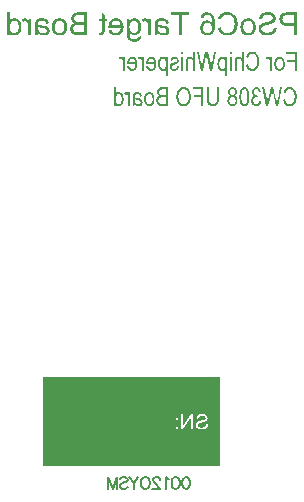
<source format=gbo>
G04*
G04 #@! TF.GenerationSoftware,Altium Limited,Altium Designer,18.1.9 (240)*
G04*
G04 Layer_Color=32896*
%FSLAX43Y43*%
%MOMM*%
G71*
G01*
G75*
%ADD12C,0.200*%
G36*
X31630Y26420D02*
X16630D01*
Y33960D01*
X31630D01*
Y26420D01*
D02*
G37*
G36*
X32636Y61278D02*
X32477D01*
Y61501D01*
X32636D01*
Y61278D01*
D02*
G37*
G36*
X28514Y61278D02*
X28355D01*
Y61501D01*
X28514D01*
Y61278D01*
D02*
G37*
G36*
X33642Y59920D02*
X33483D01*
Y60545D01*
Y60582D01*
X33481Y60618D01*
X33477Y60651D01*
X33473Y60680D01*
X33467Y60707D01*
X33460Y60732D01*
X33454Y60753D01*
X33448Y60772D01*
X33442Y60789D01*
X33435Y60803D01*
X33429Y60816D01*
X33423Y60824D01*
X33419Y60832D01*
X33415Y60836D01*
X33412Y60841D01*
X33383Y60868D01*
X33354Y60889D01*
X33325Y60903D01*
X33296Y60913D01*
X33273Y60920D01*
X33252Y60922D01*
X33240Y60924D01*
X33235D01*
X33202Y60922D01*
X33173Y60913D01*
X33148Y60903D01*
X33127Y60891D01*
X33110Y60878D01*
X33100Y60868D01*
X33092Y60859D01*
X33090Y60857D01*
X33071Y60830D01*
X33058Y60797D01*
X33048Y60761D01*
X33042Y60726D01*
X33038Y60695D01*
Y60680D01*
X33035Y60670D01*
Y60659D01*
Y60651D01*
Y60647D01*
Y60645D01*
Y59920D01*
X32877D01*
Y60645D01*
Y60691D01*
X32881Y60732D01*
X32886Y60772D01*
X32892Y60807D01*
X32898Y60839D01*
X32904Y60868D01*
X32913Y60893D01*
X32921Y60916D01*
X32929Y60934D01*
X32938Y60951D01*
X32944Y60966D01*
X32950Y60976D01*
X32956Y60984D01*
X32960Y60991D01*
X32963Y60993D01*
X32965Y60995D01*
X32981Y61011D01*
X33000Y61026D01*
X33038Y61051D01*
X33077Y61068D01*
X33117Y61078D01*
X33150Y61086D01*
X33165Y61088D01*
X33177D01*
X33188Y61091D01*
X33202D01*
X33233Y61088D01*
X33262Y61084D01*
X33290Y61078D01*
X33312Y61072D01*
X33331Y61063D01*
X33346Y61057D01*
X33354Y61053D01*
X33358Y61051D01*
X33383Y61034D01*
X33408Y61016D01*
X33429Y60997D01*
X33448Y60976D01*
X33462Y60959D01*
X33473Y60945D01*
X33481Y60936D01*
X33483Y60932D01*
Y61501D01*
X33642D01*
Y59920D01*
D02*
G37*
G36*
X29520Y59920D02*
X29361D01*
Y60545D01*
Y60582D01*
X29359Y60618D01*
X29355Y60651D01*
X29351Y60680D01*
X29345Y60707D01*
X29338Y60732D01*
X29332Y60753D01*
X29326Y60772D01*
X29320Y60789D01*
X29313Y60803D01*
X29307Y60816D01*
X29301Y60824D01*
X29297Y60832D01*
X29293Y60836D01*
X29291Y60841D01*
X29261Y60868D01*
X29232Y60888D01*
X29203Y60903D01*
X29174Y60913D01*
X29151Y60920D01*
X29130Y60922D01*
X29118Y60924D01*
X29114D01*
X29080Y60922D01*
X29051Y60913D01*
X29026Y60903D01*
X29005Y60891D01*
X28989Y60878D01*
X28978Y60868D01*
X28970Y60859D01*
X28968Y60857D01*
X28949Y60830D01*
X28937Y60797D01*
X28926Y60761D01*
X28920Y60726D01*
X28916Y60695D01*
Y60680D01*
X28914Y60670D01*
Y60659D01*
Y60651D01*
Y60647D01*
Y60645D01*
Y59920D01*
X28755D01*
Y60645D01*
Y60691D01*
X28759Y60732D01*
X28764Y60772D01*
X28770Y60807D01*
X28776Y60839D01*
X28782Y60868D01*
X28791Y60893D01*
X28799Y60916D01*
X28807Y60934D01*
X28816Y60951D01*
X28822Y60966D01*
X28828Y60976D01*
X28834Y60984D01*
X28839Y60991D01*
X28841Y60993D01*
X28843Y60995D01*
X28859Y61011D01*
X28878Y61026D01*
X28916Y61051D01*
X28955Y61068D01*
X28995Y61078D01*
X29028Y61086D01*
X29043Y61088D01*
X29055D01*
X29066Y61091D01*
X29080D01*
X29111Y61088D01*
X29141Y61084D01*
X29168Y61078D01*
X29191Y61072D01*
X29209Y61063D01*
X29224Y61057D01*
X29232Y61053D01*
X29236Y61051D01*
X29261Y61034D01*
X29286Y61016D01*
X29307Y60997D01*
X29326Y60976D01*
X29341Y60959D01*
X29351Y60945D01*
X29359Y60936D01*
X29361Y60932D01*
Y61501D01*
X29520D01*
Y59920D01*
D02*
G37*
G36*
X30976Y59920D02*
X30803Y59920D01*
X30526Y61124D01*
X30519Y61155D01*
X30511Y61186D01*
X30505Y61218D01*
X30501Y61247D01*
X30494Y61272D01*
X30492Y61293D01*
X30488Y61305D01*
Y61307D01*
Y61309D01*
X30447Y61124D01*
X30174Y59920D01*
X30007D01*
X29651Y61501D01*
X29824D01*
X30028Y60484D01*
X30042Y60416D01*
X30055Y60351D01*
X30065Y60293D01*
X30070Y60266D01*
X30076Y60241D01*
X30078Y60220D01*
X30082Y60199D01*
X30086Y60182D01*
X30088Y60168D01*
X30090Y60155D01*
Y60147D01*
X30092Y60143D01*
Y60141D01*
X30107Y60241D01*
X30122Y60341D01*
X30130Y60389D01*
X30140Y60434D01*
X30149Y60478D01*
X30155Y60520D01*
X30163Y60557D01*
X30172Y60593D01*
X30178Y60624D01*
X30184Y60649D01*
X30188Y60670D01*
X30192Y60686D01*
X30195Y60695D01*
Y60699D01*
X30380Y61501D01*
X30586D01*
X30834Y60432D01*
X30892Y60141D01*
X30901Y60201D01*
X30911Y60259D01*
X30919Y60314D01*
X30928Y60364D01*
X30932Y60384D01*
X30936Y60405D01*
X30938Y60422D01*
X30940Y60437D01*
X30944Y60447D01*
Y60457D01*
X30946Y60462D01*
Y60464D01*
X31144Y61501D01*
X31317D01*
X30976Y59920D01*
D02*
G37*
G36*
X34429Y61524D02*
X34487Y61513D01*
X34541Y61499D01*
X34587Y61482D01*
X34608Y61472D01*
X34625Y61463D01*
X34641Y61455D01*
X34654Y61449D01*
X34664Y61443D01*
X34673Y61438D01*
X34677Y61436D01*
X34679Y61434D01*
X34704Y61415D01*
X34727Y61397D01*
X34770Y61353D01*
X34808Y61307D01*
X34839Y61263D01*
X34864Y61224D01*
X34875Y61207D01*
X34883Y61190D01*
X34889Y61178D01*
X34893Y61170D01*
X34897Y61163D01*
Y61161D01*
X34925Y61091D01*
X34945Y61016D01*
X34958Y60943D01*
X34964Y60907D01*
X34968Y60872D01*
X34972Y60841D01*
X34975Y60811D01*
X34977Y60786D01*
Y60764D01*
X34979Y60745D01*
Y60732D01*
Y60722D01*
Y60720D01*
X34975Y60624D01*
X34970Y60580D01*
X34966Y60536D01*
X34960Y60497D01*
X34954Y60459D01*
X34945Y60424D01*
X34937Y60391D01*
X34931Y60362D01*
X34922Y60337D01*
X34916Y60314D01*
X34910Y60297D01*
X34906Y60280D01*
X34902Y60270D01*
X34897Y60264D01*
Y60262D01*
X34881Y60226D01*
X34864Y60195D01*
X34847Y60164D01*
X34831Y60137D01*
X34812Y60112D01*
X34795Y60087D01*
X34779Y60068D01*
X34762Y60049D01*
X34748Y60032D01*
X34733Y60018D01*
X34720Y60007D01*
X34710Y59997D01*
X34702Y59991D01*
X34695Y59985D01*
X34691Y59982D01*
X34689Y59980D01*
X34639Y59951D01*
X34587Y59930D01*
X34535Y59914D01*
X34487Y59903D01*
X34464Y59901D01*
X34446Y59897D01*
X34427Y59895D01*
X34412D01*
X34398Y59893D01*
X34381D01*
X34343Y59895D01*
X34308Y59899D01*
X34273Y59905D01*
X34241Y59914D01*
X34210Y59922D01*
X34181Y59935D01*
X34156Y59945D01*
X34131Y59957D01*
X34110Y59970D01*
X34091Y59980D01*
X34075Y59993D01*
X34060Y60001D01*
X34050Y60010D01*
X34041Y60016D01*
X34037Y60020D01*
X34035Y60022D01*
X34010Y60049D01*
X33985Y60076D01*
X33944Y60141D01*
X33908Y60205D01*
X33881Y60272D01*
X33869Y60301D01*
X33858Y60330D01*
X33852Y60355D01*
X33844Y60378D01*
X33839Y60397D01*
X33835Y60409D01*
X33833Y60420D01*
Y60422D01*
X34006Y60474D01*
X34014Y60437D01*
X34023Y60403D01*
X34031Y60370D01*
X34041Y60341D01*
X34054Y60314D01*
X34064Y60289D01*
X34077Y60266D01*
X34087Y60245D01*
X34100Y60228D01*
X34110Y60212D01*
X34119Y60199D01*
X34127Y60189D01*
X34133Y60180D01*
X34139Y60174D01*
X34141Y60172D01*
X34144Y60170D01*
X34162Y60153D01*
X34183Y60139D01*
X34225Y60114D01*
X34264Y60097D01*
X34302Y60085D01*
X34335Y60078D01*
X34350Y60074D01*
X34362D01*
X34371Y60072D01*
X34385D01*
X34421Y60074D01*
X34452Y60078D01*
X34483Y60087D01*
X34512Y60097D01*
X34539Y60110D01*
X34564Y60122D01*
X34587Y60137D01*
X34608Y60153D01*
X34627Y60168D01*
X34643Y60182D01*
X34656Y60195D01*
X34668Y60207D01*
X34677Y60218D01*
X34683Y60226D01*
X34687Y60230D01*
X34689Y60232D01*
X34708Y60266D01*
X34727Y60299D01*
X34741Y60339D01*
X34754Y60378D01*
X34775Y60457D01*
X34787Y60536D01*
X34791Y60574D01*
X34795Y60609D01*
X34798Y60639D01*
X34800Y60666D01*
X34802Y60689D01*
Y60705D01*
Y60716D01*
Y60720D01*
X34800Y60797D01*
X34795Y60832D01*
X34793Y60866D01*
X34789Y60897D01*
X34783Y60926D01*
X34779Y60953D01*
X34773Y60978D01*
X34768Y60999D01*
X34764Y61018D01*
X34758Y61034D01*
X34754Y61049D01*
X34750Y61059D01*
X34748Y61068D01*
X34745Y61072D01*
Y61074D01*
X34723Y61124D01*
X34698Y61166D01*
X34673Y61203D01*
X34650Y61232D01*
X34629Y61253D01*
X34610Y61270D01*
X34600Y61280D01*
X34595Y61282D01*
X34558Y61305D01*
X34521Y61322D01*
X34483Y61332D01*
X34448Y61340D01*
X34416Y61345D01*
X34391Y61349D01*
X34371D01*
X34323Y61345D01*
X34281Y61334D01*
X34241Y61318D01*
X34206Y61297D01*
X34175Y61272D01*
X34146Y61245D01*
X34121Y61215D01*
X34100Y61184D01*
X34081Y61153D01*
X34064Y61124D01*
X34052Y61097D01*
X34039Y61072D01*
X34033Y61051D01*
X34027Y61034D01*
X34023Y61024D01*
Y61020D01*
X33854Y61068D01*
X33864Y61109D01*
X33877Y61147D01*
X33891Y61182D01*
X33906Y61215D01*
X33923Y61247D01*
X33937Y61274D01*
X33954Y61301D01*
X33969Y61324D01*
X33983Y61343D01*
X33998Y61361D01*
X34010Y61376D01*
X34021Y61388D01*
X34031Y61397D01*
X34037Y61403D01*
X34041Y61407D01*
X34044Y61409D01*
X34069Y61430D01*
X34096Y61449D01*
X34123Y61463D01*
X34152Y61478D01*
X34179Y61490D01*
X34206Y61499D01*
X34256Y61513D01*
X34279Y61518D01*
X34300Y61522D01*
X34318Y61524D01*
X34335Y61526D01*
X34348Y61528D01*
X34398D01*
X34429Y61524D01*
D02*
G37*
G36*
X25850Y61088D02*
X25883Y61084D01*
X25914Y61076D01*
X25946Y61066D01*
X25998Y61041D01*
X26023Y61028D01*
X26044Y61013D01*
X26064Y60999D01*
X26081Y60984D01*
X26096Y60970D01*
X26108Y60959D01*
X26118Y60949D01*
X26125Y60941D01*
X26129Y60936D01*
X26131Y60934D01*
X26152Y60903D01*
X26171Y60870D01*
X26187Y60834D01*
X26202Y60797D01*
X26214Y60759D01*
X26225Y60722D01*
X26239Y60649D01*
X26243Y60614D01*
X26248Y60582D01*
X26250Y60553D01*
X26252Y60530D01*
X26254Y60509D01*
Y60493D01*
Y60484D01*
Y60480D01*
X26252Y60428D01*
X26248Y60380D01*
X26243Y60334D01*
X26235Y60291D01*
X26225Y60253D01*
X26214Y60216D01*
X26204Y60185D01*
X26191Y60155D01*
X26181Y60128D01*
X26171Y60105D01*
X26160Y60087D01*
X26150Y60072D01*
X26141Y60060D01*
X26137Y60049D01*
X26133Y60045D01*
X26131Y60043D01*
X26108Y60016D01*
X26081Y59993D01*
X26056Y59974D01*
X26029Y59955D01*
X26002Y59941D01*
X25975Y59930D01*
X25948Y59920D01*
X25923Y59912D01*
X25900Y59905D01*
X25877Y59901D01*
X25858Y59897D01*
X25841Y59895D01*
X25827D01*
X25816Y59893D01*
X25808D01*
X25779Y59895D01*
X25752Y59897D01*
X25700Y59908D01*
X25654Y59922D01*
X25617Y59939D01*
X25585Y59955D01*
X25573Y59964D01*
X25562Y59970D01*
X25554Y59976D01*
X25548Y59980D01*
X25546Y59985D01*
X25544D01*
X25525Y60003D01*
X25506Y60024D01*
X25475Y60068D01*
X25448Y60114D01*
X25427Y60160D01*
X25412Y60199D01*
X25406Y60218D01*
X25402Y60232D01*
X25398Y60247D01*
X25396Y60255D01*
X25394Y60262D01*
Y60264D01*
X25558Y60289D01*
X25573Y60247D01*
X25589Y60212D01*
X25608Y60180D01*
X25627Y60153D01*
X25648Y60130D01*
X25669Y60112D01*
X25689Y60095D01*
X25710Y60082D01*
X25729Y60072D01*
X25748Y60066D01*
X25764Y60060D01*
X25779Y60057D01*
X25791Y60055D01*
X25800Y60053D01*
X25808D01*
X25829Y60055D01*
X25848Y60057D01*
X25885Y60068D01*
X25919Y60085D01*
X25948Y60103D01*
X25971Y60120D01*
X25987Y60137D01*
X25998Y60147D01*
X26002Y60151D01*
X26016Y60170D01*
X26029Y60193D01*
X26050Y60239D01*
X26064Y60287D01*
X26075Y60334D01*
X26083Y60376D01*
X26085Y60395D01*
X26087Y60412D01*
Y60424D01*
X26089Y60434D01*
Y60441D01*
Y60443D01*
X25390D01*
Y60493D01*
X25392Y60545D01*
X25396Y60595D01*
X25400Y60643D01*
X25408Y60684D01*
X25419Y60724D01*
X25429Y60761D01*
X25439Y60795D01*
X25450Y60824D01*
X25462Y60851D01*
X25473Y60874D01*
X25483Y60893D01*
X25494Y60907D01*
X25502Y60920D01*
X25506Y60930D01*
X25510Y60934D01*
X25512Y60936D01*
X25535Y60963D01*
X25560Y60986D01*
X25585Y61007D01*
X25610Y61026D01*
X25635Y61041D01*
X25660Y61053D01*
X25685Y61063D01*
X25708Y61072D01*
X25731Y61078D01*
X25750Y61082D01*
X25769Y61086D01*
X25783Y61088D01*
X25798Y61091D01*
X25814D01*
X25850Y61088D01*
D02*
G37*
G36*
X24242D02*
X24275Y61084D01*
X24306Y61076D01*
X24338Y61066D01*
X24390Y61041D01*
X24415Y61028D01*
X24436Y61013D01*
X24456Y60999D01*
X24473Y60984D01*
X24488Y60970D01*
X24500Y60959D01*
X24511Y60949D01*
X24517Y60941D01*
X24521Y60936D01*
X24523Y60934D01*
X24544Y60903D01*
X24563Y60870D01*
X24579Y60834D01*
X24594Y60797D01*
X24606Y60759D01*
X24617Y60722D01*
X24631Y60649D01*
X24636Y60614D01*
X24640Y60582D01*
X24642Y60553D01*
X24644Y60530D01*
X24646Y60509D01*
Y60493D01*
Y60484D01*
Y60480D01*
X24644Y60428D01*
X24640Y60380D01*
X24636Y60334D01*
X24627Y60291D01*
X24617Y60253D01*
X24606Y60216D01*
X24596Y60185D01*
X24583Y60155D01*
X24573Y60128D01*
X24563Y60105D01*
X24552Y60087D01*
X24542Y60072D01*
X24533Y60060D01*
X24529Y60049D01*
X24525Y60045D01*
X24523Y60043D01*
X24500Y60016D01*
X24473Y59993D01*
X24448Y59974D01*
X24421Y59955D01*
X24394Y59941D01*
X24367Y59930D01*
X24340Y59920D01*
X24315Y59912D01*
X24292Y59905D01*
X24269Y59901D01*
X24250Y59897D01*
X24234Y59895D01*
X24219D01*
X24209Y59893D01*
X24200D01*
X24171Y59895D01*
X24144Y59897D01*
X24092Y59908D01*
X24046Y59922D01*
X24009Y59939D01*
X23977Y59955D01*
X23965Y59964D01*
X23954Y59970D01*
X23946Y59976D01*
X23940Y59980D01*
X23938Y59985D01*
X23936D01*
X23917Y60003D01*
X23898Y60024D01*
X23867Y60068D01*
X23840Y60114D01*
X23819Y60160D01*
X23805Y60199D01*
X23798Y60218D01*
X23794Y60232D01*
X23790Y60247D01*
X23788Y60255D01*
X23786Y60262D01*
Y60264D01*
X23950Y60289D01*
X23965Y60247D01*
X23982Y60212D01*
X24000Y60180D01*
X24019Y60153D01*
X24040Y60130D01*
X24061Y60112D01*
X24082Y60095D01*
X24102Y60082D01*
X24121Y60072D01*
X24140Y60066D01*
X24156Y60060D01*
X24171Y60057D01*
X24184Y60055D01*
X24192Y60053D01*
X24200D01*
X24221Y60055D01*
X24240Y60057D01*
X24277Y60068D01*
X24311Y60085D01*
X24340Y60103D01*
X24363Y60120D01*
X24379Y60137D01*
X24390Y60147D01*
X24394Y60151D01*
X24409Y60170D01*
X24421Y60193D01*
X24442Y60239D01*
X24456Y60287D01*
X24467Y60334D01*
X24475Y60376D01*
X24477Y60395D01*
X24479Y60412D01*
Y60424D01*
X24481Y60434D01*
Y60441D01*
Y60443D01*
X23782D01*
Y60493D01*
X23784Y60545D01*
X23788Y60595D01*
X23792Y60643D01*
X23800Y60684D01*
X23811Y60724D01*
X23821Y60761D01*
X23832Y60795D01*
X23842Y60824D01*
X23854Y60851D01*
X23865Y60874D01*
X23875Y60893D01*
X23886Y60907D01*
X23894Y60920D01*
X23898Y60930D01*
X23902Y60934D01*
X23904Y60936D01*
X23927Y60963D01*
X23952Y60986D01*
X23977Y61007D01*
X24002Y61026D01*
X24027Y61041D01*
X24052Y61053D01*
X24077Y61063D01*
X24100Y61072D01*
X24123Y61078D01*
X24142Y61082D01*
X24161Y61086D01*
X24175Y61088D01*
X24190Y61091D01*
X24206D01*
X24242Y61088D01*
D02*
G37*
G36*
X38130Y59920D02*
X37959D01*
Y60639D01*
X37351D01*
Y60826D01*
X37959D01*
Y61313D01*
X37255D01*
Y61501D01*
X38130D01*
Y59920D01*
D02*
G37*
G36*
X35729Y61088D02*
X35747Y61084D01*
X35764Y61078D01*
X35781Y61072D01*
X35793Y61063D01*
X35801Y61057D01*
X35808Y61053D01*
X35810Y61051D01*
X35826Y61032D01*
X35845Y61009D01*
X35862Y60982D01*
X35876Y60955D01*
X35891Y60930D01*
X35901Y60909D01*
X35903Y60903D01*
X35908Y60897D01*
X35910Y60893D01*
Y61066D01*
X36053D01*
Y59920D01*
X35895D01*
Y60518D01*
X35893Y60564D01*
X35891Y60607D01*
X35887Y60647D01*
X35881Y60684D01*
X35874Y60714D01*
X35870Y60736D01*
X35868Y60745D01*
Y60751D01*
X35866Y60753D01*
Y60755D01*
X35858Y60778D01*
X35849Y60797D01*
X35841Y60814D01*
X35831Y60828D01*
X35822Y60839D01*
X35814Y60847D01*
X35810Y60851D01*
X35808Y60853D01*
X35791Y60866D01*
X35774Y60874D01*
X35760Y60882D01*
X35745Y60886D01*
X35733Y60889D01*
X35722Y60891D01*
X35714D01*
X35693Y60889D01*
X35672Y60884D01*
X35651Y60878D01*
X35635Y60870D01*
X35620Y60861D01*
X35608Y60855D01*
X35599Y60851D01*
X35597Y60849D01*
X35543Y61028D01*
X35574Y61049D01*
X35604Y61063D01*
X35633Y61076D01*
X35656Y61082D01*
X35679Y61086D01*
X35693Y61091D01*
X35708D01*
X35729Y61088D01*
D02*
G37*
G36*
X32636Y59920D02*
X32477D01*
Y61066D01*
X32636D01*
Y59920D01*
D02*
G37*
G36*
X28514Y59920D02*
X28355D01*
Y61066D01*
X28514D01*
Y59920D01*
D02*
G37*
G36*
X24869Y61088D02*
X24888Y61084D01*
X24904Y61078D01*
X24921Y61072D01*
X24933Y61063D01*
X24942Y61057D01*
X24948Y61053D01*
X24950Y61051D01*
X24967Y61032D01*
X24985Y61009D01*
X25002Y60982D01*
X25017Y60955D01*
X25031Y60930D01*
X25042Y60909D01*
X25044Y60903D01*
X25048Y60897D01*
X25050Y60893D01*
Y61066D01*
X25194D01*
Y59920D01*
X25035D01*
Y60518D01*
X25033Y60564D01*
X25031Y60607D01*
X25027Y60647D01*
X25021Y60684D01*
X25015Y60714D01*
X25010Y60736D01*
X25008Y60745D01*
Y60751D01*
X25006Y60753D01*
Y60755D01*
X24998Y60778D01*
X24990Y60797D01*
X24981Y60814D01*
X24971Y60828D01*
X24963Y60839D01*
X24954Y60847D01*
X24950Y60851D01*
X24948Y60853D01*
X24931Y60866D01*
X24915Y60874D01*
X24900Y60882D01*
X24885Y60886D01*
X24873Y60888D01*
X24863Y60891D01*
X24854D01*
X24833Y60888D01*
X24813Y60884D01*
X24792Y60878D01*
X24775Y60870D01*
X24760Y60861D01*
X24748Y60855D01*
X24740Y60851D01*
X24738Y60849D01*
X24683Y61028D01*
X24715Y61049D01*
X24744Y61063D01*
X24773Y61076D01*
X24796Y61082D01*
X24819Y61086D01*
X24833Y61091D01*
X24848D01*
X24869Y61088D01*
D02*
G37*
G36*
X23261D02*
X23280Y61084D01*
X23296Y61078D01*
X23313Y61072D01*
X23325Y61063D01*
X23334Y61057D01*
X23340Y61053D01*
X23342Y61051D01*
X23359Y61032D01*
X23378Y61009D01*
X23394Y60982D01*
X23409Y60955D01*
X23423Y60930D01*
X23434Y60909D01*
X23436Y60903D01*
X23440Y60897D01*
X23442Y60893D01*
Y61066D01*
X23586D01*
Y59920D01*
X23428D01*
Y60518D01*
X23425Y60564D01*
X23423Y60607D01*
X23419Y60647D01*
X23413Y60684D01*
X23407Y60714D01*
X23403Y60736D01*
X23400Y60745D01*
Y60751D01*
X23398Y60753D01*
Y60755D01*
X23390Y60778D01*
X23382Y60797D01*
X23373Y60814D01*
X23363Y60828D01*
X23355Y60839D01*
X23346Y60847D01*
X23342Y60851D01*
X23340Y60853D01*
X23323Y60866D01*
X23307Y60874D01*
X23292Y60882D01*
X23278Y60886D01*
X23265Y60888D01*
X23255Y60891D01*
X23246D01*
X23225Y60888D01*
X23205Y60884D01*
X23184Y60878D01*
X23167Y60870D01*
X23153Y60861D01*
X23140Y60855D01*
X23132Y60851D01*
X23130Y60849D01*
X23076Y61028D01*
X23107Y61049D01*
X23136Y61063D01*
X23165Y61076D01*
X23188Y61082D01*
X23211Y61086D01*
X23225Y61091D01*
X23240D01*
X23261Y61088D01*
D02*
G37*
G36*
X36716Y61088D02*
X36749Y61084D01*
X36780Y61076D01*
X36812Y61068D01*
X36864Y61043D01*
X36889Y61028D01*
X36909Y61016D01*
X36930Y61001D01*
X36947Y60986D01*
X36962Y60974D01*
X36974Y60961D01*
X36984Y60953D01*
X36991Y60945D01*
X36995Y60941D01*
X36997Y60938D01*
X37018Y60909D01*
X37037Y60876D01*
X37053Y60841D01*
X37068Y60805D01*
X37080Y60768D01*
X37091Y60730D01*
X37105Y60657D01*
X37109Y60624D01*
X37114Y60593D01*
X37116Y60564D01*
X37118Y60539D01*
X37120Y60520D01*
Y60503D01*
Y60495D01*
Y60491D01*
X37118Y60437D01*
X37114Y60387D01*
X37107Y60339D01*
X37101Y60297D01*
X37091Y60255D01*
X37080Y60220D01*
X37070Y60187D01*
X37057Y60155D01*
X37045Y60130D01*
X37034Y60107D01*
X37024Y60087D01*
X37014Y60072D01*
X37007Y60060D01*
X37001Y60049D01*
X36997Y60045D01*
X36995Y60043D01*
X36970Y60016D01*
X36945Y59993D01*
X36920Y59974D01*
X36893Y59955D01*
X36866Y59941D01*
X36841Y59930D01*
X36816Y59920D01*
X36791Y59912D01*
X36768Y59905D01*
X36747Y59901D01*
X36728Y59897D01*
X36712Y59895D01*
X36699D01*
X36689Y59893D01*
X36680D01*
X36645Y59895D01*
X36612Y59899D01*
X36580Y59908D01*
X36551Y59916D01*
X36522Y59928D01*
X36497Y59941D01*
X36472Y59953D01*
X36451Y59968D01*
X36433Y59982D01*
X36414Y59995D01*
X36399Y60007D01*
X36389Y60020D01*
X36378Y60028D01*
X36372Y60037D01*
X36368Y60041D01*
X36366Y60043D01*
X36343Y60074D01*
X36324Y60105D01*
X36308Y60143D01*
X36293Y60178D01*
X36280Y60218D01*
X36272Y60255D01*
X36255Y60330D01*
X36251Y60366D01*
X36247Y60397D01*
X36245Y60426D01*
X36243Y60453D01*
X36241Y60474D01*
Y60491D01*
Y60499D01*
Y60503D01*
X36243Y60555D01*
X36247Y60603D01*
X36253Y60649D01*
X36260Y60691D01*
X36270Y60730D01*
X36280Y60766D01*
X36293Y60799D01*
X36303Y60828D01*
X36316Y60853D01*
X36328Y60876D01*
X36339Y60895D01*
X36347Y60911D01*
X36355Y60922D01*
X36362Y60932D01*
X36366Y60936D01*
X36368Y60938D01*
X36393Y60966D01*
X36418Y60988D01*
X36443Y61009D01*
X36470Y61026D01*
X36497Y61041D01*
X36522Y61053D01*
X36547Y61063D01*
X36572Y61072D01*
X36595Y61078D01*
X36616Y61082D01*
X36632Y61086D01*
X36649Y61088D01*
X36662Y61091D01*
X36680D01*
X36716Y61088D01*
D02*
G37*
G36*
X27851Y61086D02*
X27903Y61076D01*
X27947Y61061D01*
X27985Y61045D01*
X28014Y61026D01*
X28035Y61011D01*
X28041Y61005D01*
X28047Y61001D01*
X28049Y60999D01*
X28051Y60997D01*
X28068Y60980D01*
X28083Y60961D01*
X28105Y60922D01*
X28122Y60882D01*
X28133Y60845D01*
X28141Y60811D01*
X28143Y60797D01*
Y60784D01*
X28145Y60774D01*
Y60766D01*
Y60761D01*
Y60759D01*
X28143Y60728D01*
X28139Y60699D01*
X28135Y60674D01*
X28128Y60651D01*
X28122Y60632D01*
X28116Y60620D01*
X28114Y60609D01*
X28112Y60607D01*
X28097Y60584D01*
X28080Y60564D01*
X28066Y60545D01*
X28049Y60530D01*
X28035Y60518D01*
X28024Y60509D01*
X28016Y60503D01*
X28014Y60501D01*
X28001Y60493D01*
X27985Y60487D01*
X27949Y60470D01*
X27908Y60453D01*
X27866Y60437D01*
X27828Y60424D01*
X27812Y60418D01*
X27795Y60414D01*
X27783Y60409D01*
X27774Y60405D01*
X27768Y60403D01*
X27766D01*
X27743Y60397D01*
X27722Y60391D01*
X27687Y60378D01*
X27660Y60366D01*
X27639Y60357D01*
X27622Y60349D01*
X27612Y60343D01*
X27608Y60341D01*
X27606Y60339D01*
X27589Y60324D01*
X27576Y60305D01*
X27568Y60289D01*
X27562Y60272D01*
X27558Y60255D01*
X27556Y60243D01*
Y60234D01*
Y60232D01*
X27558Y60205D01*
X27564Y60180D01*
X27574Y60157D01*
X27585Y60139D01*
X27595Y60124D01*
X27606Y60114D01*
X27612Y60105D01*
X27614Y60103D01*
X27637Y60087D01*
X27662Y60074D01*
X27689Y60066D01*
X27714Y60060D01*
X27737Y60055D01*
X27756Y60053D01*
X27772D01*
X27810Y60055D01*
X27843Y60062D01*
X27870Y60072D01*
X27895Y60082D01*
X27914Y60091D01*
X27926Y60101D01*
X27937Y60107D01*
X27939Y60110D01*
X27960Y60135D01*
X27976Y60162D01*
X27991Y60193D01*
X27999Y60222D01*
X28006Y60247D01*
X28012Y60270D01*
Y60276D01*
X28014Y60282D01*
Y60287D01*
Y60289D01*
X28172Y60262D01*
X28166Y60228D01*
X28160Y60197D01*
X28141Y60141D01*
X28116Y60091D01*
X28089Y60049D01*
X28060Y60014D01*
X28026Y59982D01*
X27993Y59960D01*
X27958Y59939D01*
X27924Y59924D01*
X27893Y59912D01*
X27862Y59903D01*
X27837Y59899D01*
X27814Y59895D01*
X27797Y59893D01*
X27783D01*
X27749Y59895D01*
X27718Y59897D01*
X27662Y59910D01*
X27612Y59924D01*
X27591Y59935D01*
X27572Y59943D01*
X27556Y59953D01*
X27539Y59962D01*
X27526Y59970D01*
X27516Y59978D01*
X27508Y59985D01*
X27501Y59989D01*
X27499Y59991D01*
X27497Y59993D01*
X27479Y60014D01*
X27462Y60035D01*
X27449Y60055D01*
X27437Y60078D01*
X27418Y60122D01*
X27406Y60164D01*
X27399Y60201D01*
X27395Y60218D01*
Y60232D01*
X27393Y60243D01*
Y60253D01*
Y60257D01*
Y60259D01*
X27395Y60293D01*
X27397Y60322D01*
X27404Y60347D01*
X27410Y60370D01*
X27416Y60387D01*
X27420Y60401D01*
X27424Y60409D01*
X27426Y60412D01*
X27439Y60434D01*
X27454Y60455D01*
X27468Y60472D01*
X27483Y60487D01*
X27495Y60499D01*
X27506Y60507D01*
X27514Y60512D01*
X27516Y60514D01*
X27529Y60522D01*
X27543Y60528D01*
X27562Y60536D01*
X27581Y60545D01*
X27622Y60561D01*
X27666Y60578D01*
X27706Y60593D01*
X27724Y60599D01*
X27741Y60603D01*
X27753Y60607D01*
X27764Y60611D01*
X27770Y60614D01*
X27772D01*
X27797Y60622D01*
X27820Y60630D01*
X27841Y60639D01*
X27860Y60645D01*
X27876Y60651D01*
X27891Y60657D01*
X27912Y60666D01*
X27928Y60674D01*
X27939Y60678D01*
X27943Y60682D01*
X27945D01*
X27962Y60697D01*
X27972Y60714D01*
X27981Y60730D01*
X27987Y60747D01*
X27991Y60761D01*
X27993Y60772D01*
Y60780D01*
Y60782D01*
X27991Y60805D01*
X27985Y60826D01*
X27976Y60845D01*
X27968Y60859D01*
X27960Y60872D01*
X27951Y60880D01*
X27945Y60886D01*
X27943Y60888D01*
X27922Y60903D01*
X27897Y60913D01*
X27872Y60920D01*
X27847Y60926D01*
X27824Y60928D01*
X27806Y60930D01*
X27789D01*
X27758Y60928D01*
X27728Y60922D01*
X27704Y60913D01*
X27681Y60901D01*
X27662Y60886D01*
X27645Y60872D01*
X27631Y60853D01*
X27618Y60836D01*
X27610Y60820D01*
X27601Y60803D01*
X27595Y60786D01*
X27591Y60772D01*
X27589Y60759D01*
X27587Y60751D01*
X27585Y60745D01*
Y60743D01*
X27429Y60770D01*
X27437Y60811D01*
X27445Y60847D01*
X27456Y60878D01*
X27464Y60903D01*
X27474Y60924D01*
X27483Y60936D01*
X27487Y60947D01*
X27489Y60949D01*
X27506Y60972D01*
X27524Y60993D01*
X27545Y61009D01*
X27564Y61024D01*
X27583Y61036D01*
X27597Y61045D01*
X27606Y61049D01*
X27610Y61051D01*
X27641Y61063D01*
X27672Y61074D01*
X27704Y61080D01*
X27731Y61086D01*
X27756Y61088D01*
X27776Y61091D01*
X27822D01*
X27851Y61086D01*
D02*
G37*
G36*
X31850Y61088D02*
X31880Y61084D01*
X31905Y61078D01*
X31927Y61070D01*
X31946Y61061D01*
X31959Y61055D01*
X31969Y61051D01*
X31971Y61049D01*
X31994Y61032D01*
X32017Y61011D01*
X32036Y60988D01*
X32054Y60968D01*
X32067Y60947D01*
X32079Y60930D01*
X32086Y60920D01*
X32088Y60918D01*
Y61066D01*
X32234D01*
Y59481D01*
X32075D01*
Y60037D01*
X32057Y60012D01*
X32040Y59991D01*
X32021Y59972D01*
X32004Y59957D01*
X31990Y59945D01*
X31977Y59937D01*
X31969Y59932D01*
X31967Y59930D01*
X31942Y59918D01*
X31919Y59910D01*
X31894Y59901D01*
X31873Y59897D01*
X31857Y59895D01*
X31842Y59893D01*
X31830D01*
X31798Y59895D01*
X31769Y59899D01*
X31742Y59908D01*
X31715Y59918D01*
X31667Y59943D01*
X31623Y59972D01*
X31607Y59987D01*
X31590Y59999D01*
X31575Y60014D01*
X31563Y60024D01*
X31555Y60035D01*
X31548Y60043D01*
X31544Y60047D01*
X31542Y60049D01*
X31521Y60080D01*
X31500Y60114D01*
X31486Y60149D01*
X31471Y60187D01*
X31459Y60224D01*
X31448Y60262D01*
X31434Y60334D01*
X31430Y60368D01*
X31425Y60399D01*
X31423Y60428D01*
X31421Y60453D01*
X31419Y60474D01*
Y60489D01*
Y60497D01*
Y60501D01*
X31421Y60568D01*
X31428Y60630D01*
X31438Y60684D01*
X31442Y60709D01*
X31446Y60732D01*
X31453Y60751D01*
X31457Y60770D01*
X31463Y60784D01*
X31467Y60799D01*
X31469Y60809D01*
X31473Y60816D01*
X31475Y60820D01*
Y60822D01*
X31496Y60870D01*
X31521Y60911D01*
X31544Y60945D01*
X31567Y60974D01*
X31588Y60995D01*
X31605Y61011D01*
X31615Y61022D01*
X31617Y61024D01*
X31619D01*
X31652Y61047D01*
X31688Y61063D01*
X31721Y61074D01*
X31752Y61082D01*
X31780Y61086D01*
X31800Y61091D01*
X31819D01*
X31850Y61088D01*
D02*
G37*
G36*
X26822Y61088D02*
X26852Y61084D01*
X26877Y61078D01*
X26900Y61070D01*
X26918Y61061D01*
X26931Y61055D01*
X26941Y61051D01*
X26943Y61049D01*
X26966Y61032D01*
X26989Y61011D01*
X27008Y60988D01*
X27027Y60968D01*
X27039Y60947D01*
X27052Y60930D01*
X27058Y60920D01*
X27060Y60918D01*
Y61066D01*
X27206D01*
Y59481D01*
X27047D01*
Y60037D01*
X27029Y60012D01*
X27012Y59991D01*
X26993Y59972D01*
X26977Y59957D01*
X26962Y59945D01*
X26950Y59937D01*
X26941Y59932D01*
X26939Y59930D01*
X26914Y59918D01*
X26891Y59910D01*
X26866Y59901D01*
X26845Y59897D01*
X26829Y59895D01*
X26814Y59893D01*
X26802D01*
X26770Y59895D01*
X26741Y59899D01*
X26714Y59908D01*
X26687Y59918D01*
X26639Y59943D01*
X26595Y59972D01*
X26579Y59987D01*
X26562Y59999D01*
X26548Y60014D01*
X26535Y60024D01*
X26527Y60035D01*
X26520Y60043D01*
X26516Y60047D01*
X26514Y60049D01*
X26493Y60080D01*
X26473Y60114D01*
X26458Y60149D01*
X26443Y60187D01*
X26431Y60224D01*
X26420Y60262D01*
X26406Y60334D01*
X26402Y60368D01*
X26398Y60399D01*
X26396Y60428D01*
X26393Y60453D01*
X26391Y60474D01*
Y60489D01*
Y60497D01*
Y60501D01*
X26393Y60568D01*
X26400Y60630D01*
X26410Y60684D01*
X26414Y60709D01*
X26418Y60732D01*
X26425Y60751D01*
X26429Y60770D01*
X26435Y60784D01*
X26439Y60799D01*
X26441Y60809D01*
X26445Y60816D01*
X26448Y60820D01*
Y60822D01*
X26468Y60870D01*
X26493Y60911D01*
X26516Y60945D01*
X26539Y60974D01*
X26560Y60995D01*
X26577Y61011D01*
X26587Y61022D01*
X26589Y61024D01*
X26591D01*
X26625Y61047D01*
X26660Y61063D01*
X26693Y61074D01*
X26725Y61082D01*
X26752Y61086D01*
X26772Y61091D01*
X26791D01*
X26822Y61088D01*
D02*
G37*
G36*
X34750Y58505D02*
X34777Y58503D01*
X34827Y58490D01*
X34870Y58474D01*
X34906Y58455D01*
X34937Y58436D01*
X34950Y58428D01*
X34960Y58420D01*
X34968Y58413D01*
X34975Y58407D01*
X34977Y58405D01*
X34979Y58403D01*
X34997Y58382D01*
X35014Y58359D01*
X35043Y58311D01*
X35066Y58261D01*
X35085Y58211D01*
X35091Y58188D01*
X35097Y58166D01*
X35102Y58147D01*
X35106Y58130D01*
X35108Y58116D01*
X35110Y58105D01*
X35112Y58099D01*
Y58097D01*
X34954Y58061D01*
X34945Y58111D01*
X34935Y58155D01*
X34920Y58193D01*
X34908Y58222D01*
X34895Y58247D01*
X34885Y58263D01*
X34877Y58272D01*
X34875Y58276D01*
X34850Y58299D01*
X34823Y58318D01*
X34798Y58330D01*
X34773Y58338D01*
X34752Y58343D01*
X34733Y58347D01*
X34718D01*
X34687Y58345D01*
X34658Y58336D01*
X34633Y58326D01*
X34610Y58313D01*
X34593Y58299D01*
X34579Y58288D01*
X34570Y58280D01*
X34568Y58278D01*
X34548Y58251D01*
X34533Y58222D01*
X34521Y58193D01*
X34514Y58166D01*
X34510Y58138D01*
X34506Y58120D01*
Y58111D01*
Y58105D01*
Y58103D01*
Y58101D01*
X34510Y58057D01*
X34518Y58020D01*
X34529Y57986D01*
X34543Y57959D01*
X34558Y57936D01*
X34568Y57920D01*
X34577Y57911D01*
X34581Y57907D01*
X34610Y57882D01*
X34643Y57866D01*
X34675Y57853D01*
X34704Y57843D01*
X34731Y57839D01*
X34754Y57836D01*
X34762Y57834D01*
X34773D01*
X34798Y57839D01*
X34816Y57668D01*
X34791Y57676D01*
X34770Y57680D01*
X34752Y57684D01*
X34735Y57689D01*
X34723D01*
X34712Y57691D01*
X34704D01*
X34666Y57686D01*
X34631Y57678D01*
X34600Y57664D01*
X34575Y57649D01*
X34554Y57632D01*
X34537Y57618D01*
X34529Y57609D01*
X34525Y57605D01*
X34500Y57572D01*
X34481Y57534D01*
X34468Y57499D01*
X34458Y57464D01*
X34454Y57430D01*
X34452Y57418D01*
Y57405D01*
X34450Y57395D01*
Y57389D01*
Y57384D01*
Y57382D01*
X34454Y57330D01*
X34462Y57284D01*
X34475Y57243D01*
X34489Y57209D01*
X34506Y57182D01*
X34518Y57162D01*
X34527Y57149D01*
X34531Y57147D01*
Y57145D01*
X34546Y57128D01*
X34562Y57116D01*
X34593Y57093D01*
X34625Y57076D01*
X34656Y57066D01*
X34681Y57057D01*
X34702Y57055D01*
X34710Y57053D01*
X34720D01*
X34756Y57057D01*
X34789Y57066D01*
X34818Y57082D01*
X34845Y57101D01*
X34868Y57126D01*
X34889Y57151D01*
X34906Y57180D01*
X34920Y57209D01*
X34933Y57237D01*
X34945Y57266D01*
X34954Y57291D01*
X34960Y57316D01*
X34964Y57334D01*
X34968Y57351D01*
X34970Y57359D01*
Y57364D01*
X35129Y57339D01*
X35125Y57301D01*
X35118Y57266D01*
X35112Y57232D01*
X35102Y57201D01*
X35091Y57172D01*
X35081Y57147D01*
X35070Y57122D01*
X35058Y57099D01*
X35047Y57080D01*
X35037Y57064D01*
X35027Y57047D01*
X35018Y57037D01*
X35010Y57026D01*
X35004Y57020D01*
X35002Y57016D01*
X35000Y57014D01*
X34977Y56993D01*
X34954Y56974D01*
X34931Y56957D01*
X34906Y56945D01*
X34883Y56932D01*
X34858Y56922D01*
X34814Y56908D01*
X34775Y56899D01*
X34758Y56897D01*
X34743Y56895D01*
X34733Y56893D01*
X34716D01*
X34683Y56895D01*
X34652Y56899D01*
X34623Y56905D01*
X34593Y56914D01*
X34541Y56937D01*
X34498Y56962D01*
X34477Y56974D01*
X34460Y56987D01*
X34446Y56999D01*
X34433Y57010D01*
X34423Y57018D01*
X34416Y57024D01*
X34412Y57028D01*
X34410Y57030D01*
X34387Y57057D01*
X34368Y57085D01*
X34350Y57114D01*
X34335Y57145D01*
X34323Y57174D01*
X34312Y57203D01*
X34298Y57259D01*
X34291Y57287D01*
X34287Y57309D01*
X34285Y57332D01*
X34283Y57351D01*
X34281Y57366D01*
Y57376D01*
Y57384D01*
Y57387D01*
X34283Y57424D01*
X34285Y57459D01*
X34291Y57491D01*
X34296Y57518D01*
X34302Y57541D01*
X34308Y57557D01*
X34310Y57568D01*
X34312Y57572D01*
X34325Y57601D01*
X34337Y57628D01*
X34352Y57651D01*
X34364Y57670D01*
X34377Y57684D01*
X34385Y57695D01*
X34391Y57701D01*
X34393Y57703D01*
X34412Y57720D01*
X34435Y57736D01*
X34456Y57749D01*
X34475Y57759D01*
X34493Y57766D01*
X34508Y57772D01*
X34516Y57776D01*
X34521D01*
X34491Y57795D01*
X34464Y57816D01*
X34443Y57839D01*
X34425Y57859D01*
X34410Y57876D01*
X34400Y57893D01*
X34393Y57901D01*
X34391Y57905D01*
X34375Y57936D01*
X34364Y57970D01*
X34356Y58003D01*
X34350Y58032D01*
X34346Y58057D01*
X34343Y58078D01*
Y58086D01*
Y58093D01*
Y58095D01*
Y58097D01*
X34346Y58130D01*
X34348Y58159D01*
X34360Y58218D01*
X34379Y58268D01*
X34398Y58309D01*
X34408Y58328D01*
X34418Y58345D01*
X34429Y58357D01*
X34437Y58370D01*
X34443Y58378D01*
X34450Y58384D01*
X34452Y58388D01*
X34454Y58390D01*
X34475Y58411D01*
X34498Y58430D01*
X34521Y58445D01*
X34541Y58457D01*
X34587Y58478D01*
X34629Y58493D01*
X34666Y58501D01*
X34683Y58503D01*
X34695Y58505D01*
X34708Y58507D01*
X34723D01*
X34750Y58505D01*
D02*
G37*
G36*
X24692Y58086D02*
X24723Y58082D01*
X24752Y58078D01*
X24777Y58072D01*
X24802Y58063D01*
X24825Y58055D01*
X24844Y58049D01*
X24860Y58041D01*
X24877Y58032D01*
X24890Y58026D01*
X24900Y58018D01*
X24908Y58013D01*
X24915Y58009D01*
X24917Y58005D01*
X24919D01*
X24938Y57988D01*
X24952Y57970D01*
X24981Y57928D01*
X25004Y57884D01*
X25023Y57841D01*
X25035Y57801D01*
X25042Y57784D01*
X25046Y57768D01*
X25048Y57755D01*
X25050Y57747D01*
X25052Y57741D01*
Y57739D01*
X24894Y57711D01*
X24883Y57755D01*
X24871Y57791D01*
X24858Y57820D01*
X24844Y57845D01*
X24833Y57861D01*
X24823Y57874D01*
X24817Y57880D01*
X24815Y57882D01*
X24792Y57899D01*
X24767Y57909D01*
X24740Y57918D01*
X24713Y57924D01*
X24688Y57928D01*
X24669Y57930D01*
X24650D01*
X24606Y57928D01*
X24569Y57920D01*
X24540Y57909D01*
X24513Y57897D01*
X24494Y57882D01*
X24479Y57872D01*
X24471Y57863D01*
X24469Y57861D01*
X24454Y57841D01*
X24444Y57816D01*
X24436Y57789D01*
X24431Y57761D01*
X24427Y57736D01*
X24425Y57716D01*
Y57707D01*
Y57701D01*
Y57699D01*
Y57697D01*
X24427Y57649D01*
X24446Y57641D01*
X24465Y57634D01*
X24511Y57620D01*
X24556Y57609D01*
X24604Y57599D01*
X24646Y57591D01*
X24665Y57589D01*
X24681Y57584D01*
X24694Y57582D01*
X24704D01*
X24711Y57580D01*
X24713D01*
X24763Y57572D01*
X24806Y57561D01*
X24844Y57551D01*
X24873Y57541D01*
X24898Y57530D01*
X24915Y57522D01*
X24923Y57518D01*
X24927Y57516D01*
X24952Y57499D01*
X24975Y57478D01*
X24994Y57457D01*
X25010Y57439D01*
X25023Y57422D01*
X25031Y57407D01*
X25038Y57399D01*
X25040Y57395D01*
X25052Y57366D01*
X25063Y57334D01*
X25069Y57305D01*
X25075Y57278D01*
X25077Y57255D01*
X25079Y57237D01*
Y57224D01*
Y57222D01*
Y57220D01*
X25075Y57166D01*
X25067Y57120D01*
X25052Y57078D01*
X25035Y57045D01*
X25021Y57016D01*
X25006Y56997D01*
X24998Y56985D01*
X24994Y56982D01*
Y56980D01*
X24958Y56951D01*
X24921Y56930D01*
X24881Y56914D01*
X24844Y56903D01*
X24810Y56897D01*
X24796Y56895D01*
X24783D01*
X24773Y56893D01*
X24758D01*
X24725Y56895D01*
X24692Y56899D01*
X24663Y56905D01*
X24636Y56914D01*
X24613Y56922D01*
X24596Y56928D01*
X24586Y56932D01*
X24581Y56935D01*
X24548Y56951D01*
X24519Y56972D01*
X24490Y56993D01*
X24465Y57014D01*
X24444Y57030D01*
X24427Y57045D01*
X24417Y57055D01*
X24413Y57060D01*
X24409Y57030D01*
X24404Y57003D01*
X24400Y56980D01*
X24394Y56960D01*
X24390Y56943D01*
X24386Y56930D01*
X24381Y56922D01*
Y56920D01*
X24215D01*
X24234Y56970D01*
X24242Y56993D01*
X24248Y57014D01*
X24252Y57030D01*
X24254Y57043D01*
X24256Y57053D01*
Y57055D01*
X24259Y57070D01*
Y57091D01*
X24261Y57114D01*
Y57139D01*
X24263Y57195D01*
Y57253D01*
X24265Y57282D01*
Y57309D01*
Y57334D01*
Y57355D01*
Y57374D01*
Y57387D01*
Y57397D01*
Y57399D01*
Y57657D01*
Y57714D01*
X24269Y57761D01*
X24271Y57803D01*
X24275Y57836D01*
X24279Y57863D01*
X24284Y57882D01*
X24286Y57893D01*
X24288Y57897D01*
X24298Y57926D01*
X24315Y57953D01*
X24331Y57976D01*
X24350Y57997D01*
X24367Y58011D01*
X24381Y58024D01*
X24392Y58032D01*
X24396Y58034D01*
X24429Y58053D01*
X24467Y58068D01*
X24504Y58076D01*
X24542Y58084D01*
X24575Y58088D01*
X24590D01*
X24600Y58091D01*
X24661D01*
X24692Y58086D01*
D02*
G37*
G36*
X36541Y56920D02*
X36368D01*
X36091Y58124D01*
X36085Y58155D01*
X36076Y58186D01*
X36070Y58218D01*
X36066Y58247D01*
X36060Y58272D01*
X36058Y58293D01*
X36053Y58305D01*
Y58307D01*
Y58309D01*
X36012Y58124D01*
X35739Y56920D01*
X35572D01*
X35216Y58501D01*
X35389D01*
X35593Y57484D01*
X35608Y57416D01*
X35620Y57351D01*
X35631Y57293D01*
X35635Y57266D01*
X35641Y57241D01*
X35643Y57220D01*
X35647Y57199D01*
X35651Y57182D01*
X35654Y57168D01*
X35656Y57155D01*
Y57147D01*
X35658Y57143D01*
Y57141D01*
X35672Y57241D01*
X35687Y57341D01*
X35695Y57389D01*
X35706Y57434D01*
X35714Y57478D01*
X35720Y57520D01*
X35729Y57557D01*
X35737Y57593D01*
X35743Y57624D01*
X35749Y57649D01*
X35754Y57670D01*
X35758Y57686D01*
X35760Y57695D01*
Y57699D01*
X35945Y58501D01*
X36151D01*
X36399Y57432D01*
X36458Y57141D01*
X36466Y57201D01*
X36476Y57259D01*
X36485Y57314D01*
X36493Y57364D01*
X36497Y57384D01*
X36501Y57405D01*
X36503Y57422D01*
X36505Y57437D01*
X36510Y57447D01*
Y57457D01*
X36512Y57462D01*
Y57464D01*
X36710Y58501D01*
X36882D01*
X36541Y56920D01*
D02*
G37*
G36*
X31540Y57586D02*
X31538Y57516D01*
X31534Y57451D01*
X31528Y57393D01*
X31519Y57339D01*
X31511Y57289D01*
X31500Y57245D01*
X31488Y57205D01*
X31475Y57170D01*
X31465Y57141D01*
X31453Y57114D01*
X31442Y57093D01*
X31432Y57076D01*
X31425Y57062D01*
X31419Y57053D01*
X31415Y57047D01*
X31413Y57045D01*
X31388Y57018D01*
X31361Y56995D01*
X31330Y56974D01*
X31298Y56957D01*
X31267Y56943D01*
X31236Y56930D01*
X31205Y56920D01*
X31173Y56912D01*
X31144Y56905D01*
X31117Y56901D01*
X31092Y56897D01*
X31071Y56895D01*
X31055D01*
X31040Y56893D01*
X31030D01*
X30965Y56897D01*
X30907Y56905D01*
X30855Y56920D01*
X30834Y56926D01*
X30813Y56935D01*
X30794Y56943D01*
X30778Y56949D01*
X30765Y56957D01*
X30753Y56964D01*
X30744Y56968D01*
X30738Y56972D01*
X30734Y56976D01*
X30732D01*
X30690Y57012D01*
X30657Y57049D01*
X30628Y57087D01*
X30607Y57124D01*
X30590Y57157D01*
X30584Y57172D01*
X30578Y57185D01*
X30574Y57195D01*
X30572Y57203D01*
X30569Y57207D01*
Y57209D01*
X30555Y57268D01*
X30542Y57330D01*
X30534Y57395D01*
X30530Y57453D01*
X30528Y57480D01*
X30526Y57505D01*
Y57528D01*
X30524Y57549D01*
Y57564D01*
Y57576D01*
Y57584D01*
Y57586D01*
Y58501D01*
X30694D01*
Y57589D01*
Y57534D01*
X30699Y57484D01*
X30703Y57441D01*
X30707Y57399D01*
X30713Y57362D01*
X30721Y57328D01*
X30728Y57299D01*
X30736Y57274D01*
X30744Y57251D01*
X30751Y57232D01*
X30759Y57218D01*
X30765Y57205D01*
X30769Y57197D01*
X30774Y57189D01*
X30778Y57187D01*
Y57185D01*
X30794Y57166D01*
X30813Y57151D01*
X30834Y57137D01*
X30855Y57126D01*
X30899Y57107D01*
X30940Y57095D01*
X30980Y57089D01*
X30998Y57087D01*
X31013Y57085D01*
X31026Y57082D01*
X31042D01*
X31082Y57085D01*
X31117Y57091D01*
X31148Y57099D01*
X31176Y57107D01*
X31198Y57116D01*
X31215Y57124D01*
X31223Y57130D01*
X31228Y57132D01*
X31255Y57153D01*
X31275Y57176D01*
X31294Y57201D01*
X31309Y57224D01*
X31321Y57245D01*
X31330Y57262D01*
X31334Y57274D01*
X31336Y57278D01*
X31342Y57297D01*
X31346Y57320D01*
X31355Y57368D01*
X31361Y57418D01*
X31365Y57470D01*
X31367Y57493D01*
Y57516D01*
Y57536D01*
X31369Y57553D01*
Y57568D01*
Y57580D01*
Y57586D01*
Y57589D01*
Y58501D01*
X31540D01*
Y57586D01*
D02*
G37*
G36*
X37580Y58524D02*
X37638Y58513D01*
X37693Y58499D01*
X37738Y58482D01*
X37759Y58472D01*
X37776Y58463D01*
X37793Y58455D01*
X37805Y58449D01*
X37815Y58443D01*
X37824Y58438D01*
X37828Y58436D01*
X37830Y58434D01*
X37855Y58415D01*
X37878Y58397D01*
X37922Y58353D01*
X37959Y58307D01*
X37990Y58263D01*
X38015Y58224D01*
X38026Y58207D01*
X38034Y58190D01*
X38040Y58178D01*
X38045Y58170D01*
X38049Y58163D01*
Y58161D01*
X38076Y58091D01*
X38097Y58016D01*
X38109Y57943D01*
X38115Y57907D01*
X38120Y57872D01*
X38124Y57841D01*
X38126Y57811D01*
X38128Y57786D01*
Y57764D01*
X38130Y57745D01*
Y57732D01*
Y57722D01*
Y57720D01*
X38126Y57624D01*
X38122Y57580D01*
X38118Y57536D01*
X38111Y57497D01*
X38105Y57459D01*
X38097Y57424D01*
X38088Y57391D01*
X38082Y57362D01*
X38074Y57337D01*
X38068Y57314D01*
X38061Y57297D01*
X38057Y57280D01*
X38053Y57270D01*
X38049Y57264D01*
Y57262D01*
X38032Y57226D01*
X38015Y57195D01*
X37999Y57164D01*
X37982Y57137D01*
X37963Y57112D01*
X37947Y57087D01*
X37930Y57068D01*
X37913Y57049D01*
X37899Y57032D01*
X37884Y57018D01*
X37872Y57007D01*
X37861Y56997D01*
X37853Y56991D01*
X37847Y56985D01*
X37843Y56982D01*
X37840Y56980D01*
X37791Y56951D01*
X37738Y56930D01*
X37686Y56914D01*
X37638Y56903D01*
X37616Y56901D01*
X37597Y56897D01*
X37578Y56895D01*
X37563D01*
X37549Y56893D01*
X37532D01*
X37495Y56895D01*
X37459Y56899D01*
X37424Y56905D01*
X37393Y56914D01*
X37361Y56922D01*
X37332Y56935D01*
X37307Y56945D01*
X37282Y56957D01*
X37261Y56970D01*
X37243Y56980D01*
X37226Y56993D01*
X37211Y57001D01*
X37201Y57010D01*
X37193Y57016D01*
X37189Y57020D01*
X37186Y57022D01*
X37161Y57049D01*
X37137Y57076D01*
X37095Y57141D01*
X37059Y57205D01*
X37032Y57272D01*
X37020Y57301D01*
X37009Y57330D01*
X37003Y57355D01*
X36995Y57378D01*
X36991Y57397D01*
X36987Y57409D01*
X36984Y57420D01*
Y57422D01*
X37157Y57474D01*
X37166Y57437D01*
X37174Y57403D01*
X37182Y57370D01*
X37193Y57341D01*
X37205Y57314D01*
X37216Y57289D01*
X37228Y57266D01*
X37239Y57245D01*
X37251Y57228D01*
X37261Y57212D01*
X37270Y57199D01*
X37278Y57189D01*
X37284Y57180D01*
X37291Y57174D01*
X37293Y57172D01*
X37295Y57170D01*
X37314Y57153D01*
X37334Y57139D01*
X37376Y57114D01*
X37416Y57097D01*
X37453Y57085D01*
X37486Y57078D01*
X37501Y57074D01*
X37513D01*
X37522Y57072D01*
X37536D01*
X37572Y57074D01*
X37603Y57078D01*
X37634Y57087D01*
X37663Y57097D01*
X37691Y57110D01*
X37716Y57122D01*
X37738Y57137D01*
X37759Y57153D01*
X37778Y57168D01*
X37795Y57182D01*
X37807Y57195D01*
X37820Y57207D01*
X37828Y57218D01*
X37834Y57226D01*
X37838Y57230D01*
X37840Y57232D01*
X37859Y57266D01*
X37878Y57299D01*
X37893Y57339D01*
X37905Y57378D01*
X37926Y57457D01*
X37938Y57536D01*
X37943Y57574D01*
X37947Y57609D01*
X37949Y57639D01*
X37951Y57666D01*
X37953Y57689D01*
Y57705D01*
Y57716D01*
Y57720D01*
X37951Y57797D01*
X37947Y57832D01*
X37945Y57866D01*
X37940Y57897D01*
X37934Y57926D01*
X37930Y57953D01*
X37924Y57978D01*
X37920Y57999D01*
X37915Y58018D01*
X37909Y58034D01*
X37905Y58049D01*
X37901Y58059D01*
X37899Y58068D01*
X37897Y58072D01*
Y58074D01*
X37874Y58124D01*
X37849Y58166D01*
X37824Y58203D01*
X37801Y58232D01*
X37780Y58253D01*
X37761Y58270D01*
X37751Y58280D01*
X37747Y58282D01*
X37709Y58305D01*
X37672Y58322D01*
X37634Y58332D01*
X37599Y58340D01*
X37568Y58345D01*
X37543Y58349D01*
X37522D01*
X37474Y58345D01*
X37432Y58334D01*
X37393Y58318D01*
X37357Y58297D01*
X37326Y58272D01*
X37297Y58245D01*
X37272Y58215D01*
X37251Y58184D01*
X37232Y58153D01*
X37216Y58124D01*
X37203Y58097D01*
X37191Y58072D01*
X37184Y58051D01*
X37178Y58034D01*
X37174Y58024D01*
Y58020D01*
X37005Y58068D01*
X37016Y58109D01*
X37028Y58147D01*
X37043Y58182D01*
X37057Y58215D01*
X37074Y58247D01*
X37089Y58274D01*
X37105Y58301D01*
X37120Y58324D01*
X37134Y58343D01*
X37149Y58361D01*
X37161Y58376D01*
X37172Y58388D01*
X37182Y58397D01*
X37189Y58403D01*
X37193Y58407D01*
X37195Y58409D01*
X37220Y58430D01*
X37247Y58449D01*
X37274Y58463D01*
X37303Y58478D01*
X37330Y58490D01*
X37357Y58499D01*
X37407Y58513D01*
X37430Y58518D01*
X37451Y58522D01*
X37470Y58524D01*
X37486Y58526D01*
X37499Y58528D01*
X37549D01*
X37580Y58524D01*
D02*
G37*
G36*
X30222Y56920D02*
X30051D01*
Y57639D01*
X29443D01*
Y57826D01*
X30051D01*
Y58313D01*
X29347D01*
Y58501D01*
X30222D01*
Y56920D01*
D02*
G37*
G36*
X27222D02*
X26729D01*
X26668Y56922D01*
X26614Y56928D01*
X26568Y56935D01*
X26531Y56945D01*
X26500Y56953D01*
X26487Y56957D01*
X26479Y56960D01*
X26470Y56964D01*
X26464Y56966D01*
X26462Y56968D01*
X26460D01*
X26425Y56989D01*
X26393Y57014D01*
X26368Y57041D01*
X26346Y57066D01*
X26327Y57089D01*
X26314Y57110D01*
X26306Y57122D01*
X26304Y57124D01*
Y57126D01*
X26283Y57168D01*
X26268Y57212D01*
X26258Y57253D01*
X26252Y57293D01*
X26246Y57326D01*
Y57341D01*
X26243Y57353D01*
Y57364D01*
Y57372D01*
Y57376D01*
Y57378D01*
X26246Y57430D01*
X26254Y57476D01*
X26264Y57518D01*
X26277Y57553D01*
X26289Y57582D01*
X26300Y57603D01*
X26304Y57609D01*
X26308Y57616D01*
X26310Y57618D01*
Y57620D01*
X26337Y57655D01*
X26364Y57684D01*
X26393Y57709D01*
X26423Y57728D01*
X26448Y57743D01*
X26468Y57753D01*
X26477Y57757D01*
X26483Y57759D01*
X26485Y57761D01*
X26487D01*
X26456Y57782D01*
X26431Y57805D01*
X26408Y57828D01*
X26389Y57851D01*
X26373Y57870D01*
X26362Y57886D01*
X26356Y57897D01*
X26354Y57901D01*
X26337Y57934D01*
X26327Y57968D01*
X26318Y58001D01*
X26312Y58032D01*
X26308Y58057D01*
X26306Y58078D01*
Y58086D01*
Y58093D01*
Y58095D01*
Y58097D01*
X26308Y58141D01*
X26314Y58180D01*
X26325Y58218D01*
X26333Y58249D01*
X26343Y58274D01*
X26354Y58295D01*
X26360Y58307D01*
X26362Y58311D01*
X26383Y58345D01*
X26408Y58376D01*
X26431Y58401D01*
X26454Y58420D01*
X26473Y58436D01*
X26489Y58447D01*
X26500Y58453D01*
X26504Y58455D01*
X26539Y58470D01*
X26577Y58482D01*
X26614Y58490D01*
X26652Y58495D01*
X26685Y58499D01*
X26700D01*
X26712Y58501D01*
X27222D01*
Y56920D01*
D02*
G37*
G36*
X23694Y58088D02*
X23713Y58084D01*
X23730Y58078D01*
X23746Y58072D01*
X23759Y58063D01*
X23767Y58057D01*
X23773Y58053D01*
X23775Y58051D01*
X23792Y58032D01*
X23811Y58009D01*
X23827Y57982D01*
X23842Y57955D01*
X23857Y57930D01*
X23867Y57909D01*
X23869Y57903D01*
X23873Y57897D01*
X23875Y57893D01*
Y58066D01*
X24019D01*
Y56920D01*
X23861D01*
Y57518D01*
X23859Y57564D01*
X23857Y57607D01*
X23852Y57647D01*
X23846Y57684D01*
X23840Y57714D01*
X23836Y57736D01*
X23834Y57745D01*
Y57751D01*
X23832Y57753D01*
Y57755D01*
X23823Y57778D01*
X23815Y57797D01*
X23807Y57814D01*
X23796Y57828D01*
X23788Y57839D01*
X23779Y57847D01*
X23775Y57851D01*
X23773Y57853D01*
X23757Y57866D01*
X23740Y57874D01*
X23725Y57882D01*
X23711Y57886D01*
X23698Y57888D01*
X23688Y57891D01*
X23680D01*
X23659Y57888D01*
X23638Y57884D01*
X23617Y57878D01*
X23600Y57870D01*
X23586Y57861D01*
X23573Y57855D01*
X23565Y57851D01*
X23563Y57849D01*
X23509Y58028D01*
X23540Y58049D01*
X23569Y58063D01*
X23598Y58076D01*
X23621Y58082D01*
X23644Y58086D01*
X23659Y58091D01*
X23673D01*
X23694Y58088D01*
D02*
G37*
G36*
X33737Y58505D02*
X33773Y58499D01*
X33808Y58488D01*
X33837Y58476D01*
X33867Y58459D01*
X33891Y58443D01*
X33916Y58424D01*
X33937Y58405D01*
X33956Y58384D01*
X33973Y58365D01*
X33985Y58349D01*
X33996Y58334D01*
X34006Y58320D01*
X34012Y58309D01*
X34014Y58303D01*
X34016Y58301D01*
X34035Y58261D01*
X34052Y58215D01*
X34066Y58170D01*
X34077Y58122D01*
X34098Y58022D01*
X34104Y57972D01*
X34110Y57924D01*
X34114Y57878D01*
X34116Y57836D01*
X34119Y57797D01*
X34121Y57764D01*
X34123Y57736D01*
Y57716D01*
Y57709D01*
Y57703D01*
Y57701D01*
Y57699D01*
X34121Y57618D01*
X34119Y57545D01*
X34112Y57476D01*
X34104Y57414D01*
X34096Y57355D01*
X34085Y57305D01*
X34075Y57259D01*
X34064Y57218D01*
X34054Y57182D01*
X34044Y57153D01*
X34033Y57128D01*
X34025Y57107D01*
X34016Y57091D01*
X34010Y57080D01*
X34008Y57074D01*
X34006Y57072D01*
X33983Y57041D01*
X33958Y57014D01*
X33933Y56989D01*
X33908Y56968D01*
X33883Y56951D01*
X33858Y56937D01*
X33833Y56924D01*
X33810Y56916D01*
X33789Y56908D01*
X33769Y56903D01*
X33750Y56899D01*
X33735Y56895D01*
X33721D01*
X33712Y56893D01*
X33704D01*
X33667Y56895D01*
X33629Y56901D01*
X33596Y56912D01*
X33567Y56924D01*
X33537Y56941D01*
X33510Y56957D01*
X33487Y56976D01*
X33467Y56995D01*
X33448Y57014D01*
X33431Y57032D01*
X33419Y57049D01*
X33408Y57066D01*
X33398Y57078D01*
X33392Y57089D01*
X33390Y57095D01*
X33387Y57097D01*
X33369Y57139D01*
X33352Y57182D01*
X33337Y57228D01*
X33325Y57278D01*
X33306Y57378D01*
X33298Y57428D01*
X33292Y57476D01*
X33287Y57520D01*
X33285Y57564D01*
X33283Y57601D01*
X33281Y57634D01*
X33279Y57661D01*
Y57682D01*
Y57689D01*
Y57695D01*
Y57697D01*
Y57699D01*
X33281Y57778D01*
X33285Y57853D01*
X33292Y57922D01*
X33300Y57984D01*
X33308Y58043D01*
X33321Y58095D01*
X33331Y58143D01*
X33344Y58184D01*
X33356Y58222D01*
X33367Y58253D01*
X33379Y58280D01*
X33387Y58303D01*
X33396Y58320D01*
X33402Y58330D01*
X33406Y58338D01*
X33408Y58340D01*
X33429Y58370D01*
X33452Y58395D01*
X33475Y58418D01*
X33500Y58436D01*
X33523Y58453D01*
X33548Y58468D01*
X33573Y58478D01*
X33594Y58486D01*
X33635Y58499D01*
X33654Y58503D01*
X33669Y58505D01*
X33683Y58507D01*
X33700D01*
X33737Y58505D01*
D02*
G37*
G36*
X32723D02*
X32752Y58503D01*
X32802Y58488D01*
X32848Y58472D01*
X32888Y58451D01*
X32919Y58428D01*
X32931Y58420D01*
X32942Y58411D01*
X32950Y58403D01*
X32956Y58397D01*
X32958Y58395D01*
X32960Y58393D01*
X32979Y58372D01*
X32994Y58349D01*
X33008Y58324D01*
X33021Y58299D01*
X33040Y58251D01*
X33052Y58205D01*
X33058Y58163D01*
X33060Y58147D01*
X33063Y58130D01*
X33065Y58118D01*
Y58109D01*
Y58103D01*
Y58101D01*
X33063Y58057D01*
X33056Y58018D01*
X33050Y57984D01*
X33040Y57955D01*
X33031Y57930D01*
X33025Y57913D01*
X33019Y57903D01*
X33017Y57899D01*
X32996Y57872D01*
X32973Y57847D01*
X32950Y57826D01*
X32927Y57807D01*
X32906Y57795D01*
X32890Y57784D01*
X32877Y57778D01*
X32873Y57776D01*
X32913Y57759D01*
X32950Y57739D01*
X32979Y57716D01*
X33006Y57693D01*
X33025Y57672D01*
X33040Y57653D01*
X33050Y57641D01*
X33052Y57639D01*
Y57636D01*
X33073Y57597D01*
X33090Y57553D01*
X33100Y57509D01*
X33108Y57468D01*
X33113Y57432D01*
X33115Y57416D01*
Y57403D01*
X33117Y57391D01*
Y57382D01*
Y57378D01*
Y57376D01*
X33115Y57337D01*
X33110Y57299D01*
X33106Y57262D01*
X33098Y57228D01*
X33090Y57197D01*
X33079Y57168D01*
X33067Y57143D01*
X33056Y57118D01*
X33046Y57097D01*
X33033Y57078D01*
X33023Y57062D01*
X33015Y57049D01*
X33006Y57039D01*
X33000Y57030D01*
X32998Y57026D01*
X32996Y57024D01*
X32973Y57001D01*
X32948Y56980D01*
X32921Y56964D01*
X32896Y56949D01*
X32871Y56937D01*
X32846Y56924D01*
X32796Y56910D01*
X32775Y56903D01*
X32754Y56899D01*
X32736Y56897D01*
X32721Y56895D01*
X32706Y56893D01*
X32690D01*
X32656Y56895D01*
X32625Y56899D01*
X32596Y56905D01*
X32567Y56914D01*
X32515Y56935D01*
X32492Y56947D01*
X32471Y56960D01*
X32452Y56970D01*
X32436Y56982D01*
X32421Y56993D01*
X32411Y57003D01*
X32400Y57012D01*
X32394Y57018D01*
X32390Y57022D01*
X32388Y57024D01*
X32367Y57049D01*
X32346Y57078D01*
X32331Y57105D01*
X32317Y57135D01*
X32304Y57164D01*
X32294Y57193D01*
X32279Y57247D01*
X32275Y57272D01*
X32271Y57295D01*
X32269Y57316D01*
X32267Y57334D01*
X32265Y57349D01*
Y57362D01*
Y57368D01*
Y57370D01*
X32267Y57426D01*
X32275Y57474D01*
X32286Y57518D01*
X32296Y57555D01*
X32309Y57586D01*
X32315Y57597D01*
X32319Y57607D01*
X32323Y57616D01*
X32327Y57622D01*
X32329Y57624D01*
Y57626D01*
X32354Y57661D01*
X32384Y57693D01*
X32413Y57720D01*
X32442Y57741D01*
X32469Y57755D01*
X32490Y57768D01*
X32498Y57772D01*
X32504Y57774D01*
X32506Y57776D01*
X32509D01*
X32475Y57795D01*
X32446Y57816D01*
X32421Y57836D01*
X32400Y57855D01*
X32386Y57874D01*
X32373Y57888D01*
X32367Y57897D01*
X32365Y57901D01*
X32348Y57932D01*
X32338Y57963D01*
X32329Y57997D01*
X32323Y58026D01*
X32319Y58053D01*
X32317Y58074D01*
Y58082D01*
Y58088D01*
Y58091D01*
Y58093D01*
X32319Y58126D01*
X32321Y58157D01*
X32334Y58218D01*
X32350Y58268D01*
X32361Y58290D01*
X32371Y58311D01*
X32381Y58328D01*
X32392Y58345D01*
X32400Y58359D01*
X32409Y58370D01*
X32415Y58378D01*
X32421Y58384D01*
X32423Y58388D01*
X32425Y58390D01*
X32446Y58411D01*
X32467Y58430D01*
X32490Y58445D01*
X32513Y58457D01*
X32556Y58478D01*
X32600Y58493D01*
X32638Y58501D01*
X32652Y58503D01*
X32667Y58505D01*
X32677Y58507D01*
X32694D01*
X32723Y58505D01*
D02*
G37*
G36*
X28603Y58526D02*
X28651Y58520D01*
X28695Y58507D01*
X28737Y58495D01*
X28776Y58478D01*
X28814Y58459D01*
X28847Y58438D01*
X28876Y58420D01*
X28905Y58399D01*
X28928Y58378D01*
X28949Y58359D01*
X28968Y58343D01*
X28980Y58330D01*
X28991Y58320D01*
X28997Y58311D01*
X28999Y58309D01*
X29030Y58268D01*
X29057Y58220D01*
X29080Y58172D01*
X29101Y58122D01*
X29118Y58070D01*
X29132Y58018D01*
X29145Y57968D01*
X29153Y57918D01*
X29161Y57872D01*
X29166Y57828D01*
X29170Y57789D01*
X29174Y57755D01*
Y57728D01*
X29176Y57707D01*
Y57699D01*
Y57693D01*
Y57691D01*
Y57689D01*
X29174Y57630D01*
X29170Y57574D01*
X29161Y57520D01*
X29151Y57468D01*
X29139Y57420D01*
X29126Y57374D01*
X29111Y57334D01*
X29097Y57295D01*
X29082Y57262D01*
X29068Y57230D01*
X29055Y57205D01*
X29043Y57182D01*
X29032Y57166D01*
X29024Y57153D01*
X29020Y57145D01*
X29018Y57143D01*
X28984Y57099D01*
X28949Y57060D01*
X28912Y57026D01*
X28872Y56999D01*
X28834Y56974D01*
X28797Y56953D01*
X28759Y56937D01*
X28722Y56924D01*
X28689Y56914D01*
X28657Y56905D01*
X28630Y56901D01*
X28605Y56897D01*
X28585Y56895D01*
X28570Y56893D01*
X28557D01*
X28505Y56895D01*
X28455Y56903D01*
X28410Y56916D01*
X28366Y56930D01*
X28324Y56949D01*
X28287Y56970D01*
X28251Y56991D01*
X28220Y57014D01*
X28193Y57037D01*
X28168Y57057D01*
X28147Y57078D01*
X28128Y57097D01*
X28116Y57112D01*
X28105Y57124D01*
X28099Y57132D01*
X28097Y57135D01*
X28068Y57178D01*
X28045Y57224D01*
X28022Y57270D01*
X28003Y57318D01*
X27989Y57366D01*
X27976Y57414D01*
X27966Y57459D01*
X27958Y57505D01*
X27949Y57547D01*
X27945Y57584D01*
X27941Y57620D01*
X27939Y57649D01*
X27937Y57674D01*
Y57693D01*
Y57703D01*
Y57707D01*
X27941Y57799D01*
X27945Y57843D01*
X27949Y57884D01*
X27956Y57922D01*
X27964Y57959D01*
X27970Y57993D01*
X27978Y58024D01*
X27987Y58051D01*
X27993Y58076D01*
X28001Y58097D01*
X28008Y58113D01*
X28012Y58128D01*
X28016Y58138D01*
X28020Y58145D01*
Y58147D01*
X28053Y58211D01*
X28072Y58243D01*
X28091Y58270D01*
X28110Y58295D01*
X28128Y58318D01*
X28147Y58338D01*
X28164Y58357D01*
X28180Y58374D01*
X28195Y58388D01*
X28210Y58401D01*
X28222Y58411D01*
X28230Y58420D01*
X28239Y58426D01*
X28243Y58428D01*
X28245Y58430D01*
X28272Y58447D01*
X28299Y58463D01*
X28353Y58486D01*
X28405Y58505D01*
X28453Y58515D01*
X28474Y58520D01*
X28493Y58524D01*
X28512Y58526D01*
X28526D01*
X28539Y58528D01*
X28555D01*
X28603Y58526D01*
D02*
G37*
G36*
X25687Y58088D02*
X25721Y58084D01*
X25752Y58076D01*
X25783Y58068D01*
X25835Y58043D01*
X25860Y58028D01*
X25881Y58016D01*
X25902Y58001D01*
X25919Y57986D01*
X25933Y57974D01*
X25946Y57961D01*
X25956Y57953D01*
X25962Y57945D01*
X25966Y57941D01*
X25969Y57938D01*
X25989Y57909D01*
X26008Y57876D01*
X26025Y57841D01*
X26039Y57805D01*
X26052Y57768D01*
X26062Y57730D01*
X26077Y57657D01*
X26081Y57624D01*
X26085Y57593D01*
X26087Y57564D01*
X26089Y57539D01*
X26091Y57520D01*
Y57503D01*
Y57495D01*
Y57491D01*
X26089Y57437D01*
X26085Y57387D01*
X26079Y57339D01*
X26073Y57297D01*
X26062Y57255D01*
X26052Y57220D01*
X26041Y57187D01*
X26029Y57155D01*
X26016Y57130D01*
X26006Y57107D01*
X25996Y57087D01*
X25985Y57072D01*
X25979Y57060D01*
X25973Y57049D01*
X25969Y57045D01*
X25966Y57043D01*
X25941Y57016D01*
X25916Y56993D01*
X25891Y56974D01*
X25864Y56955D01*
X25837Y56941D01*
X25812Y56930D01*
X25787Y56920D01*
X25762Y56912D01*
X25739Y56905D01*
X25719Y56901D01*
X25700Y56897D01*
X25683Y56895D01*
X25671D01*
X25660Y56893D01*
X25652D01*
X25617Y56895D01*
X25583Y56899D01*
X25552Y56907D01*
X25523Y56916D01*
X25494Y56928D01*
X25469Y56941D01*
X25444Y56953D01*
X25423Y56968D01*
X25404Y56982D01*
X25385Y56995D01*
X25371Y57007D01*
X25360Y57020D01*
X25350Y57028D01*
X25344Y57037D01*
X25340Y57041D01*
X25337Y57043D01*
X25315Y57074D01*
X25296Y57105D01*
X25279Y57143D01*
X25265Y57178D01*
X25252Y57218D01*
X25244Y57255D01*
X25227Y57330D01*
X25223Y57366D01*
X25219Y57397D01*
X25217Y57426D01*
X25215Y57453D01*
X25212Y57474D01*
Y57491D01*
Y57499D01*
Y57503D01*
X25215Y57555D01*
X25219Y57603D01*
X25225Y57649D01*
X25231Y57691D01*
X25242Y57730D01*
X25252Y57766D01*
X25265Y57799D01*
X25275Y57828D01*
X25287Y57853D01*
X25300Y57876D01*
X25310Y57895D01*
X25319Y57911D01*
X25327Y57922D01*
X25333Y57932D01*
X25337Y57936D01*
X25340Y57938D01*
X25365Y57966D01*
X25390Y57988D01*
X25414Y58009D01*
X25442Y58026D01*
X25469Y58041D01*
X25494Y58053D01*
X25519Y58063D01*
X25544Y58072D01*
X25567Y58078D01*
X25587Y58082D01*
X25604Y58086D01*
X25621Y58088D01*
X25633Y58091D01*
X25652D01*
X25687Y58088D01*
D02*
G37*
G36*
X22821Y57932D02*
X22840Y57957D01*
X22859Y57980D01*
X22878Y58001D01*
X22894Y58018D01*
X22911Y58030D01*
X22923Y58038D01*
X22932Y58045D01*
X22934Y58047D01*
X22959Y58061D01*
X22984Y58072D01*
X23009Y58080D01*
X23032Y58084D01*
X23051Y58088D01*
X23067Y58091D01*
X23080D01*
X23119Y58088D01*
X23157Y58080D01*
X23192Y58070D01*
X23221Y58057D01*
X23246Y58045D01*
X23263Y58034D01*
X23275Y58026D01*
X23278Y58024D01*
X23280D01*
X23311Y57997D01*
X23340Y57963D01*
X23365Y57930D01*
X23386Y57899D01*
X23400Y57868D01*
X23413Y57845D01*
X23417Y57834D01*
X23421Y57828D01*
X23423Y57824D01*
Y57822D01*
X23440Y57770D01*
X23452Y57714D01*
X23463Y57657D01*
X23469Y57605D01*
X23471Y57582D01*
X23473Y57559D01*
Y57541D01*
X23475Y57524D01*
Y57509D01*
Y57499D01*
Y57493D01*
Y57491D01*
X23473Y57439D01*
X23469Y57391D01*
X23465Y57345D01*
X23457Y57301D01*
X23448Y57262D01*
X23438Y57226D01*
X23425Y57193D01*
X23415Y57164D01*
X23405Y57137D01*
X23392Y57114D01*
X23382Y57095D01*
X23373Y57078D01*
X23365Y57066D01*
X23359Y57057D01*
X23357Y57051D01*
X23355Y57049D01*
X23332Y57022D01*
X23307Y56997D01*
X23284Y56976D01*
X23259Y56960D01*
X23234Y56943D01*
X23211Y56930D01*
X23188Y56920D01*
X23165Y56912D01*
X23125Y56901D01*
X23109Y56897D01*
X23094Y56895D01*
X23084D01*
X23076Y56893D01*
X23067D01*
X23038Y56895D01*
X23011Y56899D01*
X22986Y56907D01*
X22965Y56916D01*
X22946Y56922D01*
X22934Y56930D01*
X22923Y56935D01*
X22921Y56937D01*
X22896Y56955D01*
X22876Y56974D01*
X22855Y56997D01*
X22840Y57016D01*
X22826Y57035D01*
X22817Y57049D01*
X22811Y57060D01*
X22809Y57064D01*
Y56920D01*
X22661D01*
Y58501D01*
X22821D01*
Y57932D01*
D02*
G37*
G36*
X24444Y64337D02*
X24503Y64327D01*
X24558Y64312D01*
X24606Y64297D01*
X24646Y64280D01*
X24661Y64272D01*
X24673Y64265D01*
X24683Y64257D01*
X24691Y64255D01*
X24696Y64250D01*
X24698D01*
X24746Y64212D01*
X24788Y64170D01*
X24823Y64127D01*
X24853Y64085D01*
X24876Y64047D01*
X24886Y64032D01*
X24893Y64017D01*
X24898Y64005D01*
X24903Y63997D01*
X24906Y63992D01*
Y63990D01*
X24931Y63925D01*
X24948Y63862D01*
X24961Y63800D01*
X24968Y63742D01*
X24973Y63717D01*
Y63695D01*
X24976Y63675D01*
X24978Y63657D01*
Y63642D01*
Y63632D01*
Y63625D01*
Y63622D01*
X24976Y63570D01*
X24971Y63517D01*
X24963Y63470D01*
X24953Y63422D01*
X24941Y63377D01*
X24928Y63337D01*
X24913Y63300D01*
X24898Y63265D01*
X24886Y63235D01*
X24871Y63205D01*
X24858Y63182D01*
X24846Y63162D01*
X24836Y63145D01*
X24828Y63135D01*
X24823Y63127D01*
X24821Y63125D01*
X24791Y63090D01*
X24756Y63057D01*
X24721Y63030D01*
X24686Y63007D01*
X24648Y62987D01*
X24611Y62970D01*
X24573Y62957D01*
X24538Y62945D01*
X24506Y62937D01*
X24476Y62930D01*
X24448Y62927D01*
X24424Y62922D01*
X24404D01*
X24389Y62920D01*
X24376D01*
X24334Y62922D01*
X24294Y62927D01*
X24256Y62937D01*
X24219Y62947D01*
X24154Y62977D01*
X24124Y62995D01*
X24096Y63012D01*
X24074Y63027D01*
X24051Y63045D01*
X24034Y63060D01*
X24019Y63075D01*
X24006Y63085D01*
X23999Y63095D01*
X23994Y63100D01*
X23991Y63102D01*
Y63062D01*
Y63025D01*
Y62990D01*
X23994Y62960D01*
Y62932D01*
X23996Y62907D01*
Y62885D01*
X23999Y62868D01*
X24001Y62850D01*
Y62838D01*
X24006Y62818D01*
X24009Y62805D01*
Y62803D01*
X24021Y62760D01*
X24041Y62725D01*
X24059Y62693D01*
X24079Y62668D01*
X24099Y62648D01*
X24114Y62633D01*
X24124Y62623D01*
X24129Y62620D01*
X24166Y62598D01*
X24206Y62580D01*
X24249Y62570D01*
X24289Y62560D01*
X24326Y62555D01*
X24354Y62553D01*
X24381D01*
X24436Y62555D01*
X24483Y62563D01*
X24523Y62575D01*
X24558Y62588D01*
X24586Y62598D01*
X24606Y62610D01*
X24616Y62618D01*
X24621Y62620D01*
X24643Y62640D01*
X24661Y62665D01*
X24676Y62690D01*
X24686Y62718D01*
X24693Y62740D01*
X24698Y62758D01*
X24701Y62770D01*
Y62775D01*
X24931Y62808D01*
Y62768D01*
X24926Y62728D01*
X24918Y62693D01*
X24911Y62660D01*
X24898Y62630D01*
X24886Y62603D01*
X24873Y62578D01*
X24858Y62555D01*
X24846Y62535D01*
X24831Y62518D01*
X24818Y62503D01*
X24806Y62490D01*
X24798Y62483D01*
X24791Y62475D01*
X24786Y62473D01*
X24783Y62470D01*
X24753Y62450D01*
X24721Y62433D01*
X24656Y62405D01*
X24588Y62385D01*
X24523Y62373D01*
X24493Y62368D01*
X24468Y62363D01*
X24444Y62360D01*
X24421D01*
X24406Y62358D01*
X24381D01*
X24306Y62360D01*
X24236Y62370D01*
X24176Y62383D01*
X24126Y62398D01*
X24104Y62405D01*
X24084Y62413D01*
X24069Y62420D01*
X24054Y62425D01*
X24044Y62430D01*
X24036Y62435D01*
X24031Y62438D01*
X24029D01*
X23979Y62470D01*
X23934Y62505D01*
X23899Y62540D01*
X23869Y62575D01*
X23846Y62605D01*
X23831Y62630D01*
X23826Y62640D01*
X23821Y62648D01*
X23819Y62650D01*
Y62653D01*
X23806Y62680D01*
X23796Y62710D01*
X23786Y62745D01*
X23779Y62780D01*
X23769Y62858D01*
X23759Y62932D01*
X23756Y62967D01*
X23754Y63000D01*
Y63030D01*
X23751Y63057D01*
Y63080D01*
Y63095D01*
Y63107D01*
Y63110D01*
Y64312D01*
X23969D01*
Y64140D01*
X23999Y64175D01*
X24031Y64207D01*
X24066Y64235D01*
X24099Y64257D01*
X24134Y64277D01*
X24169Y64292D01*
X24201Y64307D01*
X24231Y64317D01*
X24261Y64325D01*
X24289Y64332D01*
X24314Y64337D01*
X24334Y64340D01*
X24351D01*
X24366Y64342D01*
X24376D01*
X24444Y64337D01*
D02*
G37*
G36*
X30592Y64847D02*
X30644Y64840D01*
X30694Y64829D01*
X30742Y64815D01*
X30784Y64797D01*
X30824Y64780D01*
X30862Y64760D01*
X30894Y64740D01*
X30922Y64717D01*
X30949Y64697D01*
X30972Y64680D01*
X30989Y64662D01*
X31004Y64647D01*
X31014Y64637D01*
X31019Y64630D01*
X31022Y64627D01*
X31057Y64577D01*
X31089Y64520D01*
X31117Y64460D01*
X31139Y64395D01*
X31159Y64327D01*
X31177Y64260D01*
X31189Y64192D01*
X31202Y64127D01*
X31209Y64065D01*
X31217Y64007D01*
X31219Y63955D01*
X31224Y63907D01*
Y63870D01*
X31227Y63855D01*
Y63842D01*
Y63832D01*
Y63825D01*
Y63820D01*
Y63817D01*
X31224Y63727D01*
X31219Y63645D01*
X31209Y63567D01*
X31197Y63495D01*
X31184Y63432D01*
X31169Y63372D01*
X31152Y63320D01*
X31134Y63272D01*
X31117Y63232D01*
X31099Y63197D01*
X31084Y63167D01*
X31072Y63145D01*
X31059Y63125D01*
X31049Y63112D01*
X31044Y63105D01*
X31042Y63102D01*
X31004Y63065D01*
X30967Y63032D01*
X30927Y63002D01*
X30887Y62977D01*
X30847Y62957D01*
X30807Y62940D01*
X30767Y62925D01*
X30729Y62915D01*
X30694Y62905D01*
X30662Y62900D01*
X30634Y62895D01*
X30609Y62890D01*
X30587D01*
X30572Y62888D01*
X30559D01*
X30497Y62890D01*
X30439Y62900D01*
X30387Y62912D01*
X30342Y62930D01*
X30305Y62945D01*
X30289Y62950D01*
X30275Y62957D01*
X30265Y62962D01*
X30257Y62967D01*
X30255Y62970D01*
X30252D01*
X30202Y63005D01*
X30160Y63042D01*
X30125Y63082D01*
X30092Y63120D01*
X30070Y63155D01*
X30052Y63182D01*
X30045Y63192D01*
X30040Y63200D01*
X30037Y63205D01*
Y63207D01*
X30010Y63267D01*
X29990Y63325D01*
X29977Y63382D01*
X29967Y63432D01*
X29962Y63477D01*
X29960Y63495D01*
X29957Y63512D01*
Y63525D01*
Y63535D01*
Y63540D01*
Y63542D01*
X29960Y63592D01*
X29965Y63640D01*
X29972Y63685D01*
X29982Y63730D01*
X29997Y63770D01*
X30010Y63805D01*
X30025Y63840D01*
X30040Y63870D01*
X30057Y63897D01*
X30072Y63922D01*
X30085Y63942D01*
X30097Y63960D01*
X30110Y63975D01*
X30117Y63985D01*
X30122Y63990D01*
X30125Y63992D01*
X30157Y64022D01*
X30190Y64050D01*
X30222Y64072D01*
X30257Y64095D01*
X30292Y64110D01*
X30324Y64125D01*
X30357Y64137D01*
X30387Y64145D01*
X30417Y64152D01*
X30442Y64157D01*
X30467Y64162D01*
X30487Y64165D01*
X30504Y64167D01*
X30527D01*
X30577Y64165D01*
X30624Y64157D01*
X30667Y64147D01*
X30707Y64135D01*
X30739Y64122D01*
X30762Y64112D01*
X30772Y64107D01*
X30779Y64105D01*
X30782Y64102D01*
X30784D01*
X30829Y64077D01*
X30869Y64045D01*
X30904Y64015D01*
X30934Y63982D01*
X30959Y63955D01*
X30977Y63932D01*
X30987Y63915D01*
X30992Y63912D01*
Y63962D01*
X30989Y64012D01*
X30984Y64060D01*
X30979Y64102D01*
X30974Y64142D01*
X30969Y64177D01*
X30964Y64212D01*
X30959Y64242D01*
X30952Y64267D01*
X30947Y64290D01*
X30942Y64310D01*
X30937Y64327D01*
X30932Y64340D01*
X30929Y64347D01*
X30927Y64352D01*
Y64355D01*
X30899Y64410D01*
X30872Y64457D01*
X30842Y64497D01*
X30814Y64530D01*
X30789Y64557D01*
X30769Y64575D01*
X30757Y64587D01*
X30752Y64590D01*
X30717Y64612D01*
X30684Y64627D01*
X30649Y64640D01*
X30619Y64647D01*
X30592Y64652D01*
X30572Y64655D01*
X30552D01*
X30502Y64650D01*
X30454Y64640D01*
X30414Y64622D01*
X30379Y64605D01*
X30352Y64587D01*
X30332Y64570D01*
X30319Y64560D01*
X30315Y64555D01*
X30295Y64527D01*
X30277Y64497D01*
X30260Y64465D01*
X30247Y64432D01*
X30237Y64402D01*
X30230Y64377D01*
X30227Y64367D01*
Y64360D01*
X30225Y64357D01*
Y64355D01*
X29990Y64372D01*
X29997Y64412D01*
X30005Y64452D01*
X30030Y64520D01*
X30045Y64552D01*
X30057Y64580D01*
X30072Y64607D01*
X30087Y64630D01*
X30102Y64652D01*
X30117Y64670D01*
X30130Y64685D01*
X30142Y64700D01*
X30152Y64710D01*
X30157Y64717D01*
X30162Y64720D01*
X30165Y64722D01*
X30192Y64745D01*
X30222Y64765D01*
X30252Y64782D01*
X30285Y64797D01*
X30347Y64820D01*
X30404Y64835D01*
X30432Y64840D01*
X30457Y64842D01*
X30479Y64844D01*
X30499Y64847D01*
X30514Y64850D01*
X30537D01*
X30592Y64847D01*
D02*
G37*
G36*
X26750Y64340D02*
X26810Y64335D01*
X26865Y64327D01*
X26910Y64317D01*
X26950Y64307D01*
X26965Y64305D01*
X26978Y64300D01*
X26988Y64297D01*
X26995Y64295D01*
X27000Y64292D01*
X27003D01*
X27050Y64272D01*
X27093Y64250D01*
X27128Y64227D01*
X27158Y64205D01*
X27180Y64182D01*
X27198Y64167D01*
X27208Y64157D01*
X27210Y64152D01*
X27235Y64117D01*
X27258Y64077D01*
X27275Y64037D01*
X27288Y64000D01*
X27300Y63967D01*
X27308Y63940D01*
X27310Y63930D01*
Y63922D01*
X27313Y63917D01*
Y63915D01*
X27083Y63882D01*
X27068Y63932D01*
X27048Y63977D01*
X27030Y64012D01*
X27010Y64040D01*
X26995Y64062D01*
X26980Y64077D01*
X26970Y64085D01*
X26968Y64087D01*
X26935Y64107D01*
X26895Y64122D01*
X26855Y64132D01*
X26813Y64140D01*
X26778Y64145D01*
X26748Y64147D01*
X26720D01*
X26658Y64145D01*
X26603Y64135D01*
X26558Y64122D01*
X26518Y64107D01*
X26488Y64092D01*
X26468Y64080D01*
X26455Y64070D01*
X26450Y64067D01*
X26428Y64042D01*
X26410Y64010D01*
X26400Y63977D01*
X26390Y63942D01*
X26385Y63912D01*
X26383Y63885D01*
Y63877D01*
Y63870D01*
Y63865D01*
Y63862D01*
Y63857D01*
Y63847D01*
Y63827D01*
X26385Y63817D01*
Y63810D01*
Y63805D01*
Y63802D01*
X26413Y63795D01*
X26443Y63785D01*
X26508Y63770D01*
X26578Y63755D01*
X26645Y63742D01*
X26678Y63737D01*
X26708Y63732D01*
X26735Y63730D01*
X26758Y63727D01*
X26778Y63722D01*
X26793D01*
X26803Y63720D01*
X26805D01*
X26855Y63712D01*
X26898Y63707D01*
X26933Y63702D01*
X26963Y63695D01*
X26985Y63692D01*
X27003Y63687D01*
X27013Y63685D01*
X27015D01*
X27050Y63675D01*
X27083Y63662D01*
X27110Y63650D01*
X27135Y63637D01*
X27155Y63625D01*
X27173Y63615D01*
X27183Y63610D01*
X27185Y63607D01*
X27213Y63587D01*
X27235Y63565D01*
X27258Y63542D01*
X27275Y63522D01*
X27288Y63502D01*
X27300Y63487D01*
X27305Y63477D01*
X27308Y63472D01*
X27323Y63440D01*
X27333Y63407D01*
X27343Y63375D01*
X27348Y63347D01*
X27350Y63322D01*
X27353Y63302D01*
Y63290D01*
Y63285D01*
X27350Y63252D01*
X27348Y63222D01*
X27333Y63167D01*
X27313Y63120D01*
X27290Y63077D01*
X27268Y63045D01*
X27250Y63020D01*
X27235Y63005D01*
X27233Y63002D01*
X27230Y63000D01*
X27205Y62980D01*
X27180Y62965D01*
X27123Y62937D01*
X27065Y62917D01*
X27008Y62905D01*
X26958Y62895D01*
X26935Y62893D01*
X26915D01*
X26900Y62890D01*
X26878D01*
X26828Y62893D01*
X26780Y62897D01*
X26735Y62905D01*
X26698Y62912D01*
X26665Y62920D01*
X26640Y62927D01*
X26633Y62930D01*
X26625Y62932D01*
X26623Y62935D01*
X26620D01*
X26575Y62955D01*
X26528Y62980D01*
X26485Y63007D01*
X26448Y63032D01*
X26413Y63057D01*
X26388Y63077D01*
X26378Y63085D01*
X26371Y63090D01*
X26368Y63095D01*
X26366D01*
X26361Y63057D01*
X26353Y63025D01*
X26348Y62995D01*
X26338Y62970D01*
X26333Y62947D01*
X26326Y62932D01*
X26323Y62922D01*
X26321Y62920D01*
X26073D01*
X26088Y62950D01*
X26101Y62980D01*
X26111Y63007D01*
X26121Y63035D01*
X26126Y63055D01*
X26131Y63072D01*
X26133Y63082D01*
Y63087D01*
X26136Y63107D01*
X26138Y63130D01*
Y63157D01*
X26141Y63190D01*
X26143Y63257D01*
Y63327D01*
X26146Y63362D01*
Y63395D01*
Y63425D01*
Y63450D01*
Y63472D01*
Y63487D01*
Y63500D01*
Y63502D01*
Y63817D01*
Y63872D01*
X26148Y63917D01*
X26151Y63955D01*
Y63985D01*
X26153Y64007D01*
X26156Y64022D01*
X26158Y64032D01*
Y64035D01*
X26168Y64070D01*
X26178Y64100D01*
X26191Y64127D01*
X26203Y64150D01*
X26216Y64167D01*
X26226Y64182D01*
X26231Y64190D01*
X26233Y64192D01*
X26256Y64215D01*
X26281Y64237D01*
X26308Y64255D01*
X26336Y64270D01*
X26361Y64282D01*
X26381Y64292D01*
X26393Y64297D01*
X26396Y64300D01*
X26398D01*
X26443Y64315D01*
X26488Y64325D01*
X26538Y64332D01*
X26583Y64337D01*
X26623Y64340D01*
X26640Y64342D01*
X26685D01*
X26750Y64340D01*
D02*
G37*
G36*
X16608D02*
X16668Y64335D01*
X16723Y64327D01*
X16768Y64317D01*
X16808Y64307D01*
X16823Y64305D01*
X16835Y64300D01*
X16845Y64297D01*
X16853Y64295D01*
X16858Y64292D01*
X16860D01*
X16908Y64272D01*
X16950Y64250D01*
X16985Y64227D01*
X17015Y64205D01*
X17038Y64182D01*
X17055Y64167D01*
X17065Y64157D01*
X17068Y64152D01*
X17093Y64117D01*
X17115Y64077D01*
X17133Y64037D01*
X17145Y64000D01*
X17158Y63967D01*
X17165Y63940D01*
X17168Y63930D01*
Y63922D01*
X17170Y63917D01*
Y63915D01*
X16940Y63882D01*
X16925Y63932D01*
X16905Y63977D01*
X16888Y64012D01*
X16868Y64040D01*
X16853Y64062D01*
X16838Y64077D01*
X16828Y64085D01*
X16825Y64087D01*
X16793Y64107D01*
X16753Y64122D01*
X16713Y64132D01*
X16670Y64140D01*
X16635Y64145D01*
X16606Y64147D01*
X16578D01*
X16516Y64145D01*
X16461Y64135D01*
X16416Y64122D01*
X16376Y64107D01*
X16346Y64092D01*
X16326Y64080D01*
X16313Y64070D01*
X16308Y64067D01*
X16286Y64042D01*
X16268Y64010D01*
X16258Y63977D01*
X16248Y63942D01*
X16243Y63912D01*
X16241Y63885D01*
Y63877D01*
Y63870D01*
Y63865D01*
Y63862D01*
Y63857D01*
Y63847D01*
Y63827D01*
X16243Y63817D01*
Y63810D01*
Y63805D01*
Y63802D01*
X16271Y63795D01*
X16301Y63785D01*
X16366Y63770D01*
X16436Y63755D01*
X16503Y63742D01*
X16536Y63737D01*
X16566Y63732D01*
X16593Y63730D01*
X16615Y63727D01*
X16635Y63722D01*
X16650D01*
X16660Y63720D01*
X16663D01*
X16713Y63712D01*
X16755Y63707D01*
X16790Y63702D01*
X16820Y63695D01*
X16843Y63692D01*
X16860Y63687D01*
X16870Y63685D01*
X16873D01*
X16908Y63675D01*
X16940Y63662D01*
X16968Y63650D01*
X16993Y63637D01*
X17013Y63625D01*
X17030Y63615D01*
X17040Y63610D01*
X17043Y63607D01*
X17070Y63587D01*
X17093Y63565D01*
X17115Y63542D01*
X17133Y63522D01*
X17145Y63502D01*
X17158Y63487D01*
X17163Y63477D01*
X17165Y63472D01*
X17180Y63440D01*
X17190Y63407D01*
X17200Y63375D01*
X17205Y63347D01*
X17208Y63322D01*
X17210Y63302D01*
Y63290D01*
Y63285D01*
X17208Y63252D01*
X17205Y63222D01*
X17190Y63167D01*
X17170Y63120D01*
X17148Y63077D01*
X17125Y63045D01*
X17108Y63020D01*
X17093Y63005D01*
X17090Y63002D01*
X17088Y63000D01*
X17063Y62980D01*
X17038Y62965D01*
X16980Y62937D01*
X16923Y62917D01*
X16865Y62905D01*
X16815Y62895D01*
X16793Y62893D01*
X16773D01*
X16758Y62890D01*
X16735D01*
X16685Y62893D01*
X16638Y62897D01*
X16593Y62905D01*
X16556Y62912D01*
X16523Y62920D01*
X16498Y62927D01*
X16491Y62930D01*
X16483Y62932D01*
X16481Y62935D01*
X16478D01*
X16433Y62955D01*
X16386Y62980D01*
X16343Y63007D01*
X16306Y63032D01*
X16271Y63057D01*
X16246Y63077D01*
X16236Y63085D01*
X16228Y63090D01*
X16226Y63095D01*
X16223D01*
X16218Y63057D01*
X16211Y63025D01*
X16206Y62995D01*
X16196Y62970D01*
X16191Y62947D01*
X16183Y62932D01*
X16181Y62922D01*
X16178Y62920D01*
X15931D01*
X15946Y62950D01*
X15958Y62980D01*
X15968Y63007D01*
X15978Y63035D01*
X15983Y63055D01*
X15988Y63072D01*
X15991Y63082D01*
Y63087D01*
X15993Y63107D01*
X15996Y63130D01*
Y63157D01*
X15998Y63190D01*
X16001Y63257D01*
Y63327D01*
X16003Y63362D01*
Y63395D01*
Y63425D01*
Y63450D01*
Y63472D01*
Y63487D01*
Y63500D01*
Y63502D01*
Y63817D01*
Y63872D01*
X16006Y63917D01*
X16008Y63955D01*
Y63985D01*
X16011Y64007D01*
X16013Y64022D01*
X16016Y64032D01*
Y64035D01*
X16026Y64070D01*
X16036Y64100D01*
X16048Y64127D01*
X16061Y64150D01*
X16073Y64167D01*
X16083Y64182D01*
X16088Y64190D01*
X16091Y64192D01*
X16113Y64215D01*
X16138Y64237D01*
X16166Y64255D01*
X16193Y64270D01*
X16218Y64282D01*
X16238Y64292D01*
X16251Y64297D01*
X16253Y64300D01*
X16256D01*
X16301Y64315D01*
X16346Y64325D01*
X16396Y64332D01*
X16441Y64337D01*
X16481Y64340D01*
X16498Y64342D01*
X16543D01*
X16608Y64340D01*
D02*
G37*
G36*
X21862Y64655D02*
Y64312D01*
X22037D01*
Y64130D01*
X21862D01*
Y63327D01*
Y63290D01*
X21859Y63255D01*
Y63222D01*
X21857Y63195D01*
X21854Y63167D01*
X21852Y63145D01*
X21849Y63125D01*
X21847Y63107D01*
X21842Y63080D01*
X21839Y63062D01*
X21834Y63050D01*
Y63047D01*
X21822Y63025D01*
X21807Y63005D01*
X21789Y62985D01*
X21772Y62970D01*
X21757Y62957D01*
X21747Y62950D01*
X21737Y62945D01*
X21734Y62942D01*
X21707Y62930D01*
X21674Y62920D01*
X21642Y62912D01*
X21609Y62907D01*
X21582Y62905D01*
X21557Y62903D01*
X21537D01*
X21474Y62905D01*
X21444Y62910D01*
X21417Y62912D01*
X21392Y62917D01*
X21374Y62920D01*
X21362Y62922D01*
X21357D01*
X21389Y63130D01*
X21412Y63127D01*
X21432Y63125D01*
X21452D01*
X21467Y63122D01*
X21494D01*
X21529Y63125D01*
X21554Y63130D01*
X21564Y63132D01*
X21572Y63135D01*
X21574Y63137D01*
X21577D01*
X21594Y63152D01*
X21607Y63167D01*
X21614Y63177D01*
X21617Y63182D01*
X21619Y63197D01*
X21622Y63215D01*
X21624Y63237D01*
Y63260D01*
X21627Y63280D01*
Y63297D01*
Y63310D01*
Y63315D01*
Y64130D01*
X21389D01*
Y64312D01*
X21627D01*
Y64797D01*
X21862Y64655D01*
D02*
G37*
G36*
X32319Y64869D02*
X32406Y64857D01*
X32486Y64837D01*
X32521Y64827D01*
X32556Y64817D01*
X32586Y64805D01*
X32614Y64795D01*
X32636Y64785D01*
X32656Y64775D01*
X32671Y64767D01*
X32684Y64762D01*
X32691Y64760D01*
X32694Y64757D01*
X32731Y64735D01*
X32769Y64710D01*
X32834Y64655D01*
X32891Y64600D01*
X32936Y64545D01*
X32956Y64517D01*
X32974Y64495D01*
X32989Y64472D01*
X32999Y64455D01*
X33009Y64440D01*
X33016Y64427D01*
X33019Y64420D01*
X33021Y64417D01*
X33041Y64375D01*
X33059Y64330D01*
X33086Y64242D01*
X33106Y64155D01*
X33114Y64112D01*
X33119Y64072D01*
X33124Y64035D01*
X33129Y64002D01*
X33131Y63972D01*
Y63945D01*
X33134Y63925D01*
Y63907D01*
Y63897D01*
Y63895D01*
X33129Y63795D01*
X33119Y63697D01*
X33111Y63655D01*
X33101Y63612D01*
X33094Y63572D01*
X33084Y63535D01*
X33074Y63500D01*
X33066Y63470D01*
X33056Y63445D01*
X33049Y63422D01*
X33044Y63405D01*
X33039Y63390D01*
X33034Y63382D01*
Y63380D01*
X33014Y63337D01*
X32991Y63295D01*
X32969Y63257D01*
X32944Y63222D01*
X32919Y63187D01*
X32894Y63157D01*
X32871Y63130D01*
X32846Y63107D01*
X32824Y63085D01*
X32804Y63065D01*
X32784Y63050D01*
X32769Y63037D01*
X32754Y63025D01*
X32744Y63017D01*
X32739Y63015D01*
X32736Y63012D01*
X32699Y62990D01*
X32659Y62972D01*
X32616Y62955D01*
X32574Y62940D01*
X32489Y62917D01*
X32409Y62903D01*
X32371Y62897D01*
X32339Y62895D01*
X32306Y62893D01*
X32281Y62890D01*
X32259Y62888D01*
X32229D01*
X32174Y62890D01*
X32122Y62895D01*
X32072Y62903D01*
X32024Y62912D01*
X31979Y62925D01*
X31937Y62940D01*
X31899Y62952D01*
X31862Y62970D01*
X31832Y62985D01*
X31804Y62997D01*
X31779Y63012D01*
X31759Y63025D01*
X31742Y63035D01*
X31732Y63042D01*
X31724Y63047D01*
X31722Y63050D01*
X31684Y63082D01*
X31649Y63117D01*
X31617Y63155D01*
X31589Y63195D01*
X31562Y63235D01*
X31539Y63272D01*
X31517Y63312D01*
X31499Y63350D01*
X31482Y63387D01*
X31469Y63420D01*
X31457Y63450D01*
X31447Y63475D01*
X31442Y63497D01*
X31437Y63515D01*
X31432Y63525D01*
Y63527D01*
X31687Y63592D01*
X31699Y63547D01*
X31712Y63507D01*
X31727Y63470D01*
X31742Y63432D01*
X31759Y63400D01*
X31774Y63370D01*
X31792Y63342D01*
X31809Y63320D01*
X31824Y63297D01*
X31839Y63280D01*
X31854Y63262D01*
X31864Y63250D01*
X31874Y63240D01*
X31882Y63232D01*
X31887Y63230D01*
X31889Y63227D01*
X31917Y63205D01*
X31947Y63187D01*
X31977Y63170D01*
X32009Y63157D01*
X32069Y63135D01*
X32127Y63120D01*
X32152Y63115D01*
X32177Y63112D01*
X32197Y63110D01*
X32217Y63107D01*
X32232Y63105D01*
X32251D01*
X32316Y63110D01*
X32376Y63120D01*
X32431Y63132D01*
X32481Y63150D01*
X32521Y63167D01*
X32539Y63175D01*
X32551Y63180D01*
X32564Y63187D01*
X32571Y63190D01*
X32576Y63195D01*
X32579D01*
X32631Y63232D01*
X32676Y63275D01*
X32714Y63320D01*
X32746Y63365D01*
X32771Y63405D01*
X32779Y63422D01*
X32786Y63437D01*
X32794Y63450D01*
X32799Y63460D01*
X32801Y63465D01*
Y63467D01*
X32824Y63537D01*
X32841Y63612D01*
X32854Y63682D01*
X32861Y63750D01*
X32866Y63780D01*
Y63807D01*
X32869Y63832D01*
X32871Y63855D01*
Y63872D01*
Y63885D01*
Y63892D01*
Y63895D01*
X32869Y63965D01*
X32861Y64032D01*
X32851Y64095D01*
X32841Y64152D01*
X32836Y64175D01*
X32831Y64197D01*
X32826Y64217D01*
X32821Y64235D01*
X32816Y64247D01*
X32814Y64257D01*
X32811Y64262D01*
Y64265D01*
X32786Y64330D01*
X32754Y64385D01*
X32719Y64435D01*
X32684Y64475D01*
X32654Y64507D01*
X32629Y64530D01*
X32619Y64540D01*
X32611Y64545D01*
X32606Y64550D01*
X32604D01*
X32574Y64570D01*
X32544Y64585D01*
X32481Y64612D01*
X32419Y64632D01*
X32361Y64645D01*
X32334Y64647D01*
X32309Y64652D01*
X32286Y64655D01*
X32269D01*
X32254Y64657D01*
X32232D01*
X32162Y64652D01*
X32099Y64642D01*
X32044Y64627D01*
X31997Y64610D01*
X31959Y64590D01*
X31944Y64582D01*
X31932Y64575D01*
X31922Y64570D01*
X31914Y64565D01*
X31912Y64560D01*
X31909D01*
X31887Y64540D01*
X31864Y64520D01*
X31824Y64472D01*
X31792Y64422D01*
X31764Y64372D01*
X31742Y64327D01*
X31734Y64307D01*
X31727Y64290D01*
X31722Y64275D01*
X31717Y64265D01*
X31714Y64257D01*
Y64255D01*
X31464Y64315D01*
X31479Y64362D01*
X31499Y64410D01*
X31519Y64452D01*
X31542Y64492D01*
X31564Y64527D01*
X31587Y64562D01*
X31609Y64592D01*
X31632Y64620D01*
X31654Y64645D01*
X31674Y64667D01*
X31694Y64685D01*
X31709Y64700D01*
X31722Y64712D01*
X31734Y64720D01*
X31739Y64725D01*
X31742Y64727D01*
X31779Y64752D01*
X31819Y64777D01*
X31859Y64795D01*
X31899Y64812D01*
X31942Y64827D01*
X31982Y64840D01*
X32057Y64857D01*
X32092Y64862D01*
X32124Y64867D01*
X32154Y64869D01*
X32179Y64872D01*
X32199Y64874D01*
X32274D01*
X32319Y64869D01*
D02*
G37*
G36*
X22879Y64340D02*
X22929Y64335D01*
X22976Y64325D01*
X23021Y64312D01*
X23061Y64297D01*
X23101Y64280D01*
X23136Y64262D01*
X23169Y64245D01*
X23196Y64227D01*
X23221Y64210D01*
X23244Y64192D01*
X23261Y64177D01*
X23276Y64165D01*
X23286Y64155D01*
X23291Y64150D01*
X23294Y64147D01*
X23326Y64110D01*
X23354Y64070D01*
X23376Y64025D01*
X23399Y63980D01*
X23416Y63935D01*
X23429Y63890D01*
X23441Y63845D01*
X23451Y63802D01*
X23459Y63762D01*
X23464Y63725D01*
X23469Y63690D01*
X23471Y63660D01*
Y63637D01*
X23474Y63617D01*
Y63607D01*
Y63602D01*
X23471Y63540D01*
X23466Y63482D01*
X23456Y63430D01*
X23446Y63377D01*
X23434Y63332D01*
X23419Y63287D01*
X23401Y63250D01*
X23384Y63212D01*
X23369Y63182D01*
X23351Y63155D01*
X23336Y63132D01*
X23324Y63112D01*
X23314Y63097D01*
X23304Y63087D01*
X23299Y63080D01*
X23296Y63077D01*
X23261Y63045D01*
X23224Y63015D01*
X23184Y62990D01*
X23144Y62970D01*
X23104Y62950D01*
X23064Y62935D01*
X23024Y62922D01*
X22986Y62912D01*
X22951Y62905D01*
X22916Y62900D01*
X22886Y62895D01*
X22861Y62893D01*
X22841D01*
X22824Y62890D01*
X22811D01*
X22766Y62893D01*
X22724Y62895D01*
X22646Y62907D01*
X22611Y62917D01*
X22579Y62927D01*
X22549Y62937D01*
X22521Y62950D01*
X22497Y62960D01*
X22476Y62970D01*
X22457Y62980D01*
X22442Y62990D01*
X22429Y62997D01*
X22422Y63002D01*
X22417Y63007D01*
X22414D01*
X22362Y63055D01*
X22317Y63110D01*
X22279Y63165D01*
X22249Y63217D01*
X22229Y63265D01*
X22219Y63287D01*
X22214Y63305D01*
X22207Y63320D01*
X22204Y63330D01*
X22202Y63337D01*
Y63340D01*
X22447Y63372D01*
X22467Y63320D01*
X22492Y63275D01*
X22516Y63235D01*
X22539Y63205D01*
X22559Y63182D01*
X22576Y63165D01*
X22586Y63155D01*
X22591Y63152D01*
X22626Y63130D01*
X22664Y63112D01*
X22701Y63102D01*
X22734Y63092D01*
X22766Y63087D01*
X22789Y63085D01*
X22811D01*
X22844Y63087D01*
X22874Y63090D01*
X22931Y63105D01*
X22981Y63122D01*
X23024Y63145D01*
X23056Y63167D01*
X23084Y63187D01*
X23091Y63195D01*
X23099Y63200D01*
X23101Y63202D01*
X23104Y63205D01*
X23124Y63230D01*
X23141Y63255D01*
X23171Y63310D01*
X23194Y63367D01*
X23211Y63425D01*
X23221Y63475D01*
X23224Y63497D01*
X23226Y63517D01*
X23229Y63532D01*
X23231Y63545D01*
Y63552D01*
Y63555D01*
X22194D01*
X22192Y63582D01*
Y63602D01*
Y63612D01*
Y63617D01*
X22194Y63680D01*
X22199Y63740D01*
X22209Y63795D01*
X22219Y63847D01*
X22232Y63895D01*
X22247Y63937D01*
X22264Y63977D01*
X22279Y64015D01*
X22297Y64047D01*
X22314Y64075D01*
X22329Y64097D01*
X22342Y64117D01*
X22352Y64132D01*
X22362Y64142D01*
X22367Y64150D01*
X22369Y64152D01*
X22404Y64185D01*
X22439Y64215D01*
X22476Y64240D01*
X22516Y64262D01*
X22554Y64280D01*
X22591Y64295D01*
X22629Y64310D01*
X22664Y64320D01*
X22696Y64327D01*
X22729Y64332D01*
X22756Y64337D01*
X22779Y64340D01*
X22799Y64342D01*
X22826D01*
X22879Y64340D01*
D02*
G37*
G36*
X38130Y62920D02*
X37875D01*
Y63700D01*
X37385D01*
X37313Y63702D01*
X37245Y63707D01*
X37183Y63715D01*
X37125Y63727D01*
X37075Y63740D01*
X37028Y63755D01*
X36988Y63770D01*
X36950Y63785D01*
X36920Y63800D01*
X36893Y63817D01*
X36870Y63830D01*
X36853Y63842D01*
X36840Y63855D01*
X36830Y63862D01*
X36825Y63867D01*
X36823Y63870D01*
X36795Y63902D01*
X36770Y63937D01*
X36750Y63972D01*
X36733Y64007D01*
X36715Y64042D01*
X36703Y64075D01*
X36685Y64142D01*
X36678Y64170D01*
X36673Y64197D01*
X36670Y64222D01*
X36668Y64245D01*
X36665Y64262D01*
Y64275D01*
Y64282D01*
Y64285D01*
X36668Y64337D01*
X36675Y64385D01*
X36685Y64430D01*
X36695Y64470D01*
X36705Y64502D01*
X36715Y64527D01*
X36720Y64535D01*
X36723Y64542D01*
X36725Y64545D01*
Y64547D01*
X36748Y64590D01*
X36773Y64627D01*
X36800Y64660D01*
X36825Y64685D01*
X36845Y64705D01*
X36865Y64720D01*
X36875Y64730D01*
X36880Y64732D01*
X36918Y64755D01*
X36958Y64775D01*
X36995Y64790D01*
X37033Y64802D01*
X37065Y64812D01*
X37093Y64817D01*
X37103Y64820D01*
X37108Y64822D01*
X37115D01*
X37155Y64829D01*
X37203Y64835D01*
X37253Y64837D01*
X37298Y64840D01*
X37340Y64842D01*
X38130D01*
Y62920D01*
D02*
G37*
G36*
X29027Y64615D02*
X28395D01*
Y62920D01*
X28140D01*
Y64615D01*
X27508D01*
Y64842D01*
X29027D01*
Y64615D01*
D02*
G37*
G36*
X25301Y64340D02*
X25328Y64335D01*
X25356Y64327D01*
X25378Y64320D01*
X25396Y64310D01*
X25411Y64302D01*
X25421Y64297D01*
X25423Y64295D01*
X25448Y64272D01*
X25476Y64245D01*
X25501Y64212D01*
X25523Y64177D01*
X25541Y64147D01*
X25558Y64122D01*
X25563Y64112D01*
X25568Y64105D01*
X25571Y64100D01*
Y64312D01*
X25783D01*
Y62920D01*
X25548D01*
Y63645D01*
X25546Y63700D01*
X25543Y63752D01*
X25536Y63797D01*
X25528Y63840D01*
X25523Y63872D01*
X25516Y63897D01*
X25513Y63907D01*
Y63915D01*
X25511Y63917D01*
Y63920D01*
X25498Y63950D01*
X25486Y63975D01*
X25471Y63997D01*
X25456Y64015D01*
X25443Y64030D01*
X25433Y64042D01*
X25426Y64047D01*
X25423Y64050D01*
X25398Y64065D01*
X25376Y64077D01*
X25351Y64085D01*
X25331Y64092D01*
X25311Y64095D01*
X25296Y64097D01*
X25283D01*
X25251Y64095D01*
X25218Y64090D01*
X25188Y64082D01*
X25163Y64072D01*
X25141Y64062D01*
X25123Y64055D01*
X25113Y64050D01*
X25108Y64047D01*
X25026Y64265D01*
X25073Y64290D01*
X25116Y64310D01*
X25158Y64322D01*
X25196Y64332D01*
X25226Y64337D01*
X25251Y64342D01*
X25271D01*
X25301Y64340D01*
D02*
G37*
G36*
X20392Y62920D02*
X19662D01*
X19595Y62922D01*
X19535Y62925D01*
X19482Y62930D01*
X19437Y62935D01*
X19402Y62940D01*
X19387Y62942D01*
X19375Y62945D01*
X19365Y62947D01*
X19357Y62950D01*
X19352D01*
X19307Y62962D01*
X19265Y62977D01*
X19230Y62995D01*
X19200Y63010D01*
X19175Y63022D01*
X19157Y63035D01*
X19145Y63042D01*
X19142Y63045D01*
X19112Y63072D01*
X19085Y63100D01*
X19060Y63130D01*
X19040Y63160D01*
X19022Y63185D01*
X19010Y63205D01*
X19002Y63220D01*
X19000Y63225D01*
X18980Y63270D01*
X18967Y63312D01*
X18957Y63355D01*
X18950Y63392D01*
X18945Y63427D01*
X18942Y63452D01*
Y63462D01*
Y63470D01*
Y63472D01*
Y63475D01*
X18947Y63535D01*
X18957Y63590D01*
X18972Y63640D01*
X18990Y63682D01*
X19007Y63717D01*
X19022Y63742D01*
X19027Y63752D01*
X19032Y63760D01*
X19037Y63762D01*
Y63765D01*
X19075Y63807D01*
X19117Y63845D01*
X19162Y63875D01*
X19205Y63900D01*
X19245Y63920D01*
X19262Y63927D01*
X19275Y63932D01*
X19287Y63937D01*
X19297Y63940D01*
X19302Y63942D01*
X19305D01*
X19257Y63967D01*
X19217Y63997D01*
X19182Y64025D01*
X19152Y64052D01*
X19130Y64077D01*
X19115Y64097D01*
X19105Y64110D01*
X19102Y64115D01*
X19080Y64157D01*
X19062Y64197D01*
X19052Y64237D01*
X19042Y64275D01*
X19037Y64305D01*
X19035Y64330D01*
Y64337D01*
Y64345D01*
Y64347D01*
Y64350D01*
X19037Y64400D01*
X19047Y64445D01*
X19060Y64487D01*
X19072Y64525D01*
X19087Y64557D01*
X19100Y64582D01*
X19110Y64597D01*
X19112Y64600D01*
Y64602D01*
X19142Y64645D01*
X19177Y64682D01*
X19210Y64712D01*
X19245Y64737D01*
X19275Y64757D01*
X19297Y64772D01*
X19307Y64777D01*
X19315Y64780D01*
X19317Y64782D01*
X19320D01*
X19372Y64802D01*
X19430Y64817D01*
X19490Y64827D01*
X19545Y64835D01*
X19595Y64840D01*
X19617D01*
X19635Y64842D01*
X20392D01*
Y62920D01*
D02*
G37*
G36*
X15158Y64340D02*
X15186Y64335D01*
X15213Y64327D01*
X15236Y64320D01*
X15253Y64310D01*
X15268Y64302D01*
X15278Y64297D01*
X15281Y64295D01*
X15306Y64272D01*
X15333Y64245D01*
X15358Y64212D01*
X15381Y64177D01*
X15398Y64147D01*
X15416Y64122D01*
X15421Y64112D01*
X15426Y64105D01*
X15428Y64100D01*
Y64312D01*
X15641D01*
Y62920D01*
X15406D01*
Y63645D01*
X15403Y63700D01*
X15401Y63752D01*
X15393Y63797D01*
X15386Y63840D01*
X15381Y63872D01*
X15373Y63897D01*
X15371Y63907D01*
Y63915D01*
X15368Y63917D01*
Y63920D01*
X15356Y63950D01*
X15343Y63975D01*
X15328Y63997D01*
X15313Y64015D01*
X15301Y64030D01*
X15291Y64042D01*
X15283Y64047D01*
X15281Y64050D01*
X15256Y64065D01*
X15233Y64077D01*
X15208Y64085D01*
X15188Y64092D01*
X15168Y64095D01*
X15153Y64097D01*
X15141D01*
X15108Y64095D01*
X15076Y64090D01*
X15046Y64082D01*
X15021Y64072D01*
X14998Y64062D01*
X14981Y64055D01*
X14971Y64050D01*
X14966Y64047D01*
X14883Y64265D01*
X14931Y64290D01*
X14973Y64310D01*
X15016Y64322D01*
X15053Y64332D01*
X15083Y64337D01*
X15108Y64342D01*
X15128D01*
X15158Y64340D01*
D02*
G37*
G36*
X34066Y64340D02*
X34111Y64335D01*
X34154Y64327D01*
X34196Y64317D01*
X34233Y64307D01*
X34271Y64292D01*
X34303Y64280D01*
X34333Y64265D01*
X34361Y64250D01*
X34386Y64237D01*
X34406Y64222D01*
X34423Y64212D01*
X34438Y64202D01*
X34448Y64195D01*
X34453Y64190D01*
X34456Y64187D01*
X34493Y64150D01*
X34526Y64110D01*
X34553Y64065D01*
X34578Y64020D01*
X34598Y63972D01*
X34616Y63925D01*
X34631Y63877D01*
X34641Y63830D01*
X34651Y63787D01*
X34656Y63747D01*
X34661Y63710D01*
X34666Y63677D01*
Y63652D01*
X34668Y63632D01*
Y63620D01*
Y63615D01*
X34666Y63550D01*
X34661Y63490D01*
X34651Y63435D01*
X34641Y63382D01*
X34626Y63332D01*
X34611Y63290D01*
X34596Y63250D01*
X34578Y63212D01*
X34561Y63180D01*
X34546Y63152D01*
X34531Y63130D01*
X34516Y63110D01*
X34506Y63095D01*
X34496Y63085D01*
X34491Y63077D01*
X34488Y63075D01*
X34453Y63042D01*
X34416Y63015D01*
X34378Y62990D01*
X34338Y62967D01*
X34298Y62950D01*
X34261Y62935D01*
X34223Y62922D01*
X34186Y62912D01*
X34151Y62905D01*
X34119Y62900D01*
X34091Y62895D01*
X34066Y62893D01*
X34046D01*
X34031Y62890D01*
X34019D01*
X33951Y62893D01*
X33889Y62903D01*
X33831Y62917D01*
X33784Y62932D01*
X33741Y62947D01*
X33724Y62955D01*
X33711Y62962D01*
X33699Y62967D01*
X33691Y62972D01*
X33686Y62975D01*
X33684D01*
X33629Y63010D01*
X33581Y63047D01*
X33541Y63087D01*
X33509Y63125D01*
X33481Y63160D01*
X33464Y63187D01*
X33456Y63197D01*
X33451Y63205D01*
X33449Y63210D01*
Y63212D01*
X33434Y63242D01*
X33421Y63275D01*
X33401Y63345D01*
X33386Y63415D01*
X33376Y63482D01*
X33374Y63512D01*
X33371Y63542D01*
X33369Y63567D01*
X33366Y63590D01*
Y63610D01*
Y63622D01*
Y63632D01*
Y63635D01*
X33369Y63695D01*
X33374Y63752D01*
X33384Y63805D01*
X33394Y63855D01*
X33409Y63902D01*
X33424Y63945D01*
X33441Y63982D01*
X33456Y64017D01*
X33474Y64047D01*
X33491Y64075D01*
X33506Y64100D01*
X33521Y64117D01*
X33531Y64132D01*
X33541Y64145D01*
X33546Y64150D01*
X33549Y64152D01*
X33584Y64185D01*
X33621Y64215D01*
X33659Y64240D01*
X33699Y64262D01*
X33739Y64280D01*
X33779Y64295D01*
X33816Y64310D01*
X33851Y64320D01*
X33886Y64327D01*
X33919Y64332D01*
X33946Y64337D01*
X33971Y64340D01*
X33991Y64342D01*
X34019D01*
X34066Y64340D01*
D02*
G37*
G36*
X18108Y64340D02*
X18153Y64335D01*
X18195Y64327D01*
X18238Y64317D01*
X18275Y64307D01*
X18313Y64292D01*
X18345Y64280D01*
X18375Y64265D01*
X18403Y64250D01*
X18428Y64237D01*
X18448Y64222D01*
X18465Y64212D01*
X18480Y64202D01*
X18490Y64195D01*
X18495Y64190D01*
X18498Y64187D01*
X18535Y64150D01*
X18567Y64110D01*
X18595Y64065D01*
X18620Y64020D01*
X18640Y63972D01*
X18657Y63925D01*
X18672Y63877D01*
X18682Y63830D01*
X18692Y63787D01*
X18697Y63747D01*
X18702Y63710D01*
X18707Y63677D01*
Y63652D01*
X18710Y63632D01*
Y63620D01*
Y63615D01*
X18707Y63550D01*
X18702Y63490D01*
X18692Y63435D01*
X18682Y63382D01*
X18667Y63332D01*
X18652Y63290D01*
X18637Y63250D01*
X18620Y63212D01*
X18603Y63180D01*
X18587Y63152D01*
X18573Y63130D01*
X18558Y63110D01*
X18548Y63095D01*
X18538Y63085D01*
X18533Y63077D01*
X18530Y63075D01*
X18495Y63042D01*
X18458Y63015D01*
X18420Y62990D01*
X18380Y62967D01*
X18340Y62950D01*
X18303Y62935D01*
X18265Y62922D01*
X18228Y62912D01*
X18193Y62905D01*
X18160Y62900D01*
X18133Y62895D01*
X18108Y62893D01*
X18088D01*
X18073Y62890D01*
X18060D01*
X17993Y62893D01*
X17930Y62903D01*
X17873Y62917D01*
X17825Y62932D01*
X17783Y62947D01*
X17765Y62955D01*
X17753Y62962D01*
X17740Y62967D01*
X17733Y62972D01*
X17728Y62975D01*
X17725D01*
X17670Y63010D01*
X17623Y63047D01*
X17583Y63087D01*
X17550Y63125D01*
X17523Y63160D01*
X17505Y63187D01*
X17498Y63197D01*
X17493Y63205D01*
X17490Y63210D01*
Y63212D01*
X17475Y63242D01*
X17463Y63275D01*
X17443Y63345D01*
X17428Y63415D01*
X17418Y63482D01*
X17415Y63512D01*
X17413Y63542D01*
X17410Y63567D01*
X17408Y63590D01*
Y63610D01*
Y63622D01*
Y63632D01*
Y63635D01*
X17410Y63695D01*
X17415Y63752D01*
X17425Y63805D01*
X17435Y63855D01*
X17450Y63902D01*
X17465Y63945D01*
X17483Y63982D01*
X17498Y64017D01*
X17515Y64047D01*
X17533Y64075D01*
X17548Y64100D01*
X17563Y64117D01*
X17573Y64132D01*
X17583Y64145D01*
X17588Y64150D01*
X17590Y64152D01*
X17625Y64185D01*
X17663Y64215D01*
X17700Y64240D01*
X17740Y64262D01*
X17780Y64280D01*
X17820Y64295D01*
X17858Y64310D01*
X17893Y64320D01*
X17928Y64327D01*
X17960Y64332D01*
X17988Y64337D01*
X18013Y64340D01*
X18033Y64342D01*
X18060D01*
X18108Y64340D01*
D02*
G37*
G36*
X13859Y64150D02*
X13884Y64180D01*
X13911Y64207D01*
X13939Y64230D01*
X13964Y64250D01*
X13986Y64267D01*
X14004Y64277D01*
X14016Y64285D01*
X14021Y64287D01*
X14059Y64305D01*
X14096Y64320D01*
X14134Y64330D01*
X14169Y64335D01*
X14199Y64340D01*
X14224Y64342D01*
X14244D01*
X14306Y64337D01*
X14366Y64327D01*
X14419Y64312D01*
X14464Y64297D01*
X14504Y64280D01*
X14519Y64272D01*
X14531Y64265D01*
X14541Y64257D01*
X14549Y64255D01*
X14554Y64250D01*
X14556D01*
X14604Y64212D01*
X14646Y64172D01*
X14681Y64127D01*
X14711Y64087D01*
X14733Y64047D01*
X14743Y64032D01*
X14751Y64017D01*
X14756Y64007D01*
X14761Y63997D01*
X14763Y63992D01*
Y63990D01*
X14786Y63925D01*
X14803Y63860D01*
X14813Y63797D01*
X14823Y63737D01*
X14826Y63712D01*
X14828Y63687D01*
Y63667D01*
X14831Y63647D01*
Y63632D01*
Y63622D01*
Y63615D01*
Y63612D01*
X14828Y63535D01*
X14818Y63465D01*
X14806Y63400D01*
X14793Y63345D01*
X14786Y63320D01*
X14778Y63297D01*
X14773Y63280D01*
X14768Y63265D01*
X14763Y63252D01*
X14758Y63242D01*
X14756Y63237D01*
Y63235D01*
X14723Y63177D01*
X14689Y63127D01*
X14654Y63082D01*
X14619Y63047D01*
X14589Y63017D01*
X14564Y62997D01*
X14554Y62990D01*
X14546Y62985D01*
X14544Y62980D01*
X14541D01*
X14489Y62950D01*
X14434Y62927D01*
X14381Y62912D01*
X14334Y62902D01*
X14294Y62895D01*
X14276Y62893D01*
X14261D01*
X14251Y62890D01*
X14234D01*
X14186Y62893D01*
X14144Y62900D01*
X14101Y62910D01*
X14064Y62922D01*
X14029Y62937D01*
X13996Y62955D01*
X13969Y62975D01*
X13941Y62995D01*
X13919Y63012D01*
X13899Y63032D01*
X13881Y63050D01*
X13869Y63065D01*
X13859Y63077D01*
X13849Y63087D01*
X13846Y63095D01*
X13844Y63097D01*
Y62920D01*
X13624D01*
Y64842D01*
X13859D01*
Y64150D01*
D02*
G37*
G36*
X35748Y64872D02*
X35816Y64865D01*
X35876Y64852D01*
X35928Y64842D01*
X35951Y64835D01*
X35971Y64829D01*
X35988Y64822D01*
X36003Y64817D01*
X36016Y64815D01*
X36023Y64810D01*
X36028Y64807D01*
X36031D01*
X36086Y64780D01*
X36136Y64750D01*
X36175Y64717D01*
X36210Y64687D01*
X36235Y64660D01*
X36255Y64635D01*
X36265Y64620D01*
X36270Y64617D01*
Y64615D01*
X36298Y64567D01*
X36318Y64520D01*
X36333Y64475D01*
X36343Y64432D01*
X36348Y64395D01*
X36350Y64367D01*
X36353Y64357D01*
Y64350D01*
Y64345D01*
Y64342D01*
X36350Y64295D01*
X36343Y64250D01*
X36333Y64207D01*
X36320Y64172D01*
X36308Y64142D01*
X36298Y64122D01*
X36290Y64107D01*
X36288Y64105D01*
Y64102D01*
X36260Y64065D01*
X36228Y64030D01*
X36193Y64000D01*
X36160Y63975D01*
X36131Y63952D01*
X36106Y63937D01*
X36096Y63932D01*
X36088Y63927D01*
X36086Y63925D01*
X36083D01*
X36061Y63915D01*
X36036Y63902D01*
X35981Y63882D01*
X35918Y63860D01*
X35858Y63842D01*
X35801Y63825D01*
X35778Y63820D01*
X35756Y63812D01*
X35738Y63810D01*
X35726Y63805D01*
X35716Y63802D01*
X35713D01*
X35666Y63790D01*
X35623Y63780D01*
X35583Y63770D01*
X35548Y63762D01*
X35516Y63752D01*
X35488Y63745D01*
X35463Y63740D01*
X35443Y63732D01*
X35423Y63727D01*
X35408Y63722D01*
X35396Y63720D01*
X35386Y63715D01*
X35376Y63712D01*
X35371Y63710D01*
X35328Y63692D01*
X35293Y63672D01*
X35263Y63655D01*
X35238Y63637D01*
X35221Y63622D01*
X35208Y63610D01*
X35201Y63600D01*
X35198Y63597D01*
X35181Y63572D01*
X35166Y63545D01*
X35156Y63517D01*
X35151Y63492D01*
X35146Y63472D01*
X35143Y63455D01*
Y63445D01*
Y63440D01*
X35146Y63407D01*
X35151Y63377D01*
X35161Y63350D01*
X35171Y63325D01*
X35181Y63305D01*
X35191Y63287D01*
X35196Y63277D01*
X35198Y63275D01*
X35221Y63247D01*
X35248Y63225D01*
X35276Y63205D01*
X35303Y63187D01*
X35328Y63175D01*
X35348Y63165D01*
X35361Y63160D01*
X35363Y63157D01*
X35366D01*
X35408Y63142D01*
X35451Y63132D01*
X35496Y63125D01*
X35533Y63120D01*
X35568Y63117D01*
X35596Y63115D01*
X35621D01*
X35681Y63117D01*
X35736Y63122D01*
X35786Y63132D01*
X35828Y63142D01*
X35866Y63152D01*
X35881Y63157D01*
X35893Y63162D01*
X35903Y63165D01*
X35911Y63167D01*
X35913Y63170D01*
X35916D01*
X35961Y63192D01*
X36001Y63217D01*
X36033Y63242D01*
X36061Y63267D01*
X36081Y63287D01*
X36096Y63305D01*
X36106Y63315D01*
X36108Y63320D01*
X36128Y63357D01*
X36146Y63397D01*
X36160Y63437D01*
X36171Y63475D01*
X36178Y63510D01*
X36183Y63535D01*
Y63545D01*
X36185Y63552D01*
Y63557D01*
Y63560D01*
X36425Y63540D01*
X36420Y63470D01*
X36408Y63402D01*
X36390Y63345D01*
X36370Y63292D01*
X36360Y63270D01*
X36353Y63250D01*
X36343Y63235D01*
X36335Y63220D01*
X36330Y63207D01*
X36325Y63200D01*
X36320Y63195D01*
Y63192D01*
X36280Y63140D01*
X36235Y63092D01*
X36190Y63052D01*
X36146Y63020D01*
X36106Y62995D01*
X36088Y62985D01*
X36076Y62977D01*
X36063Y62970D01*
X36053Y62965D01*
X36048Y62962D01*
X36046D01*
X35976Y62937D01*
X35903Y62920D01*
X35828Y62905D01*
X35761Y62897D01*
X35728Y62895D01*
X35701Y62893D01*
X35673Y62890D01*
X35651D01*
X35633Y62888D01*
X35608D01*
X35533Y62890D01*
X35463Y62900D01*
X35401Y62912D01*
X35348Y62925D01*
X35323Y62932D01*
X35303Y62940D01*
X35286Y62945D01*
X35268Y62950D01*
X35258Y62955D01*
X35248Y62960D01*
X35243Y62962D01*
X35241D01*
X35183Y62992D01*
X35131Y63027D01*
X35088Y63062D01*
X35053Y63095D01*
X35026Y63125D01*
X35003Y63150D01*
X34998Y63160D01*
X34993Y63167D01*
X34988Y63170D01*
Y63172D01*
X34958Y63222D01*
X34936Y63275D01*
X34921Y63322D01*
X34908Y63367D01*
X34903Y63405D01*
X34901Y63420D01*
Y63435D01*
X34898Y63445D01*
Y63452D01*
Y63457D01*
Y63460D01*
X34901Y63517D01*
X34911Y63567D01*
X34923Y63615D01*
X34938Y63655D01*
X34956Y63687D01*
X34968Y63712D01*
X34973Y63720D01*
X34978Y63727D01*
X34981Y63730D01*
Y63732D01*
X35013Y63775D01*
X35053Y63815D01*
X35093Y63847D01*
X35133Y63877D01*
X35171Y63900D01*
X35201Y63915D01*
X35213Y63922D01*
X35221Y63927D01*
X35226Y63930D01*
X35228D01*
X35251Y63940D01*
X35278Y63950D01*
X35311Y63960D01*
X35343Y63972D01*
X35413Y63992D01*
X35483Y64010D01*
X35518Y64020D01*
X35548Y64027D01*
X35578Y64035D01*
X35603Y64040D01*
X35623Y64045D01*
X35641Y64050D01*
X35651Y64052D01*
X35653D01*
X35708Y64065D01*
X35758Y64077D01*
X35803Y64090D01*
X35843Y64102D01*
X35878Y64115D01*
X35908Y64125D01*
X35936Y64137D01*
X35961Y64147D01*
X35978Y64155D01*
X35996Y64162D01*
X36008Y64170D01*
X36018Y64177D01*
X36026Y64180D01*
X36031Y64185D01*
X36036Y64187D01*
X36061Y64215D01*
X36078Y64242D01*
X36091Y64270D01*
X36098Y64297D01*
X36103Y64322D01*
X36108Y64340D01*
Y64352D01*
Y64357D01*
X36103Y64400D01*
X36091Y64440D01*
X36076Y64475D01*
X36056Y64505D01*
X36036Y64530D01*
X36021Y64547D01*
X36008Y64557D01*
X36003Y64562D01*
X35983Y64577D01*
X35958Y64590D01*
X35906Y64612D01*
X35851Y64627D01*
X35796Y64637D01*
X35746Y64642D01*
X35726Y64645D01*
X35706Y64647D01*
X35628D01*
X35591Y64642D01*
X35556Y64640D01*
X35523Y64632D01*
X35493Y64625D01*
X35466Y64617D01*
X35441Y64610D01*
X35418Y64602D01*
X35401Y64592D01*
X35383Y64585D01*
X35368Y64577D01*
X35356Y64570D01*
X35348Y64562D01*
X35341Y64560D01*
X35336Y64555D01*
X35296Y64517D01*
X35266Y64472D01*
X35243Y64427D01*
X35226Y64385D01*
X35213Y64345D01*
X35208Y64327D01*
X35206Y64312D01*
X35203Y64300D01*
X35201Y64290D01*
Y64285D01*
Y64282D01*
X34956Y64300D01*
X34961Y64360D01*
X34973Y64417D01*
X34988Y64467D01*
X35006Y64512D01*
X35023Y64550D01*
X35031Y64565D01*
X35036Y64577D01*
X35043Y64587D01*
X35046Y64595D01*
X35051Y64597D01*
Y64600D01*
X35086Y64647D01*
X35128Y64690D01*
X35168Y64725D01*
X35211Y64752D01*
X35246Y64775D01*
X35276Y64792D01*
X35288Y64797D01*
X35296Y64802D01*
X35301Y64805D01*
X35303D01*
X35366Y64827D01*
X35431Y64844D01*
X35493Y64857D01*
X35551Y64867D01*
X35578Y64869D01*
X35603Y64872D01*
X35623D01*
X35643Y64874D01*
X35678D01*
X35748Y64872D01*
D02*
G37*
%LPC*%
G36*
X28064Y30477D02*
X27884D01*
Y30297D01*
X28064D01*
Y30116D01*
Y30477D01*
D02*
G37*
G36*
X30630Y30852D02*
X29612D01*
X30108D01*
X30095Y30851D01*
X30082D01*
X30065Y30849D01*
X30047Y30847D01*
X30008Y30841D01*
X29967Y30832D01*
X29924Y30821D01*
X29882Y30806D01*
X29880D01*
X29877Y30804D01*
X29872Y30801D01*
X29864Y30797D01*
X29844Y30786D01*
X29820Y30771D01*
X29792Y30752D01*
X29765Y30729D01*
X29737Y30701D01*
X29714Y30669D01*
Y30667D01*
X29710Y30666D01*
X29709Y30661D01*
X29704Y30654D01*
X29700Y30646D01*
X29695Y30636D01*
X29684Y30611D01*
X29672Y30581D01*
X29662Y30547D01*
X29654Y30509D01*
X29650Y30469D01*
X29814Y30457D01*
Y30459D01*
Y30462D01*
X29815Y30469D01*
X29817Y30477D01*
X29819Y30487D01*
X29822Y30499D01*
X29830Y30526D01*
X29842Y30554D01*
X29857Y30584D01*
X29877Y30614D01*
X29904Y30639D01*
X29907Y30642D01*
X29912Y30644D01*
X29917Y30649D01*
X29925Y30654D01*
X29935Y30659D01*
X29947Y30664D01*
X29958Y30671D01*
X29973Y30676D01*
X29990Y30681D01*
X30008Y30686D01*
X30028Y30691D01*
X30050Y30696D01*
X30073Y30697D01*
X30098Y30701D01*
X30150D01*
X30163Y30699D01*
X30177Y30697D01*
X30210Y30694D01*
X30247Y30687D01*
X30283Y30677D01*
X30318Y30662D01*
X30335Y30654D01*
X30348Y30644D01*
X30352Y30641D01*
X30360Y30634D01*
X30370Y30622D01*
X30383Y30606D01*
X30397Y30586D01*
X30407Y30562D01*
X30415Y30536D01*
X30418Y30507D01*
Y30504D01*
Y30496D01*
X30415Y30484D01*
X30412Y30467D01*
X30407Y30449D01*
X30398Y30431D01*
X30387Y30412D01*
X30370Y30394D01*
X30367Y30392D01*
X30363Y30389D01*
X30358Y30387D01*
X30352Y30382D01*
X30343Y30377D01*
X30332Y30372D01*
X30320Y30367D01*
X30303Y30361D01*
X30285Y30352D01*
X30265Y30346D01*
X30242Y30337D01*
X30215Y30329D01*
X30185Y30321D01*
X30152Y30312D01*
X30115Y30304D01*
X30113D01*
X30107Y30302D01*
X30095Y30299D01*
X30082Y30296D01*
X30065Y30292D01*
X30045Y30287D01*
X30025Y30282D01*
X30002Y30276D01*
X29955Y30264D01*
X29909Y30251D01*
X29887Y30242D01*
X29865Y30236D01*
X29847Y30229D01*
X29832Y30222D01*
X29830D01*
X29827Y30221D01*
X29822Y30217D01*
X29814Y30212D01*
X29794Y30202D01*
X29769Y30187D01*
X29742Y30167D01*
X29715Y30146D01*
X29689Y30119D01*
X29667Y30091D01*
Y30089D01*
X29665Y30088D01*
X29662Y30083D01*
X29659Y30078D01*
X29650Y30061D01*
X29639Y30039D01*
X29629Y30013D01*
X29620Y29981D01*
X29614Y29948D01*
X29612Y29909D01*
Y29931D01*
Y29909D01*
Y29528D01*
Y29899D01*
X29614Y29893D01*
Y29883D01*
X29615Y29873D01*
X29619Y29848D01*
X29627Y29818D01*
X29637Y29786D01*
X29652Y29751D01*
X29672Y29718D01*
Y29716D01*
X29675Y29714D01*
X29679Y29709D01*
X29682Y29703D01*
X29697Y29686D01*
X29715Y29666D01*
X29739Y29644D01*
X29767Y29621D01*
X29802Y29598D01*
X29840Y29578D01*
X29842D01*
X29845Y29576D01*
X29852Y29573D01*
X29859Y29569D01*
X29870Y29566D01*
X29882Y29563D01*
X29895Y29558D01*
X29912Y29553D01*
X29947Y29544D01*
X29988Y29536D01*
X30035Y29529D01*
X30085Y29528D01*
X29612D01*
X30630D01*
X30102D01*
X30113Y29529D01*
X30128D01*
X30147Y29531D01*
X30165Y29533D01*
X30187Y29534D01*
X30232Y29539D01*
X30282Y29549D01*
X30330Y29561D01*
X30377Y29578D01*
X30378D01*
X30382Y29579D01*
X30388Y29583D01*
X30397Y29588D01*
X30405Y29593D01*
X30417Y29599D01*
X30443Y29616D01*
X30473Y29638D01*
X30503Y29664D01*
X30533Y29696D01*
X30560Y29731D01*
Y29733D01*
X30563Y29736D01*
X30567Y29741D01*
X30570Y29749D01*
X30575Y29759D01*
X30582Y29769D01*
X30587Y29783D01*
X30593Y29798D01*
X30607Y29833D01*
X30618Y29871D01*
X30627Y29916D01*
X30630Y29963D01*
X30470Y29976D01*
Y29974D01*
Y29971D01*
X30468Y29966D01*
Y29959D01*
X30465Y29943D01*
X30460Y29919D01*
X30453Y29894D01*
X30443Y29868D01*
X30432Y29841D01*
X30418Y29816D01*
X30417Y29813D01*
X30410Y29806D01*
X30400Y29794D01*
X30387Y29781D01*
X30368Y29764D01*
X30347Y29748D01*
X30320Y29731D01*
X30290Y29716D01*
X30288D01*
X30287Y29714D01*
X30282Y29713D01*
X30275Y29711D01*
X30267Y29708D01*
X30257Y29704D01*
X30232Y29698D01*
X30203Y29691D01*
X30170Y29684D01*
X30133Y29681D01*
X30093Y29679D01*
X30077D01*
X30058Y29681D01*
X30035Y29683D01*
X30010Y29686D01*
X29980Y29691D01*
X29952Y29698D01*
X29924Y29708D01*
X29922D01*
X29920Y29709D01*
X29912Y29713D01*
X29899Y29719D01*
X29882Y29728D01*
X29864Y29739D01*
X29845Y29753D01*
X29827Y29768D01*
X29812Y29786D01*
X29810Y29788D01*
X29807Y29794D01*
X29800Y29806D01*
X29794Y29819D01*
X29787Y29836D01*
X29780Y29854D01*
X29777Y29874D01*
X29775Y29896D01*
Y29899D01*
Y29906D01*
X29777Y29918D01*
X29780Y29931D01*
X29784Y29948D01*
X29790Y29966D01*
X29800Y29984D01*
X29812Y30001D01*
X29814Y30003D01*
X29819Y30009D01*
X29827Y30018D01*
X29839Y30028D01*
X29855Y30039D01*
X29875Y30051D01*
X29899Y30064D01*
X29927Y30076D01*
X29930Y30078D01*
X29937Y30079D01*
X29944Y30083D01*
X29952Y30084D01*
X29962Y30088D01*
X29975Y30091D01*
X29988Y30096D01*
X30005Y30099D01*
X30023Y30104D01*
X30045Y30111D01*
X30068Y30116D01*
X30095Y30122D01*
X30123Y30129D01*
X30155Y30138D01*
X30157D01*
X30163Y30139D01*
X30172Y30142D01*
X30183Y30144D01*
X30198Y30149D01*
X30213Y30152D01*
X30252Y30164D01*
X30292Y30176D01*
X30333Y30191D01*
X30370Y30204D01*
X30387Y30212D01*
X30402Y30219D01*
X30403D01*
X30405Y30221D01*
X30410Y30224D01*
X30417Y30227D01*
X30433Y30237D01*
X30453Y30252D01*
X30475Y30269D01*
X30498Y30289D01*
X30520Y30312D01*
X30538Y30337D01*
Y30339D01*
X30540Y30341D01*
X30545Y30351D01*
X30552Y30364D01*
X30560Y30384D01*
X30568Y30407D01*
X30575Y30436D01*
X30580Y30466D01*
X30582Y30497D01*
Y30499D01*
Y30502D01*
Y30507D01*
X30580Y30514D01*
X30578Y30532D01*
X30575Y30557D01*
X30568Y30586D01*
X30558Y30616D01*
X30545Y30647D01*
X30527Y30679D01*
Y30681D01*
X30523Y30682D01*
X30517Y30692D01*
X30503Y30709D01*
X30487Y30727D01*
X30463Y30747D01*
X30437Y30769D01*
X30403Y30789D01*
X30367Y30807D01*
X30365D01*
X30362Y30809D01*
X30357Y30812D01*
X30348Y30814D01*
X30338Y30817D01*
X30327Y30822D01*
X30313Y30826D01*
X30298Y30831D01*
X30263Y30837D01*
X30223Y30846D01*
X30178Y30851D01*
X30132Y30852D01*
X30630D01*
D02*
G37*
G36*
X29382Y30831D02*
X28372D01*
Y29549D01*
X28547D01*
X29219Y30554D01*
Y29549D01*
X29382D01*
Y30831D01*
D02*
G37*
G36*
X28064Y29729D02*
X27884D01*
Y29549D01*
X28064D01*
Y29729D01*
D02*
G37*
%LPD*%
G36*
X28536Y29824D02*
Y30831D01*
X29209D01*
X28536Y29824D01*
D02*
G37*
%LPC*%
G36*
X25827Y60930D02*
X25816D01*
X25796Y60928D01*
X25775Y60926D01*
X25735Y60913D01*
X25702Y60897D01*
X25675Y60878D01*
X25652Y60857D01*
X25635Y60841D01*
X25625Y60828D01*
X25621Y60826D01*
Y60824D01*
X25602Y60793D01*
X25589Y60759D01*
X25577Y60722D01*
X25569Y60686D01*
X25562Y60653D01*
X25560Y60641D01*
X25558Y60628D01*
Y60618D01*
X25556Y60609D01*
Y60605D01*
Y60603D01*
X26081D01*
X26075Y60657D01*
X26064Y60703D01*
X26052Y60745D01*
X26035Y60778D01*
X26023Y60805D01*
X26010Y60824D01*
X26002Y60836D01*
X25998Y60841D01*
X25983Y60857D01*
X25969Y60870D01*
X25937Y60893D01*
X25908Y60909D01*
X25879Y60920D01*
X25854Y60926D01*
X25833Y60928D01*
X25827Y60930D01*
D02*
G37*
G36*
X24219D02*
X24209D01*
X24188Y60928D01*
X24167Y60926D01*
X24127Y60913D01*
X24094Y60897D01*
X24067Y60878D01*
X24044Y60857D01*
X24027Y60841D01*
X24017Y60828D01*
X24013Y60826D01*
Y60824D01*
X23994Y60793D01*
X23982Y60759D01*
X23969Y60722D01*
X23961Y60686D01*
X23954Y60653D01*
X23952Y60641D01*
X23950Y60628D01*
Y60618D01*
X23948Y60609D01*
Y60605D01*
Y60603D01*
X24473D01*
X24467Y60657D01*
X24456Y60703D01*
X24444Y60745D01*
X24427Y60778D01*
X24415Y60805D01*
X24402Y60824D01*
X24394Y60836D01*
X24390Y60841D01*
X24375Y60857D01*
X24361Y60870D01*
X24329Y60893D01*
X24300Y60909D01*
X24271Y60920D01*
X24246Y60926D01*
X24225Y60928D01*
X24219Y60930D01*
D02*
G37*
G36*
X36697Y60930D02*
X36687D01*
X36664Y60928D01*
X36643Y60926D01*
X36603Y60913D01*
X36570Y60895D01*
X36541Y60876D01*
X36516Y60855D01*
X36499Y60836D01*
X36489Y60824D01*
X36485Y60822D01*
Y60820D01*
X36470Y60799D01*
X36458Y60774D01*
X36437Y60722D01*
X36422Y60668D01*
X36414Y60616D01*
X36410Y60591D01*
X36408Y60566D01*
X36405Y60545D01*
Y60526D01*
X36403Y60512D01*
Y60501D01*
Y60493D01*
Y60491D01*
Y60451D01*
X36408Y60414D01*
X36412Y60378D01*
X36416Y60347D01*
X36422Y60318D01*
X36428Y60291D01*
X36437Y60266D01*
X36443Y60245D01*
X36451Y60224D01*
X36460Y60207D01*
X36466Y60195D01*
X36472Y60182D01*
X36476Y60174D01*
X36480Y60168D01*
X36485Y60164D01*
Y60162D01*
X36499Y60143D01*
X36516Y60126D01*
X36532Y60112D01*
X36549Y60099D01*
X36580Y60080D01*
X36612Y60068D01*
X36637Y60060D01*
X36657Y60055D01*
X36666Y60053D01*
X36676D01*
X36699Y60055D01*
X36720Y60057D01*
X36760Y60070D01*
X36793Y60087D01*
X36822Y60107D01*
X36847Y60128D01*
X36864Y60145D01*
X36874Y60157D01*
X36878Y60160D01*
Y60162D01*
X36893Y60182D01*
X36905Y60207D01*
X36924Y60259D01*
X36939Y60314D01*
X36947Y60368D01*
X36951Y60393D01*
X36953Y60416D01*
X36955Y60437D01*
Y60455D01*
X36957Y60470D01*
Y60480D01*
Y60489D01*
Y60491D01*
Y60530D01*
X36953Y60568D01*
X36949Y60603D01*
X36945Y60634D01*
X36939Y60666D01*
X36932Y60693D01*
X36926Y60716D01*
X36918Y60739D01*
X36909Y60757D01*
X36903Y60774D01*
X36897Y60789D01*
X36891Y60799D01*
X36884Y60809D01*
X36882Y60816D01*
X36878Y60818D01*
Y60820D01*
X36864Y60839D01*
X36847Y60857D01*
X36830Y60872D01*
X36816Y60884D01*
X36782Y60903D01*
X36753Y60916D01*
X36726Y60924D01*
X36705Y60928D01*
X36697Y60930D01*
D02*
G37*
G36*
X31842Y60938D02*
X31838D01*
X31819Y60936D01*
X31800Y60934D01*
X31765Y60922D01*
X31734Y60905D01*
X31707Y60884D01*
X31686Y60863D01*
X31669Y60847D01*
X31661Y60834D01*
X31657Y60832D01*
Y60830D01*
X31644Y60809D01*
X31632Y60784D01*
X31613Y60732D01*
X31600Y60678D01*
X31590Y60624D01*
X31588Y60597D01*
X31586Y60574D01*
X31584Y60553D01*
Y60534D01*
X31582Y60518D01*
Y60507D01*
Y60499D01*
Y60497D01*
Y60455D01*
X31586Y60418D01*
X31588Y60382D01*
X31594Y60349D01*
X31600Y60318D01*
X31607Y60291D01*
X31613Y60266D01*
X31619Y60245D01*
X31627Y60224D01*
X31634Y60207D01*
X31640Y60193D01*
X31646Y60182D01*
X31652Y60174D01*
X31655Y60166D01*
X31659Y60164D01*
Y60162D01*
X31673Y60143D01*
X31688Y60126D01*
X31705Y60112D01*
X31719Y60099D01*
X31748Y60080D01*
X31775Y60068D01*
X31800Y60060D01*
X31819Y60055D01*
X31832Y60053D01*
X31836D01*
X31855Y60055D01*
X31873Y60057D01*
X31909Y60070D01*
X31940Y60087D01*
X31967Y60105D01*
X31988Y60124D01*
X32004Y60141D01*
X32013Y60153D01*
X32017Y60155D01*
Y60157D01*
X32029Y60178D01*
X32042Y60201D01*
X32059Y60253D01*
X32071Y60307D01*
X32082Y60359D01*
X32084Y60384D01*
X32086Y60409D01*
X32088Y60430D01*
Y60449D01*
X32090Y60464D01*
Y60474D01*
Y60482D01*
Y60484D01*
Y60524D01*
X32086Y60562D01*
X32084Y60597D01*
X32077Y60630D01*
X32071Y60661D01*
X32065Y60689D01*
X32059Y60714D01*
X32050Y60736D01*
X32044Y60755D01*
X32038Y60774D01*
X32032Y60789D01*
X32025Y60801D01*
X32019Y60809D01*
X32017Y60816D01*
X32013Y60820D01*
Y60822D01*
X31998Y60843D01*
X31982Y60861D01*
X31967Y60876D01*
X31952Y60889D01*
X31923Y60909D01*
X31896Y60924D01*
X31873Y60932D01*
X31855Y60936D01*
X31842Y60938D01*
D02*
G37*
G36*
X26814Y60938D02*
X26810D01*
X26791Y60936D01*
X26772Y60934D01*
X26737Y60922D01*
X26706Y60905D01*
X26679Y60884D01*
X26658Y60863D01*
X26641Y60847D01*
X26633Y60834D01*
X26629Y60832D01*
Y60830D01*
X26616Y60809D01*
X26604Y60784D01*
X26585Y60732D01*
X26573Y60678D01*
X26562Y60624D01*
X26560Y60597D01*
X26558Y60574D01*
X26556Y60553D01*
Y60534D01*
X26554Y60518D01*
Y60507D01*
Y60499D01*
Y60497D01*
Y60455D01*
X26558Y60418D01*
X26560Y60382D01*
X26566Y60349D01*
X26573Y60318D01*
X26579Y60291D01*
X26585Y60266D01*
X26591Y60245D01*
X26600Y60224D01*
X26606Y60207D01*
X26612Y60193D01*
X26618Y60182D01*
X26625Y60174D01*
X26627Y60166D01*
X26631Y60164D01*
Y60162D01*
X26645Y60143D01*
X26660Y60126D01*
X26677Y60112D01*
X26691Y60099D01*
X26720Y60080D01*
X26747Y60068D01*
X26772Y60060D01*
X26791Y60055D01*
X26804Y60053D01*
X26808D01*
X26827Y60055D01*
X26845Y60057D01*
X26881Y60070D01*
X26912Y60087D01*
X26939Y60105D01*
X26960Y60124D01*
X26977Y60141D01*
X26985Y60153D01*
X26989Y60155D01*
Y60157D01*
X27002Y60178D01*
X27014Y60201D01*
X27031Y60253D01*
X27043Y60307D01*
X27054Y60359D01*
X27056Y60384D01*
X27058Y60409D01*
X27060Y60430D01*
Y60449D01*
X27062Y60464D01*
Y60474D01*
Y60482D01*
Y60484D01*
Y60524D01*
X27058Y60561D01*
X27056Y60597D01*
X27049Y60630D01*
X27043Y60661D01*
X27037Y60689D01*
X27031Y60714D01*
X27022Y60736D01*
X27016Y60755D01*
X27010Y60774D01*
X27004Y60789D01*
X26997Y60801D01*
X26991Y60809D01*
X26989Y60816D01*
X26985Y60820D01*
Y60822D01*
X26970Y60843D01*
X26954Y60861D01*
X26939Y60876D01*
X26925Y60888D01*
X26895Y60909D01*
X26868Y60924D01*
X26845Y60932D01*
X26827Y60936D01*
X26814Y60938D01*
D02*
G37*
G36*
X24427Y57495D02*
Y57422D01*
X24429Y57372D01*
X24434Y57328D01*
X24438Y57291D01*
X24444Y57262D01*
X24452Y57237D01*
X24456Y57220D01*
X24461Y57209D01*
X24463Y57205D01*
X24477Y57180D01*
X24494Y57157D01*
X24511Y57137D01*
X24527Y57120D01*
X24542Y57107D01*
X24554Y57097D01*
X24563Y57091D01*
X24567Y57089D01*
X24594Y57074D01*
X24619Y57064D01*
X24646Y57055D01*
X24669Y57051D01*
X24690Y57047D01*
X24706Y57045D01*
X24721D01*
X24752Y57047D01*
X24781Y57053D01*
X24804Y57060D01*
X24825Y57070D01*
X24840Y57078D01*
X24852Y57085D01*
X24858Y57091D01*
X24860Y57093D01*
X24877Y57114D01*
X24890Y57135D01*
X24898Y57157D01*
X24904Y57178D01*
X24908Y57195D01*
X24910Y57212D01*
Y57220D01*
Y57224D01*
X24906Y57262D01*
X24904Y57278D01*
X24900Y57291D01*
X24896Y57303D01*
X24894Y57312D01*
X24890Y57316D01*
Y57318D01*
X24871Y57345D01*
X24850Y57366D01*
X24842Y57372D01*
X24833Y57376D01*
X24829Y57380D01*
X24827D01*
X24810Y57389D01*
X24788Y57397D01*
X24742Y57409D01*
X24721Y57416D01*
X24704Y57418D01*
X24692Y57422D01*
X24688D01*
X24627Y57434D01*
X24573Y57445D01*
X24529Y57457D01*
X24492Y57470D01*
X24465Y57480D01*
X24444Y57489D01*
X24431Y57493D01*
X24427Y57495D01*
D02*
G37*
G36*
X27052Y58313D02*
X26743D01*
X26702Y58309D01*
X26668Y58307D01*
X26641Y58303D01*
X26623Y58299D01*
X26608Y58295D01*
X26600Y58293D01*
X26598Y58290D01*
X26577Y58282D01*
X26560Y58270D01*
X26543Y58257D01*
X26531Y58245D01*
X26520Y58232D01*
X26514Y58222D01*
X26510Y58215D01*
X26508Y58213D01*
X26498Y58190D01*
X26489Y58168D01*
X26483Y58145D01*
X26479Y58122D01*
X26477Y58101D01*
X26475Y58086D01*
Y58076D01*
Y58072D01*
X26477Y58038D01*
X26481Y58011D01*
X26487Y57986D01*
X26493Y57966D01*
X26500Y57949D01*
X26506Y57938D01*
X26510Y57930D01*
X26512Y57928D01*
X26527Y57909D01*
X26543Y57895D01*
X26560Y57882D01*
X26577Y57872D01*
X26591Y57863D01*
X26604Y57857D01*
X26612Y57855D01*
X26614Y57853D01*
X26635Y57849D01*
X26660Y57845D01*
X26685Y57843D01*
X26712Y57841D01*
X26735Y57839D01*
X27052D01*
Y58313D01*
D02*
G37*
G36*
Y57651D02*
X26752D01*
X26706Y57649D01*
X26664Y57647D01*
X26631Y57643D01*
X26604Y57636D01*
X26585Y57630D01*
X26568Y57626D01*
X26560Y57624D01*
X26558Y57622D01*
X26535Y57609D01*
X26516Y57595D01*
X26500Y57580D01*
X26485Y57566D01*
X26473Y57551D01*
X26464Y57541D01*
X26460Y57532D01*
X26458Y57530D01*
X26445Y57507D01*
X26437Y57482D01*
X26429Y57457D01*
X26425Y57432D01*
X26423Y57412D01*
X26420Y57395D01*
Y57384D01*
Y57382D01*
Y57380D01*
X26423Y57345D01*
X26427Y57314D01*
X26433Y57287D01*
X26439Y57262D01*
X26448Y57243D01*
X26454Y57230D01*
X26458Y57220D01*
X26460Y57218D01*
X26475Y57195D01*
X26493Y57176D01*
X26512Y57160D01*
X26531Y57147D01*
X26548Y57139D01*
X26560Y57132D01*
X26568Y57128D01*
X26573Y57126D01*
X26593Y57120D01*
X26618Y57116D01*
X26643Y57112D01*
X26668Y57110D01*
X26693D01*
X26712Y57107D01*
X27052D01*
Y57651D01*
D02*
G37*
G36*
X33719Y58347D02*
X33708D01*
X33687Y58345D01*
X33667Y58340D01*
X33646Y58334D01*
X33629Y58326D01*
X33596Y58305D01*
X33569Y58282D01*
X33546Y58257D01*
X33529Y58236D01*
X33525Y58228D01*
X33521Y58222D01*
X33517Y58218D01*
Y58215D01*
X33504Y58188D01*
X33492Y58155D01*
X33481Y58120D01*
X33473Y58080D01*
X33467Y58038D01*
X33460Y57995D01*
X33450Y57907D01*
X33448Y57868D01*
X33446Y57828D01*
X33444Y57793D01*
Y57761D01*
X33442Y57736D01*
Y57716D01*
Y57703D01*
Y57701D01*
Y57699D01*
Y57630D01*
X33446Y57568D01*
X33448Y57509D01*
X33454Y57457D01*
X33458Y57412D01*
X33465Y57368D01*
X33473Y57332D01*
X33479Y57299D01*
X33485Y57270D01*
X33494Y57247D01*
X33500Y57226D01*
X33504Y57212D01*
X33510Y57199D01*
X33512Y57191D01*
X33517Y57187D01*
Y57185D01*
X33531Y57162D01*
X33546Y57141D01*
X33560Y57124D01*
X33575Y57110D01*
X33592Y57097D01*
X33606Y57085D01*
X33635Y57070D01*
X33660Y57060D01*
X33679Y57055D01*
X33687Y57053D01*
X33698D01*
X33719Y57055D01*
X33739Y57060D01*
X33758Y57066D01*
X33777Y57074D01*
X33808Y57095D01*
X33835Y57118D01*
X33858Y57141D01*
X33875Y57162D01*
X33879Y57170D01*
X33883Y57176D01*
X33887Y57180D01*
Y57182D01*
X33900Y57209D01*
X33912Y57243D01*
X33921Y57278D01*
X33929Y57318D01*
X33937Y57359D01*
X33941Y57403D01*
X33952Y57491D01*
X33954Y57532D01*
X33956Y57570D01*
X33958Y57605D01*
Y57636D01*
X33960Y57664D01*
Y57682D01*
Y57695D01*
Y57697D01*
Y57699D01*
Y57768D01*
X33958Y57830D01*
X33954Y57888D01*
X33950Y57941D01*
X33944Y57986D01*
X33937Y58030D01*
X33931Y58066D01*
X33925Y58099D01*
X33919Y58128D01*
X33912Y58151D01*
X33906Y58172D01*
X33900Y58186D01*
X33896Y58199D01*
X33891Y58207D01*
X33889Y58211D01*
Y58213D01*
X33875Y58236D01*
X33860Y58257D01*
X33846Y58276D01*
X33831Y58290D01*
X33814Y58303D01*
X33800Y58313D01*
X33771Y58330D01*
X33746Y58340D01*
X33727Y58345D01*
X33719Y58347D01*
D02*
G37*
G36*
X32708D02*
X32694D01*
X32663Y58345D01*
X32633Y58336D01*
X32608Y58324D01*
X32586Y58311D01*
X32569Y58299D01*
X32554Y58286D01*
X32546Y58278D01*
X32544Y58276D01*
X32523Y58249D01*
X32506Y58218D01*
X32496Y58188D01*
X32488Y58159D01*
X32484Y58134D01*
X32479Y58113D01*
Y58105D01*
Y58099D01*
Y58097D01*
Y58095D01*
X32481Y58055D01*
X32490Y58022D01*
X32498Y57993D01*
X32511Y57968D01*
X32521Y57947D01*
X32531Y57932D01*
X32540Y57924D01*
X32542Y57920D01*
X32567Y57897D01*
X32592Y57882D01*
X32617Y57870D01*
X32640Y57861D01*
X32658Y57857D01*
X32675Y57855D01*
X32686Y57853D01*
X32690D01*
X32721Y57855D01*
X32752Y57863D01*
X32777Y57874D01*
X32800Y57886D01*
X32817Y57899D01*
X32831Y57909D01*
X32840Y57918D01*
X32842Y57920D01*
X32863Y57947D01*
X32877Y57978D01*
X32888Y58009D01*
X32894Y58038D01*
X32898Y58066D01*
X32902Y58086D01*
Y58095D01*
Y58101D01*
Y58103D01*
Y58105D01*
X32900Y58143D01*
X32892Y58176D01*
X32883Y58205D01*
X32871Y58230D01*
X32861Y58251D01*
X32850Y58265D01*
X32844Y58276D01*
X32842Y58278D01*
X32817Y58301D01*
X32792Y58318D01*
X32767Y58330D01*
X32744Y58338D01*
X32725Y58343D01*
X32708Y58347D01*
D02*
G37*
G36*
X32706Y57693D02*
X32675D01*
X32656Y57689D01*
X32619Y57678D01*
X32588Y57664D01*
X32561Y57649D01*
X32538Y57632D01*
X32521Y57618D01*
X32511Y57607D01*
X32506Y57605D01*
Y57603D01*
X32479Y57568D01*
X32461Y57528D01*
X32446Y57489D01*
X32438Y57451D01*
X32431Y57418D01*
X32429Y57405D01*
Y57393D01*
X32427Y57382D01*
Y57374D01*
Y57370D01*
Y57368D01*
X32431Y57316D01*
X32440Y57272D01*
X32452Y57232D01*
X32465Y57199D01*
X32479Y57174D01*
X32492Y57155D01*
X32500Y57143D01*
X32504Y57139D01*
X32534Y57110D01*
X32565Y57089D01*
X32596Y57074D01*
X32625Y57064D01*
X32652Y57057D01*
X32671Y57055D01*
X32679Y57053D01*
X32690D01*
X32729Y57057D01*
X32765Y57068D01*
X32798Y57080D01*
X32825Y57097D01*
X32846Y57114D01*
X32863Y57126D01*
X32873Y57137D01*
X32877Y57141D01*
X32902Y57176D01*
X32921Y57216D01*
X32935Y57255D01*
X32944Y57293D01*
X32950Y57326D01*
X32952Y57339D01*
Y57351D01*
X32954Y57362D01*
Y57370D01*
Y57374D01*
Y57376D01*
X32950Y57426D01*
X32942Y57470D01*
X32931Y57509D01*
X32917Y57543D01*
X32902Y57568D01*
X32892Y57586D01*
X32883Y57599D01*
X32879Y57603D01*
X32865Y57620D01*
X32850Y57632D01*
X32819Y57655D01*
X32788Y57672D01*
X32758Y57682D01*
X32733Y57689D01*
X32715Y57691D01*
X32706Y57693D01*
D02*
G37*
G36*
X28574Y58349D02*
X28555D01*
X28512Y58345D01*
X28470Y58336D01*
X28432Y58326D01*
X28399Y58311D01*
X28372Y58297D01*
X28351Y58286D01*
X28343Y58280D01*
X28337Y58278D01*
X28335Y58274D01*
X28333D01*
X28297Y58245D01*
X28266Y58213D01*
X28239Y58180D01*
X28218Y58149D01*
X28201Y58122D01*
X28189Y58099D01*
X28187Y58091D01*
X28183Y58084D01*
X28180Y58080D01*
Y58078D01*
X28158Y58016D01*
X28141Y57953D01*
X28130Y57891D01*
X28122Y57834D01*
X28120Y57809D01*
X28118Y57786D01*
X28116Y57766D01*
X28114Y57747D01*
Y57732D01*
Y57722D01*
Y57716D01*
Y57714D01*
X28116Y57655D01*
X28120Y57603D01*
X28126Y57551D01*
X28135Y57505D01*
X28143Y57462D01*
X28155Y57422D01*
X28166Y57387D01*
X28178Y57355D01*
X28191Y57326D01*
X28201Y57303D01*
X28214Y57282D01*
X28222Y57266D01*
X28230Y57251D01*
X28237Y57243D01*
X28241Y57237D01*
X28243Y57234D01*
X28268Y57205D01*
X28293Y57180D01*
X28320Y57160D01*
X28345Y57141D01*
X28372Y57124D01*
X28399Y57112D01*
X28424Y57101D01*
X28449Y57093D01*
X28472Y57087D01*
X28493Y57080D01*
X28512Y57076D01*
X28528Y57074D01*
X28541D01*
X28551Y57072D01*
X28560D01*
X28593Y57074D01*
X28626Y57078D01*
X28655Y57087D01*
X28687Y57097D01*
X28739Y57122D01*
X28764Y57137D01*
X28784Y57153D01*
X28803Y57168D01*
X28822Y57182D01*
X28837Y57195D01*
X28849Y57207D01*
X28859Y57218D01*
X28866Y57226D01*
X28870Y57230D01*
X28872Y57232D01*
X28895Y57264D01*
X28914Y57299D01*
X28930Y57334D01*
X28945Y57372D01*
X28957Y57409D01*
X28968Y57447D01*
X28982Y57520D01*
X28989Y57553D01*
X28993Y57584D01*
X28995Y57614D01*
X28997Y57639D01*
X28999Y57659D01*
Y57674D01*
Y57682D01*
Y57686D01*
X28997Y57747D01*
X28993Y57805D01*
X28986Y57857D01*
X28980Y57907D01*
X28970Y57951D01*
X28959Y57993D01*
X28949Y58030D01*
X28937Y58063D01*
X28924Y58093D01*
X28914Y58118D01*
X28903Y58138D01*
X28893Y58155D01*
X28887Y58170D01*
X28880Y58178D01*
X28876Y58184D01*
X28874Y58186D01*
X28849Y58215D01*
X28824Y58240D01*
X28799Y58261D01*
X28772Y58280D01*
X28745Y58297D01*
X28718Y58309D01*
X28693Y58320D01*
X28668Y58328D01*
X28645Y58334D01*
X28624Y58340D01*
X28603Y58345D01*
X28587Y58347D01*
X28574Y58349D01*
D02*
G37*
G36*
X25669Y57930D02*
X25658D01*
X25635Y57928D01*
X25614Y57926D01*
X25575Y57913D01*
X25542Y57895D01*
X25512Y57876D01*
X25487Y57855D01*
X25471Y57836D01*
X25460Y57824D01*
X25456Y57822D01*
Y57820D01*
X25442Y57799D01*
X25429Y57774D01*
X25408Y57722D01*
X25394Y57668D01*
X25385Y57616D01*
X25381Y57591D01*
X25379Y57566D01*
X25377Y57545D01*
Y57526D01*
X25375Y57512D01*
Y57501D01*
Y57493D01*
Y57491D01*
Y57451D01*
X25379Y57414D01*
X25383Y57378D01*
X25387Y57347D01*
X25394Y57318D01*
X25400Y57291D01*
X25408Y57266D01*
X25414Y57245D01*
X25423Y57224D01*
X25431Y57207D01*
X25437Y57195D01*
X25444Y57182D01*
X25448Y57174D01*
X25452Y57168D01*
X25456Y57164D01*
Y57162D01*
X25471Y57143D01*
X25487Y57126D01*
X25504Y57112D01*
X25521Y57099D01*
X25552Y57080D01*
X25583Y57068D01*
X25608Y57060D01*
X25629Y57055D01*
X25637Y57053D01*
X25648D01*
X25671Y57055D01*
X25692Y57057D01*
X25731Y57070D01*
X25764Y57087D01*
X25794Y57107D01*
X25819Y57128D01*
X25835Y57145D01*
X25846Y57157D01*
X25850Y57160D01*
Y57162D01*
X25864Y57182D01*
X25877Y57207D01*
X25896Y57259D01*
X25910Y57314D01*
X25919Y57368D01*
X25923Y57393D01*
X25925Y57416D01*
X25927Y57437D01*
Y57455D01*
X25929Y57470D01*
Y57480D01*
Y57489D01*
Y57491D01*
Y57530D01*
X25925Y57568D01*
X25921Y57603D01*
X25916Y57634D01*
X25910Y57666D01*
X25904Y57693D01*
X25898Y57716D01*
X25889Y57739D01*
X25881Y57757D01*
X25875Y57774D01*
X25869Y57789D01*
X25862Y57799D01*
X25856Y57809D01*
X25854Y57816D01*
X25850Y57818D01*
Y57820D01*
X25835Y57839D01*
X25819Y57857D01*
X25802Y57872D01*
X25787Y57884D01*
X25754Y57903D01*
X25725Y57916D01*
X25698Y57924D01*
X25677Y57928D01*
X25669Y57930D01*
D02*
G37*
G36*
X23073D02*
X23069D01*
X23048Y57928D01*
X23028Y57926D01*
X22992Y57913D01*
X22959Y57895D01*
X22932Y57874D01*
X22911Y57853D01*
X22894Y57834D01*
X22886Y57822D01*
X22882Y57820D01*
Y57818D01*
X22869Y57795D01*
X22857Y57772D01*
X22838Y57716D01*
X22826Y57659D01*
X22815Y57601D01*
X22813Y57574D01*
X22811Y57549D01*
X22809Y57526D01*
Y57507D01*
X22807Y57491D01*
Y57478D01*
Y57470D01*
Y57468D01*
Y57430D01*
X22811Y57395D01*
X22813Y57362D01*
X22819Y57330D01*
X22823Y57303D01*
X22830Y57278D01*
X22838Y57253D01*
X22844Y57234D01*
X22851Y57216D01*
X22859Y57199D01*
X22865Y57187D01*
X22869Y57174D01*
X22876Y57166D01*
X22878Y57160D01*
X22882Y57157D01*
Y57155D01*
X22896Y57137D01*
X22911Y57122D01*
X22926Y57107D01*
X22940Y57097D01*
X22969Y57078D01*
X22996Y57066D01*
X23021Y57060D01*
X23040Y57055D01*
X23053Y57053D01*
X23057D01*
X23076Y57055D01*
X23094Y57057D01*
X23128Y57070D01*
X23159Y57087D01*
X23184Y57107D01*
X23207Y57126D01*
X23221Y57143D01*
X23232Y57155D01*
X23236Y57157D01*
Y57160D01*
X23248Y57180D01*
X23261Y57205D01*
X23280Y57257D01*
X23294Y57312D01*
X23303Y57366D01*
X23307Y57391D01*
X23309Y57414D01*
X23311Y57434D01*
Y57453D01*
X23313Y57468D01*
Y57478D01*
Y57487D01*
Y57489D01*
Y57530D01*
X23311Y57570D01*
X23307Y57605D01*
X23303Y57639D01*
X23296Y57668D01*
X23290Y57695D01*
X23284Y57720D01*
X23278Y57743D01*
X23271Y57761D01*
X23265Y57778D01*
X23259Y57793D01*
X23253Y57803D01*
X23248Y57814D01*
X23244Y57820D01*
X23242Y57822D01*
Y57824D01*
X23228Y57843D01*
X23213Y57859D01*
X23198Y57874D01*
X23184Y57886D01*
X23155Y57905D01*
X23128Y57918D01*
X23105Y57924D01*
X23086Y57928D01*
X23073Y57930D01*
D02*
G37*
G36*
X24374Y64147D02*
X24359D01*
X24329Y64145D01*
X24301Y64142D01*
X24249Y64127D01*
X24201Y64107D01*
X24161Y64082D01*
X24131Y64057D01*
X24106Y64037D01*
X24091Y64022D01*
X24086Y64020D01*
Y64017D01*
X24066Y63992D01*
X24049Y63962D01*
X24019Y63902D01*
X23999Y63837D01*
X23986Y63777D01*
X23981Y63747D01*
X23976Y63720D01*
X23974Y63695D01*
Y63675D01*
X23971Y63657D01*
Y63645D01*
Y63635D01*
Y63632D01*
Y63585D01*
X23976Y63540D01*
X23981Y63497D01*
X23989Y63457D01*
X23996Y63422D01*
X24006Y63390D01*
X24016Y63362D01*
X24026Y63335D01*
X24036Y63312D01*
X24046Y63292D01*
X24056Y63277D01*
X24064Y63265D01*
X24071Y63252D01*
X24076Y63245D01*
X24079Y63242D01*
X24081Y63240D01*
X24101Y63217D01*
X24124Y63200D01*
X24146Y63182D01*
X24171Y63167D01*
X24216Y63145D01*
X24259Y63130D01*
X24296Y63122D01*
X24314Y63120D01*
X24326Y63117D01*
X24339Y63115D01*
X24354D01*
X24384Y63117D01*
X24414Y63120D01*
X24466Y63135D01*
X24513Y63155D01*
X24553Y63177D01*
X24586Y63200D01*
X24608Y63220D01*
X24623Y63235D01*
X24626Y63237D01*
X24628Y63240D01*
X24648Y63265D01*
X24663Y63292D01*
X24691Y63355D01*
X24708Y63422D01*
X24723Y63487D01*
X24726Y63517D01*
X24731Y63547D01*
X24733Y63572D01*
Y63595D01*
X24736Y63615D01*
Y63627D01*
Y63637D01*
Y63640D01*
X24733Y63685D01*
X24731Y63727D01*
X24726Y63767D01*
X24718Y63805D01*
X24711Y63837D01*
X24701Y63870D01*
X24691Y63897D01*
X24681Y63922D01*
X24671Y63945D01*
X24661Y63965D01*
X24651Y63980D01*
X24643Y63995D01*
X24636Y64005D01*
X24631Y64012D01*
X24626Y64015D01*
Y64017D01*
X24606Y64040D01*
X24583Y64060D01*
X24561Y64077D01*
X24538Y64092D01*
X24493Y64115D01*
X24451Y64132D01*
X24414Y64140D01*
X24384Y64145D01*
X24374Y64147D01*
D02*
G37*
G36*
X30589Y63960D02*
X30544D01*
X30517Y63955D01*
X30464Y63942D01*
X30419Y63922D01*
X30379Y63902D01*
X30349Y63882D01*
X30327Y63862D01*
X30312Y63850D01*
X30307Y63847D01*
Y63845D01*
X30287Y63822D01*
X30272Y63797D01*
X30245Y63747D01*
X30225Y63695D01*
X30212Y63645D01*
X30205Y63600D01*
X30202Y63580D01*
Y63562D01*
X30200Y63550D01*
Y63540D01*
Y63532D01*
Y63530D01*
Y63492D01*
X30205Y63457D01*
X30217Y63392D01*
X30235Y63335D01*
X30252Y63287D01*
X30262Y63270D01*
X30272Y63252D01*
X30282Y63237D01*
X30289Y63225D01*
X30297Y63215D01*
X30302Y63207D01*
X30305Y63205D01*
X30307Y63202D01*
X30327Y63182D01*
X30349Y63162D01*
X30392Y63132D01*
X30434Y63112D01*
X30477Y63097D01*
X30512Y63090D01*
X30539Y63085D01*
X30549Y63082D01*
X30564D01*
X30602Y63085D01*
X30637Y63092D01*
X30672Y63100D01*
X30699Y63112D01*
X30724Y63122D01*
X30744Y63130D01*
X30754Y63137D01*
X30759Y63140D01*
X30792Y63165D01*
X30822Y63190D01*
X30847Y63217D01*
X30867Y63245D01*
X30882Y63270D01*
X30894Y63290D01*
X30902Y63302D01*
X30904Y63307D01*
X30922Y63350D01*
X30934Y63392D01*
X30942Y63432D01*
X30947Y63467D01*
X30952Y63497D01*
X30954Y63522D01*
Y63537D01*
Y63540D01*
Y63542D01*
X30952Y63577D01*
X30949Y63610D01*
X30937Y63670D01*
X30919Y63720D01*
X30899Y63765D01*
X30879Y63800D01*
X30862Y63825D01*
X30854Y63832D01*
X30849Y63840D01*
X30844Y63842D01*
Y63845D01*
X30824Y63865D01*
X30802Y63882D01*
X30757Y63912D01*
X30709Y63932D01*
X30667Y63945D01*
X30632Y63955D01*
X30614Y63957D01*
X30602D01*
X30589Y63960D01*
D02*
G37*
G36*
X26388Y63617D02*
X26385D01*
Y63530D01*
X26388Y63475D01*
X26390Y63427D01*
X26398Y63387D01*
X26403Y63355D01*
X26410Y63327D01*
X26418Y63310D01*
X26420Y63300D01*
X26423Y63295D01*
X26443Y63257D01*
X26468Y63227D01*
X26495Y63197D01*
X26520Y63175D01*
X26543Y63157D01*
X26563Y63142D01*
X26575Y63135D01*
X26578Y63132D01*
X26580D01*
X26620Y63112D01*
X26663Y63100D01*
X26703Y63090D01*
X26740Y63082D01*
X26773Y63077D01*
X26798Y63075D01*
X26820D01*
X26868Y63077D01*
X26910Y63085D01*
X26948Y63095D01*
X26978Y63107D01*
X27000Y63117D01*
X27018Y63127D01*
X27028Y63135D01*
X27030Y63137D01*
X27053Y63162D01*
X27070Y63187D01*
X27083Y63215D01*
X27090Y63237D01*
X27095Y63260D01*
X27100Y63277D01*
Y63287D01*
Y63292D01*
X27098Y63315D01*
X27095Y63337D01*
X27090Y63355D01*
X27083Y63372D01*
X27078Y63385D01*
X27073Y63397D01*
X27070Y63402D01*
X27068Y63405D01*
X27055Y63422D01*
X27040Y63437D01*
X27010Y63462D01*
X26995Y63470D01*
X26985Y63475D01*
X26978Y63480D01*
X26975D01*
X26950Y63490D01*
X26918Y63500D01*
X26883Y63507D01*
X26850Y63515D01*
X26820Y63520D01*
X26793Y63525D01*
X26783D01*
X26778Y63527D01*
X26770D01*
X26723Y63535D01*
X26680Y63542D01*
X26640Y63550D01*
X26603Y63557D01*
X26568Y63565D01*
X26535Y63572D01*
X26508Y63580D01*
X26483Y63587D01*
X26460Y63592D01*
X26440Y63600D01*
X26423Y63605D01*
X26410Y63610D01*
X26398Y63612D01*
X26390Y63615D01*
X26388Y63617D01*
D02*
G37*
G36*
X16246Y63617D02*
X16243D01*
Y63530D01*
X16246Y63475D01*
X16248Y63427D01*
X16256Y63387D01*
X16261Y63355D01*
X16268Y63327D01*
X16276Y63310D01*
X16278Y63300D01*
X16281Y63295D01*
X16301Y63257D01*
X16326Y63227D01*
X16353Y63197D01*
X16378Y63175D01*
X16401Y63157D01*
X16421Y63142D01*
X16433Y63135D01*
X16436Y63132D01*
X16438D01*
X16478Y63112D01*
X16521Y63100D01*
X16561Y63090D01*
X16598Y63082D01*
X16631Y63077D01*
X16655Y63075D01*
X16678D01*
X16725Y63077D01*
X16768Y63085D01*
X16805Y63095D01*
X16835Y63107D01*
X16858Y63117D01*
X16875Y63127D01*
X16885Y63135D01*
X16888Y63137D01*
X16910Y63162D01*
X16928Y63187D01*
X16940Y63215D01*
X16948Y63237D01*
X16953Y63260D01*
X16958Y63277D01*
Y63287D01*
Y63292D01*
X16955Y63315D01*
X16953Y63337D01*
X16948Y63355D01*
X16940Y63372D01*
X16935Y63385D01*
X16930Y63397D01*
X16928Y63402D01*
X16925Y63405D01*
X16913Y63422D01*
X16898Y63437D01*
X16868Y63462D01*
X16853Y63470D01*
X16843Y63475D01*
X16835Y63480D01*
X16833D01*
X16808Y63490D01*
X16775Y63500D01*
X16740Y63507D01*
X16708Y63515D01*
X16678Y63520D01*
X16650Y63525D01*
X16640D01*
X16635Y63527D01*
X16628D01*
X16581Y63535D01*
X16538Y63542D01*
X16498Y63550D01*
X16461Y63557D01*
X16426Y63565D01*
X16393Y63572D01*
X16366Y63580D01*
X16341Y63587D01*
X16318Y63592D01*
X16298Y63600D01*
X16281Y63605D01*
X16268Y63610D01*
X16256Y63612D01*
X16248Y63615D01*
X16246Y63617D01*
D02*
G37*
G36*
X22839Y64147D02*
X22824D01*
X22791Y64145D01*
X22759Y64142D01*
X22701Y64125D01*
X22651Y64105D01*
X22609Y64080D01*
X22576Y64052D01*
X22551Y64032D01*
X22544Y64022D01*
X22536Y64015D01*
X22531Y64012D01*
Y64010D01*
X22507Y63975D01*
X22486Y63932D01*
X22472Y63890D01*
X22459Y63847D01*
X22452Y63810D01*
X22447Y63792D01*
Y63777D01*
X22444Y63767D01*
X22442Y63757D01*
Y63752D01*
Y63750D01*
X23219D01*
X23211Y63815D01*
X23196Y63870D01*
X23176Y63920D01*
X23154Y63962D01*
X23134Y63995D01*
X23116Y64017D01*
X23104Y64032D01*
X23099Y64037D01*
X23076Y64057D01*
X23054Y64075D01*
X23009Y64100D01*
X22961Y64120D01*
X22919Y64135D01*
X22881Y64142D01*
X22864Y64145D01*
X22851D01*
X22839Y64147D01*
D02*
G37*
G36*
X37875Y64615D02*
X37325D01*
X37275Y64612D01*
X37235Y64610D01*
X37203Y64607D01*
X37180Y64602D01*
X37163Y64600D01*
X37153Y64597D01*
X37150D01*
X37115Y64585D01*
X37083Y64567D01*
X37055Y64550D01*
X37033Y64530D01*
X37015Y64512D01*
X37000Y64497D01*
X36993Y64487D01*
X36990Y64482D01*
X36970Y64450D01*
X36955Y64415D01*
X36943Y64380D01*
X36935Y64347D01*
X36930Y64320D01*
X36928Y64297D01*
Y64282D01*
Y64280D01*
Y64277D01*
X36933Y64217D01*
X36945Y64167D01*
X36960Y64122D01*
X36980Y64085D01*
X37000Y64055D01*
X37015Y64035D01*
X37028Y64022D01*
X37033Y64017D01*
X37053Y64002D01*
X37078Y63987D01*
X37130Y63965D01*
X37188Y63950D01*
X37245Y63940D01*
X37298Y63932D01*
X37320Y63930D01*
X37340D01*
X37358Y63927D01*
X37875D01*
Y64615D01*
D02*
G37*
G36*
X20137Y64615D02*
X19682D01*
X19650Y64612D01*
X19622Y64610D01*
X19595Y64607D01*
X19570D01*
X19550Y64605D01*
X19530Y64602D01*
X19500Y64597D01*
X19480Y64592D01*
X19467Y64590D01*
X19462Y64587D01*
X19432Y64575D01*
X19405Y64560D01*
X19385Y64545D01*
X19365Y64527D01*
X19350Y64512D01*
X19340Y64500D01*
X19335Y64490D01*
X19332Y64487D01*
X19317Y64460D01*
X19305Y64430D01*
X19297Y64402D01*
X19290Y64377D01*
X19287Y64355D01*
X19285Y64335D01*
Y64325D01*
Y64320D01*
X19287Y64282D01*
X19292Y64250D01*
X19300Y64220D01*
X19310Y64197D01*
X19320Y64177D01*
X19327Y64162D01*
X19332Y64152D01*
X19335Y64150D01*
X19355Y64127D01*
X19380Y64107D01*
X19402Y64092D01*
X19427Y64077D01*
X19450Y64067D01*
X19467Y64060D01*
X19477Y64057D01*
X19482Y64055D01*
X19512Y64047D01*
X19550Y64042D01*
X19590Y64040D01*
X19630Y64037D01*
X19665Y64035D01*
X20137D01*
Y64615D01*
D02*
G37*
G36*
Y63807D02*
X19695D01*
X19630Y63805D01*
X19575Y63802D01*
X19525Y63797D01*
X19487Y63792D01*
X19455Y63785D01*
X19432Y63780D01*
X19420Y63777D01*
X19415Y63775D01*
X19380Y63760D01*
X19350Y63745D01*
X19325Y63725D01*
X19302Y63707D01*
X19285Y63690D01*
X19272Y63675D01*
X19265Y63665D01*
X19262Y63662D01*
X19242Y63632D01*
X19230Y63600D01*
X19220Y63570D01*
X19212Y63540D01*
X19207Y63515D01*
X19205Y63495D01*
Y63482D01*
Y63477D01*
X19207Y63445D01*
X19210Y63412D01*
X19217Y63385D01*
X19225Y63362D01*
X19232Y63342D01*
X19237Y63327D01*
X19242Y63317D01*
X19245Y63315D01*
X19260Y63290D01*
X19275Y63270D01*
X19292Y63250D01*
X19307Y63235D01*
X19322Y63222D01*
X19332Y63215D01*
X19340Y63210D01*
X19342Y63207D01*
X19365Y63195D01*
X19390Y63182D01*
X19412Y63175D01*
X19437Y63167D01*
X19457Y63162D01*
X19472Y63157D01*
X19482Y63155D01*
X19487D01*
X19510Y63152D01*
X19535Y63150D01*
X19592Y63147D01*
X20137D01*
Y63807D01*
D02*
G37*
G36*
X34036Y64147D02*
X34019D01*
X33986Y64145D01*
X33956Y64142D01*
X33899Y64127D01*
X33849Y64105D01*
X33806Y64080D01*
X33774Y64055D01*
X33746Y64032D01*
X33739Y64025D01*
X33731Y64017D01*
X33729Y64015D01*
X33726Y64012D01*
X33706Y63987D01*
X33686Y63957D01*
X33659Y63895D01*
X33636Y63830D01*
X33624Y63767D01*
X33619Y63737D01*
X33614Y63710D01*
X33611Y63687D01*
Y63665D01*
X33609Y63647D01*
Y63635D01*
Y63625D01*
Y63622D01*
Y63572D01*
X33614Y63527D01*
X33619Y63485D01*
X33626Y63445D01*
X33636Y63407D01*
X33646Y63375D01*
X33656Y63345D01*
X33666Y63317D01*
X33679Y63295D01*
X33689Y63275D01*
X33699Y63257D01*
X33709Y63242D01*
X33716Y63232D01*
X33721Y63225D01*
X33724Y63220D01*
X33726Y63217D01*
X33749Y63195D01*
X33771Y63175D01*
X33796Y63155D01*
X33821Y63140D01*
X33871Y63117D01*
X33916Y63102D01*
X33956Y63092D01*
X33974Y63090D01*
X33989Y63087D01*
X34001Y63085D01*
X34019D01*
X34051Y63087D01*
X34081Y63090D01*
X34139Y63105D01*
X34188Y63127D01*
X34231Y63152D01*
X34263Y63175D01*
X34291Y63197D01*
X34298Y63205D01*
X34306Y63212D01*
X34308Y63215D01*
X34311Y63217D01*
X34331Y63245D01*
X34348Y63272D01*
X34378Y63335D01*
X34398Y63402D01*
X34411Y63465D01*
X34416Y63495D01*
X34421Y63525D01*
X34423Y63550D01*
Y63572D01*
X34426Y63590D01*
Y63602D01*
Y63612D01*
Y63615D01*
X34423Y63662D01*
X34421Y63710D01*
X34416Y63752D01*
X34408Y63790D01*
X34398Y63827D01*
X34388Y63860D01*
X34378Y63890D01*
X34368Y63915D01*
X34358Y63940D01*
X34348Y63960D01*
X34338Y63975D01*
X34328Y63990D01*
X34321Y64000D01*
X34316Y64010D01*
X34311Y64012D01*
Y64015D01*
X34288Y64037D01*
X34263Y64060D01*
X34241Y64077D01*
X34216Y64092D01*
X34166Y64115D01*
X34121Y64130D01*
X34081Y64140D01*
X34064Y64142D01*
X34049Y64145D01*
X34036Y64147D01*
D02*
G37*
G36*
X18078Y64147D02*
X18060D01*
X18028Y64145D01*
X17998Y64142D01*
X17940Y64127D01*
X17890Y64105D01*
X17848Y64080D01*
X17815Y64055D01*
X17788Y64032D01*
X17780Y64025D01*
X17773Y64017D01*
X17770Y64015D01*
X17768Y64012D01*
X17748Y63987D01*
X17728Y63957D01*
X17700Y63895D01*
X17678Y63830D01*
X17665Y63767D01*
X17660Y63737D01*
X17655Y63710D01*
X17653Y63687D01*
Y63665D01*
X17650Y63647D01*
Y63635D01*
Y63625D01*
Y63622D01*
Y63572D01*
X17655Y63527D01*
X17660Y63485D01*
X17668Y63445D01*
X17678Y63407D01*
X17688Y63375D01*
X17698Y63345D01*
X17708Y63317D01*
X17720Y63295D01*
X17730Y63275D01*
X17740Y63257D01*
X17750Y63242D01*
X17758Y63232D01*
X17763Y63225D01*
X17765Y63220D01*
X17768Y63217D01*
X17790Y63195D01*
X17813Y63175D01*
X17838Y63155D01*
X17863Y63140D01*
X17913Y63117D01*
X17958Y63102D01*
X17998Y63092D01*
X18015Y63090D01*
X18030Y63087D01*
X18043Y63085D01*
X18060D01*
X18093Y63087D01*
X18123Y63090D01*
X18180Y63105D01*
X18230Y63127D01*
X18273Y63152D01*
X18305Y63175D01*
X18333Y63197D01*
X18340Y63205D01*
X18348Y63212D01*
X18350Y63215D01*
X18353Y63217D01*
X18373Y63245D01*
X18390Y63272D01*
X18420Y63335D01*
X18440Y63402D01*
X18453Y63465D01*
X18458Y63495D01*
X18463Y63525D01*
X18465Y63550D01*
Y63572D01*
X18468Y63590D01*
Y63602D01*
Y63612D01*
Y63615D01*
X18465Y63662D01*
X18463Y63710D01*
X18458Y63752D01*
X18450Y63790D01*
X18440Y63827D01*
X18430Y63860D01*
X18420Y63890D01*
X18410Y63915D01*
X18400Y63940D01*
X18390Y63960D01*
X18380Y63975D01*
X18370Y63990D01*
X18363Y64000D01*
X18358Y64010D01*
X18353Y64012D01*
Y64015D01*
X18330Y64037D01*
X18305Y64060D01*
X18283Y64077D01*
X18258Y64092D01*
X18208Y64115D01*
X18163Y64130D01*
X18123Y64140D01*
X18105Y64142D01*
X18090Y64145D01*
X18078Y64147D01*
D02*
G37*
G36*
X14236Y64147D02*
X14221D01*
X14191Y64145D01*
X14164Y64142D01*
X14111Y64127D01*
X14064Y64105D01*
X14024Y64080D01*
X13991Y64055D01*
X13969Y64032D01*
X13954Y64017D01*
X13949Y64015D01*
Y64012D01*
X13929Y63985D01*
X13911Y63957D01*
X13884Y63892D01*
X13864Y63822D01*
X13851Y63755D01*
X13846Y63722D01*
X13841Y63692D01*
X13839Y63665D01*
Y63642D01*
X13836Y63622D01*
Y63607D01*
Y63597D01*
Y63595D01*
Y63547D01*
X13841Y63505D01*
X13846Y63462D01*
X13854Y63425D01*
X13861Y63390D01*
X13871Y63360D01*
X13881Y63330D01*
X13891Y63305D01*
X13901Y63282D01*
X13911Y63262D01*
X13921Y63247D01*
X13929Y63232D01*
X13936Y63222D01*
X13941Y63215D01*
X13944Y63212D01*
X13946Y63210D01*
X13966Y63187D01*
X13989Y63170D01*
X14011Y63152D01*
X14034Y63137D01*
X14076Y63115D01*
X14119Y63100D01*
X14154Y63092D01*
X14184Y63087D01*
X14194Y63085D01*
X14209D01*
X14236Y63087D01*
X14264Y63090D01*
X14316Y63105D01*
X14361Y63125D01*
X14401Y63150D01*
X14431Y63175D01*
X14456Y63195D01*
X14471Y63210D01*
X14474Y63212D01*
X14476Y63215D01*
X14496Y63242D01*
X14514Y63270D01*
X14541Y63332D01*
X14561Y63400D01*
X14574Y63465D01*
X14579Y63495D01*
X14584Y63522D01*
X14586Y63550D01*
Y63570D01*
X14589Y63590D01*
Y63602D01*
Y63612D01*
Y63615D01*
X14586Y63665D01*
X14584Y63712D01*
X14579Y63755D01*
X14571Y63795D01*
X14564Y63830D01*
X14556Y63862D01*
X14546Y63892D01*
X14536Y63920D01*
X14526Y63942D01*
X14516Y63962D01*
X14509Y63980D01*
X14501Y63992D01*
X14494Y64005D01*
X14489Y64012D01*
X14484Y64015D01*
Y64017D01*
X14464Y64040D01*
X14441Y64060D01*
X14421Y64077D01*
X14399Y64092D01*
X14354Y64115D01*
X14314Y64132D01*
X14276Y64140D01*
X14246Y64145D01*
X14236Y64147D01*
D02*
G37*
%LPD*%
D12*
X28814Y25500D02*
X28957Y25452D01*
X29052Y25309D01*
X29100Y25071D01*
Y24928D01*
X29052Y24690D01*
X28957Y24548D01*
X28814Y24500D01*
X28719D01*
X28576Y24548D01*
X28481Y24690D01*
X28433Y24928D01*
Y25071D01*
X28481Y25309D01*
X28576Y25452D01*
X28719Y25500D01*
X28814D01*
X27924D02*
X28067Y25452D01*
X28162Y25309D01*
X28210Y25071D01*
Y24928D01*
X28162Y24690D01*
X28067Y24548D01*
X27924Y24500D01*
X27829D01*
X27686Y24548D01*
X27591Y24690D01*
X27543Y24928D01*
Y25071D01*
X27591Y25309D01*
X27686Y25452D01*
X27829Y25500D01*
X27924D01*
X27319Y25309D02*
X27224Y25357D01*
X27081Y25500D01*
Y24500D01*
X26539Y25262D02*
Y25309D01*
X26491Y25405D01*
X26443Y25452D01*
X26348Y25500D01*
X26158D01*
X26063Y25452D01*
X26015Y25405D01*
X25967Y25309D01*
Y25214D01*
X26015Y25119D01*
X26110Y24976D01*
X26586Y24500D01*
X25920D01*
X25410Y25500D02*
X25506Y25452D01*
X25601Y25357D01*
X25648Y25262D01*
X25696Y25119D01*
Y24881D01*
X25648Y24738D01*
X25601Y24643D01*
X25506Y24548D01*
X25410Y24500D01*
X25220D01*
X25125Y24548D01*
X25029Y24643D01*
X24982Y24738D01*
X24934Y24881D01*
Y25119D01*
X24982Y25262D01*
X25029Y25357D01*
X25125Y25452D01*
X25220Y25500D01*
X25410D01*
X24701D02*
X24320Y25024D01*
Y24500D01*
X23939Y25500D02*
X24320Y25024D01*
X23144Y25357D02*
X23239Y25452D01*
X23382Y25500D01*
X23573D01*
X23715Y25452D01*
X23811Y25357D01*
Y25262D01*
X23763Y25167D01*
X23715Y25119D01*
X23620Y25071D01*
X23335Y24976D01*
X23239Y24928D01*
X23192Y24881D01*
X23144Y24786D01*
Y24643D01*
X23239Y24548D01*
X23382Y24500D01*
X23573D01*
X23715Y24548D01*
X23811Y24643D01*
X22920Y25500D02*
Y24500D01*
Y25500D02*
X22539Y24500D01*
X22159Y25500D02*
X22539Y24500D01*
X22159Y25500D02*
Y24500D01*
M02*

</source>
